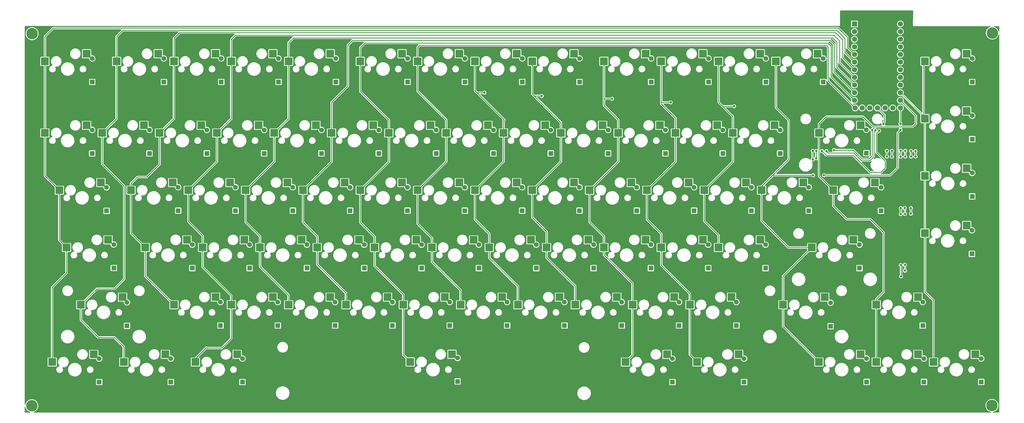
<source format=gbr>
G04 #@! TF.GenerationSoftware,KiCad,Pcbnew,(6.0.10)*
G04 #@! TF.CreationDate,2023-03-11T21:04:29-08:00*
G04 #@! TF.ProjectId,keyboard,6b657962-6f61-4726-942e-6b696361645f,rev?*
G04 #@! TF.SameCoordinates,Original*
G04 #@! TF.FileFunction,Copper,L2,Bot*
G04 #@! TF.FilePolarity,Positive*
%FSLAX46Y46*%
G04 Gerber Fmt 4.6, Leading zero omitted, Abs format (unit mm)*
G04 Created by KiCad (PCBNEW (6.0.10)) date 2023-03-11 21:04:29*
%MOMM*%
%LPD*%
G01*
G04 APERTURE LIST*
G04 #@! TA.AperFunction,ComponentPad*
%ADD10R,1.600000X1.600000*%
G04 #@! TD*
G04 #@! TA.AperFunction,ComponentPad*
%ADD11C,1.600000*%
G04 #@! TD*
G04 #@! TA.AperFunction,SMDPad,CuDef*
%ADD12R,2.550000X2.500000*%
G04 #@! TD*
G04 #@! TA.AperFunction,ComponentPad*
%ADD13C,3.800000*%
G04 #@! TD*
G04 #@! TA.AperFunction,ComponentPad*
%ADD14R,1.752600X1.752600*%
G04 #@! TD*
G04 #@! TA.AperFunction,ComponentPad*
%ADD15C,1.752600*%
G04 #@! TD*
G04 #@! TA.AperFunction,ViaPad*
%ADD16C,0.800000*%
G04 #@! TD*
G04 #@! TA.AperFunction,Conductor*
%ADD17C,0.250000*%
G04 #@! TD*
G04 #@! TA.AperFunction,Conductor*
%ADD18C,0.200000*%
G04 #@! TD*
G04 APERTURE END LIST*
D10*
X232320000Y-144850000D03*
D11*
X232320000Y-137050000D03*
D10*
X274950000Y-202100000D03*
D11*
X274950000Y-194300000D03*
D12*
X390026250Y-173600000D03*
X376176250Y-176140000D03*
D10*
X382450000Y-202330000D03*
D11*
X382450000Y-194530000D03*
D10*
X429507500Y-121070000D03*
D11*
X429507500Y-113270000D03*
D10*
X218052500Y-121070000D03*
D11*
X218052500Y-113270000D03*
D12*
X297157500Y-154550000D03*
X283307500Y-157090000D03*
X344782500Y-135500000D03*
X330932500Y-138040000D03*
X301920000Y-173600000D03*
X288070000Y-176140000D03*
X249532500Y-135500000D03*
X235682500Y-138040000D03*
D10*
X203745000Y-163900000D03*
D11*
X203745000Y-156100000D03*
D10*
X170330000Y-183000000D03*
D11*
X170330000Y-175200000D03*
D10*
X194220000Y-144850000D03*
D11*
X194220000Y-137050000D03*
D10*
X251370000Y-144850000D03*
D11*
X251370000Y-137050000D03*
D10*
X198750000Y-202100000D03*
D11*
X198750000Y-194300000D03*
D12*
X349545000Y-192650000D03*
X335695000Y-195190000D03*
D10*
X298995000Y-163900000D03*
D11*
X298995000Y-156100000D03*
D10*
X289470000Y-144850000D03*
D11*
X289470000Y-137050000D03*
D10*
X227480000Y-183000000D03*
D11*
X227480000Y-175200000D03*
D12*
X201907500Y-154550000D03*
X188057500Y-157090000D03*
D10*
X284630000Y-183000000D03*
D11*
X284630000Y-175200000D03*
D10*
X429487500Y-140087500D03*
D11*
X429487500Y-132287500D03*
D12*
X263820000Y-173600000D03*
X249970000Y-176140000D03*
X278107500Y-111687500D03*
X264257500Y-114227500D03*
D10*
X217800000Y-202100000D03*
D11*
X217800000Y-194300000D03*
D12*
X154282500Y-135500000D03*
X140432500Y-138040000D03*
D10*
X137070000Y-144850000D03*
D11*
X137070000Y-137050000D03*
D12*
X278107500Y-154550000D03*
X264257500Y-157090000D03*
X397170000Y-154550000D03*
X383320000Y-157090000D03*
D10*
X165645000Y-163900000D03*
D11*
X165645000Y-156100000D03*
D10*
X413460000Y-220870000D03*
D11*
X413460000Y-213070000D03*
D12*
X256640000Y-211680000D03*
X242790000Y-214220000D03*
X316207500Y-154550000D03*
X302357500Y-157090000D03*
D10*
X329890000Y-220900000D03*
D11*
X329890000Y-213100000D03*
D12*
X182857500Y-154550000D03*
X169007500Y-157090000D03*
X325732500Y-135500000D03*
X311882500Y-138040000D03*
X142376250Y-173600000D03*
X128526250Y-176140000D03*
X378120000Y-111687500D03*
X364270000Y-114227500D03*
X163807500Y-154550000D03*
X149957500Y-157090000D03*
X220957500Y-154550000D03*
X207107500Y-157090000D03*
D10*
X365670000Y-144850000D03*
D11*
X365670000Y-137050000D03*
D12*
X282870000Y-173600000D03*
X269020000Y-176140000D03*
D10*
X179952500Y-121070000D03*
D11*
X179952500Y-113270000D03*
D12*
X335257500Y-154550000D03*
X321407500Y-157090000D03*
X206670000Y-173600000D03*
X192820000Y-176140000D03*
D10*
X144250000Y-182970000D03*
D11*
X144250000Y-175170000D03*
D12*
X216195000Y-111687500D03*
X202345000Y-114227500D03*
X254295000Y-192650000D03*
X240445000Y-195190000D03*
X330495000Y-192650000D03*
X316645000Y-195190000D03*
X240007500Y-111687500D03*
X226157500Y-114227500D03*
D10*
X327570000Y-144850000D03*
D11*
X327570000Y-137050000D03*
D10*
X303680000Y-183000000D03*
D11*
X303680000Y-175200000D03*
D10*
X360927500Y-121070000D03*
D11*
X360927500Y-113270000D03*
D10*
X351150000Y-202100000D03*
D11*
X351150000Y-194300000D03*
D10*
X318045000Y-163900000D03*
D11*
X318045000Y-156100000D03*
D10*
X341780000Y-183000000D03*
D11*
X341780000Y-175200000D03*
D10*
X265580000Y-183000000D03*
D11*
X265580000Y-175200000D03*
D10*
X294000000Y-202100000D03*
D11*
X294000000Y-194300000D03*
D10*
X199002500Y-121070000D03*
D11*
X199002500Y-113270000D03*
D12*
X187620000Y-173600000D03*
X173770000Y-176140000D03*
X159045000Y-111687500D03*
X145195000Y-114227500D03*
X197145000Y-111687500D03*
X183295000Y-114227500D03*
X373357500Y-154550000D03*
X359507500Y-157090000D03*
D13*
X117110000Y-105010000D03*
D12*
X173332500Y-135500000D03*
X159482500Y-138040000D03*
D10*
X360830000Y-183000000D03*
D11*
X360830000Y-175200000D03*
D10*
X148630000Y-202200000D03*
D11*
X148630000Y-194400000D03*
D10*
X394410000Y-220870000D03*
D11*
X394410000Y-213070000D03*
D10*
X337095000Y-163900000D03*
D11*
X337095000Y-156100000D03*
D12*
X197145000Y-192650000D03*
X183295000Y-195190000D03*
D10*
X139390000Y-220900000D03*
D11*
X139390000Y-213100000D03*
D12*
X192382500Y-135500000D03*
X178532500Y-138040000D03*
X161426250Y-211700000D03*
X147576250Y-214240000D03*
D10*
X179700000Y-202100000D03*
D11*
X179700000Y-194300000D03*
D12*
X185238750Y-211700000D03*
X171388750Y-214240000D03*
D10*
X184695000Y-163900000D03*
D11*
X184695000Y-156100000D03*
D10*
X299015000Y-121070000D03*
D11*
X299015000Y-113270000D03*
D12*
X411457500Y-192650000D03*
X397607500Y-195190000D03*
D10*
X341877500Y-121070000D03*
D11*
X341877500Y-113270000D03*
D10*
X353702500Y-220900000D03*
D11*
X353702500Y-213100000D03*
D12*
X380501250Y-192650000D03*
X366651250Y-195190000D03*
D10*
X236850000Y-202100000D03*
D11*
X236850000Y-194300000D03*
D12*
X139995000Y-154550000D03*
X126145000Y-157090000D03*
D10*
X189380000Y-183000000D03*
D11*
X189380000Y-175200000D03*
D10*
X246530000Y-183000000D03*
D11*
X246530000Y-175200000D03*
D10*
X241865000Y-121070000D03*
D11*
X241865000Y-113270000D03*
D12*
X230482500Y-135500000D03*
X216632500Y-138040000D03*
D10*
X258500000Y-220690000D03*
D11*
X258500000Y-212890000D03*
D10*
X141860000Y-163960000D03*
D11*
X141860000Y-156160000D03*
D12*
X427650000Y-149787500D03*
X413800000Y-152327500D03*
D10*
X260895000Y-163900000D03*
D11*
X260895000Y-156100000D03*
D12*
X259057500Y-111687500D03*
X245207500Y-114227500D03*
X216195000Y-192650000D03*
X202345000Y-195190000D03*
D10*
X175170000Y-144850000D03*
D11*
X175170000Y-137050000D03*
D13*
X436070000Y-228700000D03*
X117020000Y-228770000D03*
D10*
X163202500Y-220900000D03*
D11*
X163202500Y-213100000D03*
D10*
X255900000Y-202100000D03*
D11*
X255900000Y-194300000D03*
D12*
X427650000Y-111687500D03*
X413800000Y-114227500D03*
D10*
X356145000Y-163900000D03*
D11*
X356145000Y-156100000D03*
D12*
X427650000Y-168837500D03*
X413800000Y-171377500D03*
X178095000Y-111687500D03*
X164245000Y-114227500D03*
D10*
X332100000Y-202100000D03*
D11*
X332100000Y-194300000D03*
D12*
X320970000Y-111687500D03*
X307120000Y-114227500D03*
X359070000Y-111687500D03*
X345220000Y-114227500D03*
X427650000Y-130737500D03*
X413800000Y-133277500D03*
D10*
X241845000Y-163900000D03*
D11*
X241845000Y-156100000D03*
D12*
X430507500Y-211700000D03*
X416657500Y-214240000D03*
D10*
X208430000Y-183000000D03*
D11*
X208430000Y-175200000D03*
D12*
X268582500Y-135500000D03*
X254732500Y-138040000D03*
X297157500Y-111687500D03*
X283307500Y-114227500D03*
D13*
X436180000Y-104790000D03*
D12*
X359070000Y-173600000D03*
X345220000Y-176140000D03*
D10*
X137090000Y-121070000D03*
D11*
X137090000Y-113270000D03*
D12*
X363832500Y-135500000D03*
X349982500Y-138040000D03*
X320970000Y-173600000D03*
X307120000Y-176140000D03*
X235245000Y-192650000D03*
X221395000Y-195190000D03*
D10*
X392060000Y-183000000D03*
D11*
X392060000Y-175200000D03*
D10*
X156120000Y-144850000D03*
D11*
X156120000Y-137050000D03*
D10*
X279965000Y-121070000D03*
D11*
X279965000Y-113270000D03*
D12*
X351926250Y-211700000D03*
X338076250Y-214240000D03*
D10*
X222795000Y-163900000D03*
D11*
X222795000Y-156100000D03*
D12*
X178095000Y-192650000D03*
X164245000Y-195190000D03*
D10*
X413062500Y-202100000D03*
D11*
X413062500Y-194300000D03*
D12*
X328113750Y-211700000D03*
X314263750Y-214240000D03*
X147138750Y-192650000D03*
X133288750Y-195190000D03*
D10*
X313050000Y-202100000D03*
D11*
X313050000Y-194300000D03*
D10*
X213270000Y-144850000D03*
D11*
X213270000Y-137050000D03*
D10*
X394340000Y-144770000D03*
D11*
X394340000Y-136970000D03*
D12*
X273345000Y-192650000D03*
X259495000Y-195190000D03*
D10*
X429487500Y-159137500D03*
D11*
X429487500Y-151337500D03*
D10*
X270420000Y-144850000D03*
D11*
X270420000Y-137050000D03*
D12*
X392407500Y-211700000D03*
X378557500Y-214240000D03*
X137613750Y-211700000D03*
X123763750Y-214240000D03*
X340020000Y-111687500D03*
X326170000Y-114227500D03*
D10*
X429410000Y-178237500D03*
D11*
X429410000Y-170437500D03*
D10*
X379977500Y-121070000D03*
D11*
X379977500Y-113270000D03*
D12*
X340020000Y-173600000D03*
X326170000Y-176140000D03*
X311445000Y-192650000D03*
X297595000Y-195190000D03*
X240007500Y-154550000D03*
X226157500Y-157090000D03*
D10*
X322730000Y-183000000D03*
D11*
X322730000Y-175200000D03*
D10*
X322827500Y-121070000D03*
D11*
X322827500Y-113270000D03*
D12*
X211432500Y-135500000D03*
X197582500Y-138040000D03*
X411457500Y-211700000D03*
X397607500Y-214240000D03*
D10*
X375195000Y-163900000D03*
D11*
X375195000Y-156100000D03*
D10*
X399200000Y-163930000D03*
D11*
X399200000Y-156130000D03*
D12*
X292395000Y-192650000D03*
X278545000Y-195190000D03*
D10*
X187015000Y-220900000D03*
D11*
X187015000Y-213100000D03*
D10*
X279945000Y-163900000D03*
D11*
X279945000Y-156100000D03*
D12*
X135232500Y-111687500D03*
X121382500Y-114227500D03*
D10*
X308520000Y-144850000D03*
D11*
X308520000Y-137050000D03*
D10*
X432510000Y-220870000D03*
D11*
X432510000Y-213070000D03*
D10*
X346620000Y-144850000D03*
D11*
X346620000Y-137050000D03*
D12*
X354307500Y-154550000D03*
X340457500Y-157090000D03*
X287632500Y-135500000D03*
X273782500Y-138040000D03*
X225720000Y-173600000D03*
X211870000Y-176140000D03*
X259057500Y-154550000D03*
X245207500Y-157090000D03*
X306682500Y-135500000D03*
X292832500Y-138040000D03*
D10*
X260915000Y-121070000D03*
D11*
X260915000Y-113270000D03*
D10*
X160902500Y-121070000D03*
D11*
X160902500Y-113270000D03*
D12*
X168570000Y-173600000D03*
X154720000Y-176140000D03*
X135232500Y-135500000D03*
X121382500Y-138040000D03*
X392407500Y-135500000D03*
X378557500Y-138040000D03*
X244770000Y-173600000D03*
X230920000Y-176140000D03*
D14*
X390380000Y-101770000D03*
D15*
X390380000Y-104310000D03*
X390380000Y-106850000D03*
X390380000Y-109390000D03*
X390380000Y-111930000D03*
X390380000Y-114470000D03*
X390380000Y-117010000D03*
X390380000Y-119550000D03*
X390380000Y-122090000D03*
X390380000Y-124630000D03*
X390380000Y-127170000D03*
X390608600Y-129710000D03*
X405620000Y-129710000D03*
X405620000Y-127170000D03*
X405620000Y-124630000D03*
X405620000Y-122090000D03*
X405620000Y-119550000D03*
X405620000Y-117010000D03*
X405620000Y-114470000D03*
X405620000Y-111930000D03*
X405620000Y-109390000D03*
X405620000Y-106850000D03*
X405620000Y-104310000D03*
X405620000Y-101770000D03*
X392920000Y-129710000D03*
X395460000Y-129710000D03*
X398000000Y-129710000D03*
X400540000Y-129710000D03*
X403080000Y-129710000D03*
D16*
X401160000Y-145890000D03*
X407140000Y-181910000D03*
X405770000Y-145930000D03*
X350390000Y-129160000D03*
X329340000Y-127880000D03*
X376650000Y-152120000D03*
X399960000Y-135050000D03*
X376490000Y-144010000D03*
X405870000Y-185750000D03*
X407150000Y-164980000D03*
X405770000Y-143970000D03*
X379605000Y-144075000D03*
X401160000Y-144000000D03*
X405690000Y-137070000D03*
X407160000Y-183850000D03*
X377620000Y-146450000D03*
X407270000Y-145880000D03*
X267400000Y-124640000D03*
X380210000Y-152090000D03*
X405760000Y-165040000D03*
X407270000Y-143990000D03*
X402800000Y-145950000D03*
X398590000Y-137270000D03*
X383570000Y-143730000D03*
X410640000Y-144100000D03*
X409160000Y-164870000D03*
X409160000Y-163030000D03*
X286460000Y-125740000D03*
X409180000Y-145920000D03*
X407070000Y-163020000D03*
X409180000Y-144040000D03*
X377680000Y-144050000D03*
X381080000Y-144090000D03*
X410680000Y-145860000D03*
X397350000Y-137180000D03*
X405630000Y-134930000D03*
X405770000Y-163030000D03*
X376520000Y-146860000D03*
X405780000Y-181980000D03*
X402850000Y-143990000D03*
X396240000Y-137070000D03*
X309850000Y-126670000D03*
D17*
X149957500Y-157090000D02*
X149957500Y-171377500D01*
X335695000Y-211858750D02*
X338076250Y-214240000D01*
D18*
X407150000Y-164980000D02*
X407150000Y-163100000D01*
D17*
X183295000Y-114227500D02*
X183295000Y-133277500D01*
X164245000Y-114227500D02*
X164245000Y-106505000D01*
X286430000Y-125710000D02*
X286460000Y-125740000D01*
X399960000Y-135050000D02*
X399960000Y-134850000D01*
X245207500Y-109552500D02*
X245820000Y-108940000D01*
X128526250Y-184573750D02*
X123763750Y-189336250D01*
X211870000Y-176140000D02*
X211870000Y-181760000D01*
X381630000Y-109480000D02*
X381630000Y-120731400D01*
X383110000Y-106390000D02*
X384510000Y-107790000D01*
X363010000Y-152330000D02*
X359507500Y-155832500D01*
X386440000Y-113070000D02*
X390380000Y-117010000D01*
X139160000Y-206070000D02*
X144490000Y-206070000D01*
X273782500Y-133937500D02*
X273782500Y-138040000D01*
X269020000Y-176140000D02*
X269020000Y-179580000D01*
X288070000Y-170860000D02*
X288070000Y-176140000D01*
X154720000Y-176140000D02*
X154720000Y-185665000D01*
X396820000Y-137710000D02*
X397350000Y-137180000D01*
X133288750Y-200198750D02*
X139160000Y-206070000D01*
X376650000Y-152120000D02*
X363220000Y-152120000D01*
X235682500Y-138040000D02*
X235682500Y-147565000D01*
X397610000Y-138250000D02*
X398590000Y-137270000D01*
X264785000Y-124445000D02*
X274030000Y-133690000D01*
X264980000Y-124640000D02*
X267400000Y-124640000D01*
X383610000Y-108540000D02*
X383610000Y-117860000D01*
X307120000Y-126670000D02*
X309850000Y-126670000D01*
X124130000Y-103160000D02*
X385020000Y-103160000D01*
X269020000Y-171530000D02*
X269020000Y-176140000D01*
X396820000Y-143310000D02*
X396820000Y-137710000D01*
X245820000Y-108940000D02*
X381090000Y-108940000D01*
X410750000Y-132300000D02*
X410750000Y-134950000D01*
X273782500Y-147565000D02*
X264257500Y-157090000D01*
X207107500Y-157090000D02*
X207107500Y-167697500D01*
X216632500Y-127857500D02*
X222050000Y-122440000D01*
X396240000Y-145620000D02*
X396240000Y-137070000D01*
X388010000Y-106150000D02*
X388010000Y-109600000D01*
X264257500Y-166767500D02*
X269020000Y-171530000D01*
X183295000Y-206405000D02*
X180110000Y-209590000D01*
X366651250Y-185665000D02*
X376176250Y-176140000D01*
X245207500Y-114227500D02*
X245207500Y-124137500D01*
X221395000Y-191285000D02*
X221395000Y-195190000D01*
X330932500Y-138040000D02*
X330932500Y-147565000D01*
X395580000Y-151110000D02*
X399140000Y-151110000D01*
X240445000Y-211875000D02*
X242790000Y-214220000D01*
X364270000Y-129570000D02*
X367160000Y-132460000D01*
X368440000Y-176140000D02*
X359507500Y-167207500D01*
X385450000Y-107410000D02*
X385450000Y-114620000D01*
X297595000Y-189035000D02*
X297595000Y-195190000D01*
X392930000Y-146670000D02*
X395190000Y-146670000D01*
X359507500Y-155832500D02*
X359507500Y-157090000D01*
X178532500Y-138040000D02*
X178532500Y-147565000D01*
X144490000Y-189870000D02*
X138608750Y-189870000D01*
X345220000Y-172080000D02*
X345220000Y-176140000D01*
X207107500Y-167697500D02*
X211870000Y-172460000D01*
X254732500Y-138040000D02*
X254732500Y-147565000D01*
X307120000Y-178550000D02*
X316645000Y-188075000D01*
X188057500Y-157090000D02*
X188057500Y-167657500D01*
X326170000Y-182000000D02*
X335695000Y-191525000D01*
X395450000Y-147230000D02*
X396130000Y-146550000D01*
X387200000Y-106600000D02*
X387200000Y-111290000D01*
X173770000Y-172250000D02*
X173770000Y-176140000D01*
X121382500Y-114227500D02*
X121382500Y-152327500D01*
X288070000Y-176140000D02*
X288070000Y-179510000D01*
X316645000Y-188075000D02*
X316645000Y-195190000D01*
X123763750Y-189336250D02*
X123763750Y-214240000D01*
X399140000Y-151110000D02*
X400540000Y-149710000D01*
D18*
X407160000Y-181930000D02*
X407140000Y-181910000D01*
D17*
X405770000Y-145930000D02*
X405770000Y-143970000D01*
X264257500Y-114227500D02*
X264257500Y-123917500D01*
X183295000Y-195190000D02*
X183295000Y-206405000D01*
D18*
X405620000Y-124630000D02*
X413375000Y-132385000D01*
D17*
X202345000Y-114227500D02*
X202345000Y-107985000D01*
X405760000Y-165040000D02*
X405760000Y-163040000D01*
X264785000Y-124445000D02*
X264980000Y-124640000D01*
X169007500Y-167487500D02*
X173770000Y-172250000D01*
X383320000Y-157090000D02*
X383320000Y-162240000D01*
X302357500Y-167647500D02*
X307120000Y-172410000D01*
X381080000Y-144090000D02*
X381720000Y-144730000D01*
X211870000Y-181760000D02*
X221395000Y-191285000D01*
X364270000Y-114227500D02*
X364270000Y-129570000D01*
X404760000Y-148720000D02*
X404760000Y-149610000D01*
X307120000Y-126670000D02*
X307120000Y-128860000D01*
X283307500Y-125067500D02*
X283950000Y-125710000D01*
X405870000Y-182070000D02*
X405780000Y-181980000D01*
X180110000Y-209590000D02*
X175280000Y-209590000D01*
X316645000Y-211858750D02*
X314263750Y-214240000D01*
X183295000Y-133277500D02*
X178532500Y-138040000D01*
X405620000Y-127170000D02*
X410750000Y-132300000D01*
X147710000Y-186650000D02*
X144490000Y-189870000D01*
X249970000Y-180840000D02*
X259495000Y-190365000D01*
D18*
X407150000Y-163100000D02*
X407070000Y-163020000D01*
D17*
X175080000Y-209390000D02*
X171388750Y-213081250D01*
X349982500Y-138040000D02*
X349982500Y-132572500D01*
X283307500Y-157090000D02*
X283307500Y-166097500D01*
X384540000Y-103940000D02*
X387200000Y-106600000D01*
X216632500Y-138040000D02*
X216632500Y-147565000D01*
X283950000Y-125710000D02*
X292832500Y-134592500D01*
X311882500Y-133622500D02*
X311882500Y-138040000D01*
X226157500Y-157090000D02*
X226157500Y-167797500D01*
X249970000Y-176140000D02*
X249970000Y-180840000D01*
X405870000Y-185750000D02*
X405870000Y-182070000D01*
X388050000Y-109600000D02*
X390380000Y-111930000D01*
X226157500Y-167797500D02*
X230920000Y-172560000D01*
X202345000Y-114227500D02*
X202345000Y-133277500D01*
X409160000Y-163030000D02*
X409160000Y-164870000D01*
D18*
X407160000Y-183850000D02*
X407160000Y-181930000D01*
D17*
X226157500Y-114227500D02*
X226157500Y-109632500D01*
X145195000Y-114227500D02*
X145195000Y-105945000D01*
X381720000Y-144730000D02*
X387270000Y-144730000D01*
X381090000Y-108940000D02*
X381630000Y-109480000D01*
X384510000Y-107790000D02*
X384510000Y-116220000D01*
X387270000Y-144730000D02*
X390170000Y-144730000D01*
X147576250Y-209156250D02*
X147576250Y-214240000D01*
X155240000Y-152690000D02*
X152090000Y-152690000D01*
X240445000Y-191775000D02*
X240445000Y-195190000D01*
X395190000Y-146670000D02*
X396240000Y-145620000D01*
X227670000Y-108120000D02*
X381500000Y-108120000D01*
X384510000Y-116220000D02*
X390380000Y-122090000D01*
X283307500Y-114227500D02*
X283307500Y-125067500D01*
X188057500Y-167657500D02*
X192820000Y-172420000D01*
D18*
X413800000Y-133277500D02*
X413800000Y-170952500D01*
D17*
X366720000Y-132020000D02*
X367160000Y-132460000D01*
X387200000Y-111290000D02*
X390380000Y-114470000D01*
X326170000Y-171580000D02*
X326170000Y-176140000D01*
X278545000Y-189105000D02*
X278545000Y-195190000D01*
X396130000Y-146550000D02*
X396820000Y-145860000D01*
X121382500Y-105907500D02*
X124130000Y-103160000D01*
X133288750Y-195190000D02*
X133288750Y-200198750D01*
X140432500Y-138040000D02*
X140432500Y-148392500D01*
X147710000Y-155670000D02*
X147710000Y-186650000D01*
X159482500Y-138040000D02*
X159482500Y-148447500D01*
X390170000Y-144730000D02*
X392100000Y-146660000D01*
X392100000Y-146660000D02*
X392670000Y-147230000D01*
X384090000Y-104650000D02*
X386440000Y-107000000D01*
X254732500Y-133662500D02*
X254732500Y-138040000D01*
X389930000Y-145460000D02*
X395580000Y-151110000D01*
X368530000Y-146810000D02*
X363010000Y-152330000D01*
X321407500Y-166817500D02*
X326170000Y-171580000D01*
X283950000Y-125710000D02*
X286430000Y-125710000D01*
X192820000Y-182470000D02*
X202345000Y-191995000D01*
X307120000Y-176140000D02*
X307120000Y-178550000D01*
X383530000Y-105490000D02*
X385450000Y-107410000D01*
X413800000Y-114227500D02*
X413350000Y-114677500D01*
X383320000Y-162240000D02*
X387800000Y-166720000D01*
X245207500Y-124137500D02*
X254732500Y-133662500D01*
D18*
X413375000Y-132385000D02*
X413375000Y-133277500D01*
D17*
X230920000Y-176140000D02*
X230920000Y-182250000D01*
X377680000Y-144050000D02*
X377680000Y-146390000D01*
X396550000Y-135980000D02*
X393220000Y-132650000D01*
X311882500Y-147565000D02*
X302357500Y-157090000D01*
X222050000Y-108810000D02*
X223550000Y-107310000D01*
X292832500Y-147565000D02*
X283307500Y-157090000D01*
X169007500Y-157090000D02*
X169007500Y-167487500D01*
X121382500Y-114227500D02*
X121382500Y-105907500D01*
X380930000Y-132650000D02*
X378557500Y-135022500D01*
X396820000Y-145860000D02*
X396820000Y-143310000D01*
X307120000Y-128860000D02*
X311882500Y-133622500D01*
X376490000Y-144010000D02*
X376490000Y-146830000D01*
X378557500Y-152327500D02*
X383320000Y-157090000D01*
X264257500Y-123917500D02*
X264785000Y-124445000D01*
X326170000Y-176140000D02*
X326170000Y-182000000D01*
X173770000Y-176140000D02*
X173770000Y-182580000D01*
X402800000Y-145950000D02*
X402800000Y-144040000D01*
X259495000Y-190365000D02*
X259495000Y-195190000D01*
X386440000Y-107000000D02*
X386440000Y-113070000D01*
X409180000Y-145920000D02*
X409180000Y-144040000D01*
X400540000Y-149710000D02*
X400540000Y-147310000D01*
X223550000Y-107310000D02*
X382380000Y-107310000D01*
X145195000Y-133277500D02*
X140432500Y-138040000D01*
X382380000Y-107310000D02*
X383610000Y-108540000D01*
X346575000Y-129165000D02*
X350385000Y-129165000D01*
X376490000Y-146830000D02*
X376520000Y-146860000D01*
X140432500Y-148392500D02*
X147710000Y-155670000D01*
X349982500Y-138040000D02*
X349982500Y-147565000D01*
X171388750Y-213081250D02*
X171388750Y-214240000D01*
X394430000Y-147230000D02*
X395450000Y-147230000D01*
X226157500Y-124237500D02*
X235682500Y-133762500D01*
X387800000Y-166720000D02*
X395640000Y-166720000D01*
X183295000Y-192105000D02*
X183295000Y-195190000D01*
X383610000Y-117860000D02*
X390380000Y-124630000D01*
X152090000Y-152690000D02*
X149957500Y-154822500D01*
X400350000Y-134460000D02*
X400350000Y-132060000D01*
X400350000Y-132060000D02*
X398000000Y-129710000D01*
X145195000Y-105945000D02*
X147200000Y-103940000D01*
X288070000Y-179510000D02*
X297595000Y-189035000D01*
X359507500Y-167207500D02*
X359507500Y-157090000D01*
X202345000Y-107985000D02*
X203940000Y-106390000D01*
X269020000Y-179580000D02*
X278545000Y-189105000D01*
X367415000Y-132715000D02*
X368530000Y-133830000D01*
X382600000Y-109220000D02*
X382600000Y-119390000D01*
X381630000Y-120731400D02*
X390608600Y-129710000D01*
X404760000Y-138000000D02*
X404760000Y-148720000D01*
X395640000Y-166720000D02*
X400070000Y-171150000D01*
X175280000Y-209590000D02*
X175080000Y-209390000D01*
X283307500Y-166097500D02*
X288070000Y-170860000D01*
X235682500Y-147565000D02*
X226157500Y-157090000D01*
X145195000Y-114227500D02*
X145195000Y-133277500D01*
X397607500Y-193322500D02*
X397607500Y-195190000D01*
X402800000Y-144040000D02*
X402850000Y-143990000D01*
X377680000Y-146390000D02*
X377620000Y-146450000D01*
X183295000Y-114227500D02*
X183295000Y-106895000D01*
X292832500Y-134592500D02*
X292832500Y-138040000D01*
X410680000Y-145860000D02*
X410680000Y-144140000D01*
X385020000Y-103160000D02*
X388010000Y-106150000D01*
X340457500Y-157090000D02*
X340457500Y-167317500D01*
X346575000Y-129165000D02*
X345220000Y-127810000D01*
X128526250Y-176140000D02*
X128526250Y-184573750D01*
X380990000Y-145460000D02*
X389930000Y-145460000D01*
D18*
X407270000Y-145880000D02*
X407270000Y-143990000D01*
D17*
X164245000Y-114227500D02*
X164245000Y-133277500D01*
X235682500Y-133762500D02*
X235682500Y-138040000D01*
X126145000Y-173758750D02*
X128526250Y-176140000D01*
X381500000Y-108120000D02*
X382600000Y-109220000D01*
X366651250Y-202333750D02*
X378557500Y-214240000D01*
X138608750Y-189870000D02*
X133288750Y-195190000D01*
X400540000Y-147310000D02*
X397610000Y-144380000D01*
X230920000Y-182250000D02*
X240445000Y-191775000D01*
X326170000Y-114227500D02*
X326170000Y-127880000D01*
X245207500Y-114227500D02*
X245207500Y-109552500D01*
X385450000Y-114620000D02*
X390380000Y-119550000D01*
X316645000Y-195190000D02*
X316645000Y-211858750D01*
X400070000Y-171150000D02*
X400070000Y-190860000D01*
X126145000Y-157090000D02*
X126145000Y-173758750D01*
X392670000Y-147230000D02*
X394430000Y-147230000D01*
X307120000Y-172410000D02*
X307120000Y-176140000D01*
X349982500Y-147565000D02*
X340457500Y-157090000D01*
X366651250Y-195190000D02*
X366651250Y-185665000D01*
X399960000Y-134850000D02*
X400350000Y-134460000D01*
X400070000Y-190860000D02*
X397607500Y-193322500D01*
X254732500Y-147565000D02*
X245207500Y-157090000D01*
X363220000Y-152120000D02*
X363010000Y-152330000D01*
X121382500Y-152327500D02*
X126145000Y-157090000D01*
X166100000Y-104650000D02*
X384090000Y-104650000D01*
X178532500Y-147565000D02*
X169007500Y-157090000D01*
X392540000Y-146280000D02*
X392930000Y-146670000D01*
X368530000Y-133830000D02*
X368530000Y-146810000D01*
X410750000Y-134950000D02*
X409720000Y-135980000D01*
X321407500Y-157090000D02*
X321407500Y-166817500D01*
X404760000Y-149610000D02*
X403640000Y-150730000D01*
X393220000Y-132650000D02*
X380930000Y-132650000D01*
X378557500Y-135022500D02*
X378557500Y-138040000D01*
X264257500Y-157090000D02*
X264257500Y-166767500D01*
X335695000Y-191525000D02*
X335695000Y-195190000D01*
X382600000Y-119390000D02*
X390380000Y-127170000D01*
X192820000Y-176140000D02*
X192820000Y-182470000D01*
X330932500Y-147565000D02*
X321407500Y-157090000D01*
X307120000Y-114227500D02*
X307120000Y-126670000D01*
X366651250Y-195190000D02*
X366651250Y-202333750D01*
X311882500Y-138040000D02*
X311882500Y-147565000D01*
X326170000Y-127880000D02*
X326170000Y-128380000D01*
X273782500Y-138040000D02*
X273782500Y-147565000D01*
X144490000Y-206070000D02*
X147576250Y-209156250D01*
X340457500Y-167317500D02*
X345220000Y-172080000D01*
X403640000Y-150730000D02*
X402280000Y-152090000D01*
X326170000Y-127880000D02*
X329340000Y-127880000D01*
X376176250Y-176140000D02*
X368440000Y-176140000D01*
X149957500Y-154822500D02*
X149957500Y-157090000D01*
X330932500Y-133142500D02*
X330932500Y-138040000D01*
X245207500Y-168237500D02*
X249970000Y-173000000D01*
X192820000Y-172420000D02*
X192820000Y-176140000D01*
X389990000Y-143730000D02*
X392540000Y-146280000D01*
X197582500Y-138040000D02*
X197582500Y-147565000D01*
X240445000Y-195190000D02*
X240445000Y-211875000D01*
X378557500Y-138040000D02*
X378557500Y-152327500D01*
X216632500Y-147565000D02*
X207107500Y-157090000D01*
X154720000Y-185665000D02*
X164245000Y-195190000D01*
X184700000Y-105490000D02*
X383530000Y-105490000D01*
X397607500Y-214240000D02*
X397607500Y-195190000D01*
X405620000Y-129710000D02*
X405620000Y-134920000D01*
X147200000Y-103940000D02*
X384540000Y-103940000D01*
X249970000Y-173000000D02*
X249970000Y-176140000D01*
X413350000Y-114677500D02*
X413350000Y-133277500D01*
X345220000Y-127810000D02*
X345220000Y-114227500D01*
X350385000Y-129165000D02*
X350390000Y-129160000D01*
X367160000Y-132460000D02*
X367415000Y-132715000D01*
X388010000Y-109600000D02*
X388050000Y-109600000D01*
X164245000Y-106505000D02*
X166100000Y-104650000D01*
X230920000Y-172560000D02*
X230920000Y-176140000D01*
X222050000Y-122440000D02*
X222050000Y-108810000D01*
X302357500Y-157090000D02*
X302357500Y-167647500D01*
X159482500Y-148447500D02*
X155240000Y-152690000D01*
X203940000Y-106390000D02*
X383110000Y-106390000D01*
X173770000Y-182580000D02*
X183295000Y-192105000D01*
X226157500Y-109632500D02*
X227670000Y-108120000D01*
X410680000Y-144140000D02*
X410640000Y-144100000D01*
X202345000Y-191995000D02*
X202345000Y-195190000D01*
X383570000Y-143730000D02*
X389990000Y-143730000D01*
X216632500Y-138040000D02*
X216632500Y-127857500D01*
X349982500Y-132572500D02*
X346575000Y-129165000D01*
X197582500Y-147565000D02*
X188057500Y-157090000D01*
X405760000Y-163040000D02*
X405770000Y-163030000D01*
X409720000Y-135980000D02*
X396550000Y-135980000D01*
X405690000Y-137070000D02*
X404760000Y-138000000D01*
X402280000Y-152090000D02*
X380210000Y-152090000D01*
X401160000Y-145890000D02*
X401160000Y-144000000D01*
X164245000Y-133277500D02*
X159482500Y-138040000D01*
X397610000Y-144380000D02*
X397610000Y-138250000D01*
X183295000Y-106895000D02*
X184700000Y-105490000D01*
X335695000Y-195190000D02*
X335695000Y-211858750D01*
X226157500Y-114227500D02*
X226157500Y-124237500D01*
X149957500Y-171377500D02*
X154720000Y-176140000D01*
X379605000Y-144075000D02*
X380990000Y-145460000D01*
X405620000Y-134920000D02*
X405630000Y-134930000D01*
X326170000Y-128380000D02*
X330932500Y-133142500D01*
X274030000Y-133690000D02*
X273782500Y-133937500D01*
X245207500Y-157090000D02*
X245207500Y-168237500D01*
X292832500Y-138040000D02*
X292832500Y-147565000D01*
X211870000Y-172460000D02*
X211870000Y-176140000D01*
X202345000Y-133277500D02*
X197582500Y-138040000D01*
X416657500Y-193747500D02*
X416657500Y-214240000D01*
X413800000Y-171377500D02*
X413800000Y-190890000D01*
X413800000Y-190890000D02*
X416657500Y-193747500D01*
G04 #@! TA.AperFunction,NonConductor*
G36*
X438434019Y-102513298D02*
G01*
X438480563Y-102566909D01*
X438492000Y-102619361D01*
X438492000Y-104143161D01*
X438471998Y-104211282D01*
X438418342Y-104257775D01*
X438348068Y-104267879D01*
X438283488Y-104238385D01*
X438247227Y-104185221D01*
X438159674Y-103937979D01*
X438158243Y-103933938D01*
X438023759Y-103673380D01*
X437855158Y-103433484D01*
X437843229Y-103420647D01*
X437658479Y-103221833D01*
X437658476Y-103221831D01*
X437655558Y-103218690D01*
X437428655Y-103032972D01*
X437178646Y-102879766D01*
X437155030Y-102869399D01*
X436914090Y-102763634D01*
X436910158Y-102761908D01*
X436883707Y-102754373D01*
X436840169Y-102741971D01*
X436780134Y-102704072D01*
X436750120Y-102639732D01*
X436759655Y-102569379D01*
X436805712Y-102515349D01*
X436874567Y-102494792D01*
X438271907Y-102493451D01*
X438365879Y-102493361D01*
X438434019Y-102513298D01*
G37*
G04 #@! TD.AperFunction*
G04 #@! TA.AperFunction,NonConductor*
G36*
X409961895Y-144224975D02*
G01*
X410010815Y-144276428D01*
X410017062Y-144290696D01*
X410056143Y-144397490D01*
X410060380Y-144403796D01*
X410060382Y-144403799D01*
X410097124Y-144458476D01*
X410143958Y-144528172D01*
X410249420Y-144624135D01*
X410260410Y-144634135D01*
X410258779Y-144635927D01*
X410295432Y-144682447D01*
X410304500Y-144729383D01*
X410304500Y-145267006D01*
X410284498Y-145335127D01*
X410261331Y-145361953D01*
X410193034Y-145421533D01*
X410172423Y-145450859D01*
X410126180Y-145516657D01*
X410102501Y-145550348D01*
X410045309Y-145697039D01*
X410044318Y-145704569D01*
X410042428Y-145711928D01*
X410039507Y-145711178D01*
X410016371Y-145763430D01*
X409957093Y-145802502D01*
X409886101Y-145803324D01*
X409825935Y-145765634D01*
X409802332Y-145726562D01*
X409799839Y-145719963D01*
X409791007Y-145696591D01*
X409763395Y-145623516D01*
X409763393Y-145623512D01*
X409760710Y-145616412D01*
X409671531Y-145486657D01*
X409597681Y-145420859D01*
X409560125Y-145360609D01*
X409555500Y-145326783D01*
X409555500Y-144632886D01*
X409575502Y-144564765D01*
X409599669Y-144537075D01*
X409656576Y-144488472D01*
X409656577Y-144488471D01*
X409662348Y-144483542D01*
X409754224Y-144355683D01*
X409762723Y-144334542D01*
X409781832Y-144287007D01*
X409825799Y-144231263D01*
X409892924Y-144208138D01*
X409961895Y-144224975D01*
G37*
G04 #@! TD.AperFunction*
G04 #@! TA.AperFunction,NonConductor*
G36*
X406511224Y-163359931D02*
G01*
X406528465Y-163380472D01*
X406573958Y-163448172D01*
X406690410Y-163554135D01*
X406733622Y-163577597D01*
X406783943Y-163627679D01*
X406799500Y-163688328D01*
X406799500Y-164365197D01*
X406779498Y-164433318D01*
X406756332Y-164460144D01*
X406663034Y-164541533D01*
X406572501Y-164670348D01*
X406569742Y-164677425D01*
X406558613Y-164705970D01*
X406515232Y-164762171D01*
X406448352Y-164785997D01*
X406379209Y-164769883D01*
X406337380Y-164731567D01*
X406320214Y-164706591D01*
X406251531Y-164606657D01*
X406177681Y-164540859D01*
X406140125Y-164480609D01*
X406135500Y-164446783D01*
X406135500Y-163631427D01*
X406155502Y-163563306D01*
X406179669Y-163535616D01*
X406246576Y-163478472D01*
X406246577Y-163478471D01*
X406252348Y-163473542D01*
X406256777Y-163467378D01*
X406256782Y-163467373D01*
X406321562Y-163377222D01*
X406377556Y-163333574D01*
X406448260Y-163327128D01*
X406511224Y-163359931D01*
G37*
G04 #@! TD.AperFunction*
G04 #@! TA.AperFunction,NonConductor*
G36*
X399903600Y-133755930D02*
G01*
X399956115Y-133803708D01*
X399974500Y-133869244D01*
X399974500Y-134252273D01*
X399954498Y-134320394D01*
X399937595Y-134341368D01*
X399903515Y-134375448D01*
X399843834Y-134408872D01*
X399738968Y-134434048D01*
X399738966Y-134434049D01*
X399731588Y-134435820D01*
X399724844Y-134439301D01*
X399724841Y-134439302D01*
X399720183Y-134441706D01*
X399650475Y-134455173D01*
X399584553Y-134428815D01*
X399543345Y-134371001D01*
X399539936Y-134300086D01*
X399549391Y-134274010D01*
X399556842Y-134258902D01*
X399638637Y-134093037D01*
X399653466Y-134062967D01*
X399653467Y-134062964D01*
X399655531Y-134058779D01*
X399660038Y-134044701D01*
X399711970Y-133882464D01*
X399728498Y-133830831D01*
X399768316Y-133772051D01*
X399833591Y-133744129D01*
X399903600Y-133755930D01*
G37*
G04 #@! TD.AperFunction*
G04 #@! TA.AperFunction,NonConductor*
G36*
X397078356Y-136375502D02*
G01*
X397124849Y-136429158D01*
X397134953Y-136499432D01*
X397105459Y-136564012D01*
X397068024Y-136593466D01*
X396988430Y-136634547D01*
X396988427Y-136634549D01*
X396981679Y-136638032D01*
X396975957Y-136643024D01*
X396975955Y-136643025D01*
X396932452Y-136680975D01*
X396867969Y-136710683D01*
X396797662Y-136700813D01*
X396745783Y-136657393D01*
X396735836Y-136642920D01*
X396735834Y-136642917D01*
X396731531Y-136636657D01*
X396662973Y-136575574D01*
X396625419Y-136515326D01*
X396626399Y-136444336D01*
X396665604Y-136385146D01*
X396730585Y-136356547D01*
X396746794Y-136355500D01*
X397010235Y-136355500D01*
X397078356Y-136375502D01*
G37*
G04 #@! TD.AperFunction*
G04 #@! TA.AperFunction,NonConductor*
G36*
X394117704Y-134085089D02*
G01*
X394144448Y-134105485D01*
X396244128Y-136205165D01*
X396278154Y-136267477D01*
X396273089Y-136338292D01*
X396230542Y-136395128D01*
X396170341Y-136419095D01*
X396164684Y-136419065D01*
X396157304Y-136420837D01*
X396157302Y-136420837D01*
X396018967Y-136454048D01*
X396018963Y-136454049D01*
X396011588Y-136455820D01*
X395992171Y-136465842D01*
X395896297Y-136515326D01*
X395871679Y-136528032D01*
X395865957Y-136533024D01*
X395865955Y-136533025D01*
X395758759Y-136626538D01*
X395758756Y-136626541D01*
X395753034Y-136631533D01*
X395733518Y-136659301D01*
X395667722Y-136752920D01*
X395662501Y-136760348D01*
X395633174Y-136835569D01*
X395624175Y-136858650D01*
X395580795Y-136914852D01*
X395513916Y-136938679D01*
X395444772Y-136922566D01*
X395395316Y-136871628D01*
X395381383Y-136825176D01*
X395378894Y-136799788D01*
X395375480Y-136764970D01*
X395315935Y-136567749D01*
X395219218Y-136385849D01*
X395140895Y-136289816D01*
X395092906Y-136230975D01*
X395092903Y-136230972D01*
X395089011Y-136226200D01*
X395084262Y-136222271D01*
X394935025Y-136098811D01*
X394935021Y-136098809D01*
X394930275Y-136094882D01*
X394749055Y-135996897D01*
X394552254Y-135935977D01*
X394546129Y-135935333D01*
X394546128Y-135935333D01*
X394353498Y-135915087D01*
X394353496Y-135915087D01*
X394347369Y-135914443D01*
X394260529Y-135922346D01*
X394148342Y-135932555D01*
X394148339Y-135932556D01*
X394142203Y-135933114D01*
X394136296Y-135934852D01*
X394136288Y-135934854D01*
X394094576Y-135947131D01*
X394023579Y-135947177D01*
X393963828Y-135908831D01*
X393934294Y-135844270D01*
X393933000Y-135826258D01*
X393933000Y-134225326D01*
X393931793Y-134219259D01*
X393931793Y-134219254D01*
X393931774Y-134219160D01*
X393931778Y-134219110D01*
X393931186Y-134213094D01*
X393932327Y-134212982D01*
X393938103Y-134148446D01*
X393981658Y-134092379D01*
X394048611Y-134068761D01*
X394117704Y-134085089D01*
G37*
G04 #@! TD.AperFunction*
G04 #@! TA.AperFunction,NonConductor*
G36*
X405346303Y-144464002D02*
G01*
X405353303Y-144470372D01*
X405390223Y-144531013D01*
X405394500Y-144563562D01*
X405394500Y-145337006D01*
X405374498Y-145405127D01*
X405351333Y-145431952D01*
X405344332Y-145438060D01*
X405279852Y-145467769D01*
X405209545Y-145457903D01*
X405155732Y-145411591D01*
X405135500Y-145343113D01*
X405135500Y-144557192D01*
X405155502Y-144489071D01*
X405209158Y-144442578D01*
X405279432Y-144432474D01*
X405346303Y-144464002D01*
G37*
G04 #@! TD.AperFunction*
G04 #@! TA.AperFunction,NonConductor*
G36*
X406580496Y-144083827D02*
G01*
X406629416Y-144135280D01*
X406635666Y-144149554D01*
X406686143Y-144287490D01*
X406690380Y-144293796D01*
X406690382Y-144293799D01*
X406723981Y-144343799D01*
X406773958Y-144418172D01*
X406779573Y-144423281D01*
X406779578Y-144423287D01*
X406878300Y-144513117D01*
X406915222Y-144573757D01*
X406919500Y-144606310D01*
X406919500Y-145265197D01*
X406899498Y-145333318D01*
X406876332Y-145360144D01*
X406783034Y-145441533D01*
X406754873Y-145481602D01*
X406706692Y-145550157D01*
X406692501Y-145570348D01*
X406635309Y-145717039D01*
X406634317Y-145724576D01*
X406633663Y-145727122D01*
X406597349Y-145788129D01*
X406533818Y-145819818D01*
X406463239Y-145812130D01*
X406408021Y-145767503D01*
X406393755Y-145740327D01*
X406353394Y-145633514D01*
X406353393Y-145633511D01*
X406350710Y-145626412D01*
X406261531Y-145496657D01*
X406187681Y-145430859D01*
X406150125Y-145370609D01*
X406145500Y-145336783D01*
X406145500Y-144562886D01*
X406165502Y-144494765D01*
X406189669Y-144467075D01*
X406246576Y-144418472D01*
X406246577Y-144418471D01*
X406252348Y-144413542D01*
X406344224Y-144285683D01*
X406347855Y-144276652D01*
X406400433Y-144145859D01*
X406444400Y-144090115D01*
X406511524Y-144066990D01*
X406580496Y-144083827D01*
G37*
G04 #@! TD.AperFunction*
G04 #@! TA.AperFunction,NonConductor*
G36*
X377108137Y-144413341D02*
G01*
X377166706Y-144453470D01*
X377173670Y-144462862D01*
X377183958Y-144478172D01*
X377189573Y-144483281D01*
X377189578Y-144483287D01*
X377263300Y-144550369D01*
X377300222Y-144611009D01*
X377304500Y-144643562D01*
X377304500Y-145806525D01*
X377284498Y-145874646D01*
X377252243Y-145907741D01*
X377251679Y-145908032D01*
X377245950Y-145913029D01*
X377245951Y-145913029D01*
X377138759Y-146006538D01*
X377138756Y-146006541D01*
X377133034Y-146011533D01*
X377128669Y-146017743D01*
X377128666Y-146017747D01*
X377094587Y-146066237D01*
X377039052Y-146110469D01*
X376968420Y-146117654D01*
X376905116Y-146085512D01*
X376869238Y-146024248D01*
X376865500Y-145993786D01*
X376865500Y-144602886D01*
X376885502Y-144534765D01*
X376909669Y-144507075D01*
X376917521Y-144500369D01*
X376972348Y-144453542D01*
X376976510Y-144447750D01*
X377037172Y-144411248D01*
X377108137Y-144413341D01*
G37*
G04 #@! TD.AperFunction*
G04 #@! TA.AperFunction,NonConductor*
G36*
X393080394Y-133045502D02*
G01*
X393101368Y-133062405D01*
X393827015Y-133788052D01*
X393861041Y-133850364D01*
X393855976Y-133921179D01*
X393813429Y-133978015D01*
X393746909Y-134002826D01*
X393719426Y-134001107D01*
X393719406Y-134001314D01*
X393713602Y-134000742D01*
X393713340Y-134000726D01*
X393713246Y-134000707D01*
X393713238Y-134000706D01*
X393707174Y-133999500D01*
X391107826Y-133999500D01*
X391034760Y-134014034D01*
X390951899Y-134069399D01*
X390896534Y-134152260D01*
X390882000Y-134225326D01*
X390882000Y-136774674D01*
X390896534Y-136847740D01*
X390951899Y-136930601D01*
X391034760Y-136985966D01*
X391107826Y-137000500D01*
X393172456Y-137000500D01*
X393240577Y-137020502D01*
X393287070Y-137074158D01*
X393298014Y-137115956D01*
X393300472Y-137145221D01*
X393301759Y-137160553D01*
X393327460Y-137250184D01*
X393338796Y-137289715D01*
X393358544Y-137358586D01*
X393361359Y-137364063D01*
X393361360Y-137364066D01*
X393407684Y-137454203D01*
X393452712Y-137541818D01*
X393580677Y-137703270D01*
X393585370Y-137707264D01*
X393585371Y-137707265D01*
X393723885Y-137825149D01*
X393737564Y-137836791D01*
X393917398Y-137937297D01*
X393976382Y-137956462D01*
X394107471Y-137999056D01*
X394107475Y-137999057D01*
X394113329Y-138000959D01*
X394317894Y-138025351D01*
X394324029Y-138024879D01*
X394324031Y-138024879D01*
X394380039Y-138020569D01*
X394523300Y-138009546D01*
X394529230Y-138007890D01*
X394529232Y-138007890D01*
X394715797Y-137955800D01*
X394715796Y-137955800D01*
X394721725Y-137954145D01*
X394727214Y-137951372D01*
X394727220Y-137951370D01*
X394900116Y-137864033D01*
X394905610Y-137861258D01*
X394942395Y-137832519D01*
X395035813Y-137759533D01*
X395067951Y-137734424D01*
X395074700Y-137726606D01*
X395198540Y-137583134D01*
X395198540Y-137583133D01*
X395202564Y-137578472D01*
X395223387Y-137541818D01*
X395258877Y-137479344D01*
X395304323Y-137399344D01*
X395340792Y-137289715D01*
X395363647Y-137221011D01*
X395404129Y-137162687D01*
X395469717Y-137135507D01*
X395539587Y-137148102D01*
X395591557Y-137196472D01*
X395601033Y-137220000D01*
X395602035Y-137219633D01*
X395656143Y-137367490D01*
X395660380Y-137373796D01*
X395660382Y-137373799D01*
X395697975Y-137429742D01*
X395743958Y-137498172D01*
X395749573Y-137503281D01*
X395749578Y-137503287D01*
X395823300Y-137570369D01*
X395860222Y-137631009D01*
X395864500Y-137663562D01*
X395864500Y-145412273D01*
X395844498Y-145480394D01*
X395827595Y-145501368D01*
X395598844Y-145730119D01*
X395536532Y-145764145D01*
X395465717Y-145759080D01*
X395408881Y-145716533D01*
X395384070Y-145650013D01*
X395386170Y-145616442D01*
X395389293Y-145600741D01*
X395390500Y-145594674D01*
X395390500Y-143945326D01*
X395375966Y-143872260D01*
X395352433Y-143837039D01*
X395336834Y-143813694D01*
X395320601Y-143789399D01*
X395237740Y-143734034D01*
X395164674Y-143719500D01*
X393515326Y-143719500D01*
X393442260Y-143734034D01*
X393359399Y-143789399D01*
X393343166Y-143813694D01*
X393327568Y-143837039D01*
X393304034Y-143872260D01*
X393289500Y-143945326D01*
X393289500Y-145594674D01*
X393304034Y-145667740D01*
X393359399Y-145750601D01*
X393381898Y-145765634D01*
X393415565Y-145788129D01*
X393442260Y-145805966D01*
X393515326Y-145820500D01*
X395164674Y-145820500D01*
X395186442Y-145816170D01*
X395257156Y-145822498D01*
X395313224Y-145866052D01*
X395336843Y-145933005D01*
X395320516Y-146002098D01*
X395300119Y-146028844D01*
X395071368Y-146257595D01*
X395009056Y-146291621D01*
X394982273Y-146294500D01*
X393137727Y-146294500D01*
X393069606Y-146274498D01*
X393048632Y-146257595D01*
X390293348Y-143502311D01*
X390278623Y-143484080D01*
X390277222Y-143482540D01*
X390271572Y-143473790D01*
X390245535Y-143453264D01*
X390241168Y-143449383D01*
X390241102Y-143449461D01*
X390237144Y-143446107D01*
X390233462Y-143442425D01*
X390229231Y-143439402D01*
X390229228Y-143439399D01*
X390221739Y-143434048D01*
X390217948Y-143431339D01*
X390213212Y-143427783D01*
X390173400Y-143396397D01*
X390164851Y-143393395D01*
X390157481Y-143388128D01*
X390124203Y-143378176D01*
X390108930Y-143373608D01*
X390103286Y-143371774D01*
X390062935Y-143357604D01*
X390062929Y-143357603D01*
X390055452Y-143354977D01*
X390049945Y-143354500D01*
X390047238Y-143354500D01*
X390044665Y-143354389D01*
X390044506Y-143354341D01*
X390044512Y-143354197D01*
X390043892Y-143354158D01*
X390037713Y-143352310D01*
X389984445Y-143354403D01*
X389979498Y-143354500D01*
X384167577Y-143354500D01*
X384099456Y-143334498D01*
X384071853Y-143307736D01*
X384070856Y-143308615D01*
X384065837Y-143302922D01*
X384061531Y-143296657D01*
X384034492Y-143272566D01*
X383949648Y-143196972D01*
X383949645Y-143196970D01*
X383943976Y-143191919D01*
X383804831Y-143118245D01*
X383788122Y-143114048D01*
X383659498Y-143081740D01*
X383659496Y-143081740D01*
X383652128Y-143079889D01*
X383644530Y-143079849D01*
X383644528Y-143079849D01*
X383577319Y-143079497D01*
X383494684Y-143079065D01*
X383487305Y-143080837D01*
X383487301Y-143080837D01*
X383348967Y-143114048D01*
X383348963Y-143114049D01*
X383341588Y-143115820D01*
X383201679Y-143188032D01*
X383195957Y-143193024D01*
X383195955Y-143193025D01*
X383088759Y-143286538D01*
X383088756Y-143286541D01*
X383083034Y-143291533D01*
X383071029Y-143308615D01*
X383006214Y-143400837D01*
X382992501Y-143420348D01*
X382935309Y-143567039D01*
X382932378Y-143589300D01*
X382917342Y-143703514D01*
X382914758Y-143723138D01*
X382932035Y-143879633D01*
X382986143Y-144027490D01*
X382990380Y-144033796D01*
X382990382Y-144033799D01*
X383073958Y-144158172D01*
X383071101Y-144160092D01*
X383094151Y-144210648D01*
X383084002Y-144280916D01*
X383037475Y-144334542D01*
X382969422Y-144354500D01*
X381927727Y-144354500D01*
X381859606Y-144334498D01*
X381838632Y-144317595D01*
X381765901Y-144244864D01*
X381731875Y-144182552D01*
X381730253Y-144138019D01*
X381735134Y-144103723D01*
X381735278Y-144090000D01*
X381732494Y-144066990D01*
X381728200Y-144031513D01*
X381716363Y-143933694D01*
X381692068Y-143869399D01*
X381663394Y-143793514D01*
X381663393Y-143793511D01*
X381660710Y-143786412D01*
X381571531Y-143656657D01*
X381509739Y-143601602D01*
X381459648Y-143556972D01*
X381459645Y-143556970D01*
X381453976Y-143551919D01*
X381314831Y-143478245D01*
X381269951Y-143466972D01*
X381169498Y-143441740D01*
X381169496Y-143441740D01*
X381162128Y-143439889D01*
X381154530Y-143439849D01*
X381154528Y-143439849D01*
X381087319Y-143439497D01*
X381004684Y-143439065D01*
X380997305Y-143440837D01*
X380997301Y-143440837D01*
X380858967Y-143474048D01*
X380858963Y-143474049D01*
X380851588Y-143475820D01*
X380711679Y-143548032D01*
X380705957Y-143553024D01*
X380705955Y-143553025D01*
X380598759Y-143646538D01*
X380598756Y-143646541D01*
X380593034Y-143651533D01*
X380567805Y-143687430D01*
X380513250Y-143765054D01*
X380502501Y-143780348D01*
X380464909Y-143876769D01*
X380462576Y-143882752D01*
X380419196Y-143938954D01*
X380352317Y-143962781D01*
X380283173Y-143946668D01*
X380233717Y-143895731D01*
X380227317Y-143881521D01*
X380188394Y-143778514D01*
X380188393Y-143778511D01*
X380185710Y-143771412D01*
X380096531Y-143641657D01*
X380019379Y-143572917D01*
X379984648Y-143541972D01*
X379984645Y-143541970D01*
X379978976Y-143536919D01*
X379839831Y-143463245D01*
X379814857Y-143456972D01*
X379694498Y-143426740D01*
X379694496Y-143426740D01*
X379687128Y-143424889D01*
X379679530Y-143424849D01*
X379679528Y-143424849D01*
X379612319Y-143424497D01*
X379529684Y-143424065D01*
X379522305Y-143425837D01*
X379522301Y-143425837D01*
X379383967Y-143459048D01*
X379383963Y-143459049D01*
X379376588Y-143460820D01*
X379304491Y-143498032D01*
X379285624Y-143507770D01*
X379236679Y-143533032D01*
X379230957Y-143538024D01*
X379230955Y-143538025D01*
X379141829Y-143615775D01*
X379077347Y-143645483D01*
X379007040Y-143635613D01*
X378953230Y-143589300D01*
X378933000Y-143520826D01*
X378933000Y-140525952D01*
X379932411Y-140525952D01*
X379942128Y-140735895D01*
X379943532Y-140741720D01*
X379943532Y-140741721D01*
X379988479Y-140928219D01*
X379991369Y-140940212D01*
X380078357Y-141131532D01*
X380199953Y-141302951D01*
X380285597Y-141384937D01*
X380313711Y-141411850D01*
X380351770Y-141448284D01*
X380528330Y-141562288D01*
X380533896Y-141564531D01*
X380717694Y-141638604D01*
X380717697Y-141638605D01*
X380723263Y-141640848D01*
X380826224Y-141660955D01*
X380925087Y-141680262D01*
X380925090Y-141680262D01*
X380929533Y-141681130D01*
X380935054Y-141681400D01*
X381090011Y-141681400D01*
X381246717Y-141666449D01*
X381341632Y-141638604D01*
X381442632Y-141608974D01*
X381442634Y-141608973D01*
X381448385Y-141607286D01*
X381535754Y-141562288D01*
X381629896Y-141513802D01*
X381629899Y-141513800D01*
X381635227Y-141511056D01*
X381715140Y-141448284D01*
X381795785Y-141384937D01*
X381795790Y-141384933D01*
X381800502Y-141381231D01*
X381804434Y-141376700D01*
X381934315Y-141227027D01*
X381934319Y-141227022D01*
X381938246Y-141222496D01*
X382043488Y-141040577D01*
X382059122Y-140995558D01*
X382110463Y-140847710D01*
X382112432Y-140842040D01*
X382113293Y-140836102D01*
X382141728Y-140639988D01*
X382141728Y-140639985D01*
X382142589Y-140634048D01*
X382142268Y-140627108D01*
X383868570Y-140627108D01*
X383868933Y-140631256D01*
X383868933Y-140631260D01*
X383894191Y-140919964D01*
X383894192Y-140919972D01*
X383894556Y-140924130D01*
X383895470Y-140928219D01*
X383926738Y-141068101D01*
X383959597Y-141215105D01*
X384062550Y-141494923D01*
X384064497Y-141498616D01*
X384064498Y-141498618D01*
X384099250Y-141564531D01*
X384201606Y-141758666D01*
X384374322Y-142001701D01*
X384377166Y-142004751D01*
X384377171Y-142004757D01*
X384574814Y-142216703D01*
X384577664Y-142219759D01*
X384808059Y-142409008D01*
X385061460Y-142566123D01*
X385065272Y-142567836D01*
X385329597Y-142686629D01*
X385329603Y-142686631D01*
X385333414Y-142688344D01*
X385337420Y-142689538D01*
X385337422Y-142689539D01*
X385476279Y-142730934D01*
X385619144Y-142773523D01*
X385913629Y-142820165D01*
X385958901Y-142822221D01*
X386005469Y-142824336D01*
X386005488Y-142824336D01*
X386006888Y-142824400D01*
X386193125Y-142824400D01*
X386415001Y-142809663D01*
X386707274Y-142750730D01*
X386989186Y-142653660D01*
X386992919Y-142651791D01*
X386992923Y-142651789D01*
X387252040Y-142522033D01*
X387252042Y-142522032D01*
X387255784Y-142520158D01*
X387502383Y-142352570D01*
X387724651Y-142153839D01*
X387918684Y-141927457D01*
X387920958Y-141923955D01*
X387920962Y-141923950D01*
X388078792Y-141680913D01*
X388078795Y-141680908D01*
X388081071Y-141677403D01*
X388115670Y-141604539D01*
X388207165Y-141411850D01*
X388208961Y-141408068D01*
X388217578Y-141381231D01*
X388298826Y-141128172D01*
X388298826Y-141128171D01*
X388300106Y-141124185D01*
X388332225Y-140945674D01*
X388352165Y-140834850D01*
X388352166Y-140834845D01*
X388352904Y-140830741D01*
X388357212Y-140735895D01*
X388366241Y-140537062D01*
X388366241Y-140537056D01*
X388366430Y-140532892D01*
X388365823Y-140525952D01*
X390092411Y-140525952D01*
X390102128Y-140735895D01*
X390103532Y-140741720D01*
X390103532Y-140741721D01*
X390148479Y-140928219D01*
X390151369Y-140940212D01*
X390238357Y-141131532D01*
X390359953Y-141302951D01*
X390445597Y-141384937D01*
X390473711Y-141411850D01*
X390511770Y-141448284D01*
X390688330Y-141562288D01*
X390693896Y-141564531D01*
X390877694Y-141638604D01*
X390877697Y-141638605D01*
X390883263Y-141640848D01*
X390986224Y-141660955D01*
X391085087Y-141680262D01*
X391085090Y-141680262D01*
X391089533Y-141681130D01*
X391095054Y-141681400D01*
X391250011Y-141681400D01*
X391406717Y-141666449D01*
X391501632Y-141638604D01*
X391602632Y-141608974D01*
X391602634Y-141608973D01*
X391608385Y-141607286D01*
X391695754Y-141562288D01*
X391789896Y-141513802D01*
X391789899Y-141513800D01*
X391795227Y-141511056D01*
X391875140Y-141448284D01*
X391955785Y-141384937D01*
X391955790Y-141384933D01*
X391960502Y-141381231D01*
X391964434Y-141376700D01*
X392094315Y-141227027D01*
X392094319Y-141227022D01*
X392098246Y-141222496D01*
X392203488Y-141040577D01*
X392219122Y-140995558D01*
X392270463Y-140847710D01*
X392272432Y-140842040D01*
X392273293Y-140836102D01*
X392301728Y-140639988D01*
X392301728Y-140639985D01*
X392302589Y-140634048D01*
X392292872Y-140424105D01*
X392247507Y-140235870D01*
X392245037Y-140225621D01*
X392245036Y-140225619D01*
X392243631Y-140219788D01*
X392156643Y-140028468D01*
X392035047Y-139857049D01*
X391924591Y-139751311D01*
X391887560Y-139715861D01*
X391883230Y-139711716D01*
X391706670Y-139597712D01*
X391614340Y-139560502D01*
X391517306Y-139521396D01*
X391517303Y-139521395D01*
X391511737Y-139519152D01*
X391389287Y-139495239D01*
X391309913Y-139479738D01*
X391309910Y-139479738D01*
X391305467Y-139478870D01*
X391299946Y-139478600D01*
X391144989Y-139478600D01*
X391008719Y-139491601D01*
X391000274Y-139492407D01*
X390988283Y-139493551D01*
X390982529Y-139495239D01*
X390792368Y-139551026D01*
X390792366Y-139551027D01*
X390786615Y-139552714D01*
X390781283Y-139555460D01*
X390781281Y-139555461D01*
X390605104Y-139646198D01*
X390605101Y-139646200D01*
X390599773Y-139648944D01*
X390548113Y-139689524D01*
X390439215Y-139775063D01*
X390439210Y-139775067D01*
X390434498Y-139778769D01*
X390430567Y-139783299D01*
X390430566Y-139783300D01*
X390300685Y-139932973D01*
X390300681Y-139932978D01*
X390296754Y-139937504D01*
X390191512Y-140119423D01*
X390189543Y-140125092D01*
X390189542Y-140125095D01*
X390149628Y-140240036D01*
X390122568Y-140317960D01*
X390121707Y-140323898D01*
X390120325Y-140333433D01*
X390092411Y-140525952D01*
X388365823Y-140525952D01*
X388365303Y-140520012D01*
X388340809Y-140240036D01*
X388340808Y-140240028D01*
X388340444Y-140235870D01*
X388275403Y-139944895D01*
X388172450Y-139665077D01*
X388145604Y-139614158D01*
X388035341Y-139405027D01*
X388033394Y-139401334D01*
X387860678Y-139158299D01*
X387857834Y-139155249D01*
X387857829Y-139155243D01*
X387660186Y-138943297D01*
X387660184Y-138943295D01*
X387657336Y-138940241D01*
X387426941Y-138750992D01*
X387173540Y-138593877D01*
X386982925Y-138508211D01*
X386905403Y-138473371D01*
X386905397Y-138473369D01*
X386901586Y-138471656D01*
X386897580Y-138470462D01*
X386897578Y-138470461D01*
X386677890Y-138404970D01*
X386615856Y-138386477D01*
X386321371Y-138339835D01*
X386276099Y-138337779D01*
X386229531Y-138335664D01*
X386229512Y-138335664D01*
X386228112Y-138335600D01*
X386041875Y-138335600D01*
X385819999Y-138350337D01*
X385527726Y-138409270D01*
X385245814Y-138506340D01*
X385242081Y-138508209D01*
X385242077Y-138508211D01*
X384982960Y-138637967D01*
X384979216Y-138639842D01*
X384732617Y-138807430D01*
X384510349Y-139006161D01*
X384507632Y-139009331D01*
X384507631Y-139009332D01*
X384342554Y-139201931D01*
X384316316Y-139232543D01*
X384314042Y-139236045D01*
X384314038Y-139236050D01*
X384156208Y-139479087D01*
X384153929Y-139482597D01*
X384152135Y-139486376D01*
X384152134Y-139486377D01*
X384116937Y-139560502D01*
X384026039Y-139751932D01*
X384024760Y-139755915D01*
X384024759Y-139755918D01*
X383990721Y-139861935D01*
X383934894Y-140035815D01*
X383934153Y-140039934D01*
X383883061Y-140323898D01*
X383882096Y-140329259D01*
X383881907Y-140333426D01*
X383881906Y-140333433D01*
X383872659Y-140537062D01*
X383868570Y-140627108D01*
X382142268Y-140627108D01*
X382132872Y-140424105D01*
X382087507Y-140235870D01*
X382085037Y-140225621D01*
X382085036Y-140225619D01*
X382083631Y-140219788D01*
X381996643Y-140028468D01*
X381993177Y-140023581D01*
X381993173Y-140023575D01*
X381958103Y-139974135D01*
X381935005Y-139907001D01*
X381951869Y-139838036D01*
X382003341Y-139789137D01*
X382073496Y-139775870D01*
X382218786Y-139790500D01*
X382373544Y-139790500D01*
X382375869Y-139790327D01*
X382375875Y-139790327D01*
X382562314Y-139776472D01*
X382562318Y-139776471D01*
X382566966Y-139776126D01*
X382820732Y-139718705D01*
X382825086Y-139717012D01*
X383058870Y-139626098D01*
X383058872Y-139626097D01*
X383063223Y-139624405D01*
X383289112Y-139495299D01*
X383493436Y-139334223D01*
X383671708Y-139144714D01*
X383820011Y-138930937D01*
X383837758Y-138894949D01*
X383933021Y-138701775D01*
X383933022Y-138701772D01*
X383935086Y-138697587D01*
X384014406Y-138449792D01*
X384045637Y-138258024D01*
X384055477Y-138197606D01*
X384055477Y-138197605D01*
X384056228Y-138192994D01*
X384058432Y-138024622D01*
X384059573Y-137937512D01*
X384059573Y-137937509D01*
X384059634Y-137932835D01*
X384024548Y-137675030D01*
X384021206Y-137663562D01*
X384000303Y-137591849D01*
X383951742Y-137425243D01*
X383842814Y-137188961D01*
X383834980Y-137177012D01*
X383702725Y-136975288D01*
X383702721Y-136975283D01*
X383700159Y-136971375D01*
X383589810Y-136847740D01*
X383530026Y-136780757D01*
X383530024Y-136780755D01*
X383526909Y-136777265D01*
X383326871Y-136610895D01*
X383104439Y-136475920D01*
X383093398Y-136471290D01*
X382868814Y-136377114D01*
X382868809Y-136377112D01*
X382864499Y-136375305D01*
X382859967Y-136374154D01*
X382859964Y-136374153D01*
X382731997Y-136341654D01*
X382612323Y-136311261D01*
X382396214Y-136289500D01*
X382241456Y-136289500D01*
X382239131Y-136289673D01*
X382239125Y-136289673D01*
X382052686Y-136303528D01*
X382052682Y-136303529D01*
X382048034Y-136303874D01*
X381794268Y-136361295D01*
X381789916Y-136362987D01*
X381789914Y-136362988D01*
X381556130Y-136453902D01*
X381556128Y-136453903D01*
X381551777Y-136455595D01*
X381547723Y-136457912D01*
X381547721Y-136457913D01*
X381511967Y-136478348D01*
X381325888Y-136584701D01*
X381121564Y-136745777D01*
X380943292Y-136935286D01*
X380794989Y-137149063D01*
X380792923Y-137153253D01*
X380792921Y-137153256D01*
X380688962Y-137364066D01*
X380679914Y-137382413D01*
X380678492Y-137386856D01*
X380678491Y-137386858D01*
X380655105Y-137459915D01*
X380600594Y-137630208D01*
X380585972Y-137719992D01*
X380566021Y-137842498D01*
X380558772Y-137887006D01*
X380558013Y-137944964D01*
X380555740Y-138118632D01*
X380555366Y-138147165D01*
X380590452Y-138404970D01*
X380591760Y-138409456D01*
X380591760Y-138409458D01*
X380602174Y-138445186D01*
X380663258Y-138654757D01*
X380772186Y-138891039D01*
X380774746Y-138894944D01*
X380774749Y-138894949D01*
X380912275Y-139104712D01*
X380912279Y-139104717D01*
X380914841Y-139108625D01*
X380956449Y-139155243D01*
X381058912Y-139270043D01*
X381089350Y-139334184D01*
X381080278Y-139404599D01*
X381034578Y-139458931D01*
X380976876Y-139479374D01*
X380834257Y-139492981D01*
X380828283Y-139493551D01*
X380822529Y-139495239D01*
X380632368Y-139551026D01*
X380632366Y-139551027D01*
X380626615Y-139552714D01*
X380621283Y-139555460D01*
X380621281Y-139555461D01*
X380445104Y-139646198D01*
X380445101Y-139646200D01*
X380439773Y-139648944D01*
X380388113Y-139689524D01*
X380279215Y-139775063D01*
X380279210Y-139775067D01*
X380274498Y-139778769D01*
X380270567Y-139783299D01*
X380270566Y-139783300D01*
X380140685Y-139932973D01*
X380140681Y-139932978D01*
X380136754Y-139937504D01*
X380031512Y-140119423D01*
X380029543Y-140125092D01*
X380029542Y-140125095D01*
X379989628Y-140240036D01*
X379962568Y-140317960D01*
X379961707Y-140323898D01*
X379960325Y-140333433D01*
X379932411Y-140525952D01*
X378933000Y-140525952D01*
X378933000Y-139666500D01*
X378953002Y-139598379D01*
X379006658Y-139551886D01*
X379059000Y-139540500D01*
X379857174Y-139540500D01*
X379930240Y-139525966D01*
X380013101Y-139470601D01*
X380040463Y-139429650D01*
X380061572Y-139398058D01*
X380061572Y-139398057D01*
X380068466Y-139387740D01*
X380083000Y-139314674D01*
X380083000Y-136765326D01*
X380068466Y-136692260D01*
X380061370Y-136681639D01*
X380024553Y-136626538D01*
X380013101Y-136609399D01*
X379962482Y-136575577D01*
X379940558Y-136560928D01*
X379940557Y-136560928D01*
X379930240Y-136554034D01*
X379857174Y-136539500D01*
X379059000Y-136539500D01*
X378990879Y-136519498D01*
X378944386Y-136465842D01*
X378933000Y-136413500D01*
X378933000Y-135607165D01*
X386905366Y-135607165D01*
X386940452Y-135864970D01*
X387013258Y-136114757D01*
X387122186Y-136351039D01*
X387124746Y-136354944D01*
X387124749Y-136354949D01*
X387262275Y-136564712D01*
X387262279Y-136564717D01*
X387264841Y-136568625D01*
X387335462Y-136647749D01*
X387430412Y-136754131D01*
X387438091Y-136762735D01*
X387638129Y-136929105D01*
X387860561Y-137064080D01*
X387864875Y-137065889D01*
X387864877Y-137065890D01*
X388096186Y-137162886D01*
X388096191Y-137162888D01*
X388100501Y-137164695D01*
X388105033Y-137165846D01*
X388105036Y-137165847D01*
X388196049Y-137188961D01*
X388352677Y-137228739D01*
X388568786Y-137250500D01*
X388723544Y-137250500D01*
X388725869Y-137250327D01*
X388725875Y-137250327D01*
X388912314Y-137236472D01*
X388912318Y-137236471D01*
X388916966Y-137236126D01*
X389170732Y-137178705D01*
X389197923Y-137168131D01*
X389408870Y-137086098D01*
X389408872Y-137086097D01*
X389413223Y-137084405D01*
X389421851Y-137079474D01*
X389499206Y-137035262D01*
X389639112Y-136955299D01*
X389843436Y-136794223D01*
X390021708Y-136604714D01*
X390150498Y-136419065D01*
X390167346Y-136394779D01*
X390167348Y-136394776D01*
X390170011Y-136390937D01*
X390172867Y-136385146D01*
X390283021Y-136161775D01*
X390283022Y-136161772D01*
X390285086Y-136157587D01*
X390364406Y-135909792D01*
X390406228Y-135652994D01*
X390409634Y-135392835D01*
X390374548Y-135135030D01*
X390301742Y-134885243D01*
X390294809Y-134870203D01*
X390257155Y-134788526D01*
X390192814Y-134648961D01*
X390190251Y-134645051D01*
X390052725Y-134435288D01*
X390052721Y-134435283D01*
X390050159Y-134431375D01*
X389876909Y-134237265D01*
X389676871Y-134070895D01*
X389454439Y-133935920D01*
X389450123Y-133934110D01*
X389218814Y-133837114D01*
X389218809Y-133837112D01*
X389214499Y-133835305D01*
X389209967Y-133834154D01*
X389209964Y-133834153D01*
X389084685Y-133802337D01*
X388962323Y-133771261D01*
X388746214Y-133749500D01*
X388591456Y-133749500D01*
X388589131Y-133749673D01*
X388589125Y-133749673D01*
X388402686Y-133763528D01*
X388402682Y-133763529D01*
X388398034Y-133763874D01*
X388144268Y-133821295D01*
X388139916Y-133822987D01*
X388139914Y-133822988D01*
X387906130Y-133913902D01*
X387906128Y-133913903D01*
X387901777Y-133915595D01*
X387897723Y-133917912D01*
X387897721Y-133917913D01*
X387853732Y-133943055D01*
X387675888Y-134044701D01*
X387471564Y-134205777D01*
X387293292Y-134395286D01*
X387144989Y-134609063D01*
X387142923Y-134613253D01*
X387142921Y-134613256D01*
X387035361Y-134831368D01*
X387029914Y-134842413D01*
X387028492Y-134846856D01*
X387028491Y-134846858D01*
X387015629Y-134887039D01*
X386950594Y-135090208D01*
X386908772Y-135347006D01*
X386908447Y-135371854D01*
X386905439Y-135601621D01*
X386905366Y-135607165D01*
X378933000Y-135607165D01*
X378933000Y-135230227D01*
X378953002Y-135162106D01*
X378969905Y-135141132D01*
X381048633Y-133062405D01*
X381110945Y-133028379D01*
X381137728Y-133025500D01*
X393012273Y-133025500D01*
X393080394Y-133045502D01*
G37*
G04 #@! TD.AperFunction*
G04 #@! TA.AperFunction,NonConductor*
G36*
X397404012Y-144705503D02*
G01*
X397410595Y-144711632D01*
X399078788Y-146379825D01*
X399112813Y-146442136D01*
X399107748Y-146512951D01*
X399065201Y-146569787D01*
X398998681Y-146594598D01*
X398938042Y-146583846D01*
X398794735Y-146519442D01*
X398790917Y-146517726D01*
X398611149Y-146464135D01*
X398508410Y-146433507D01*
X398508408Y-146433507D01*
X398504411Y-146432315D01*
X398500291Y-146431662D01*
X398500289Y-146431662D01*
X398358520Y-146409208D01*
X398209125Y-146385546D01*
X398166565Y-146383613D01*
X398117041Y-146381364D01*
X398117022Y-146381364D01*
X398115622Y-146381300D01*
X397928866Y-146381300D01*
X397706391Y-146396077D01*
X397413323Y-146455170D01*
X397130644Y-146552504D01*
X397126911Y-146554373D01*
X397126907Y-146554375D01*
X396961320Y-146637295D01*
X396895224Y-146670394D01*
X396880582Y-146677726D01*
X396810715Y-146690343D01*
X396745119Y-146663184D01*
X396704618Y-146604873D01*
X396702073Y-146533922D01*
X396735069Y-146475968D01*
X397047689Y-146163348D01*
X397065920Y-146148623D01*
X397067460Y-146147222D01*
X397076210Y-146141572D01*
X397093855Y-146119189D01*
X397096736Y-146115535D01*
X397100617Y-146111168D01*
X397100539Y-146111102D01*
X397103893Y-146107144D01*
X397107575Y-146103462D01*
X397112442Y-146096652D01*
X397114044Y-146094409D01*
X397118661Y-146087948D01*
X397122217Y-146083212D01*
X397126377Y-146077935D01*
X397153603Y-146043400D01*
X397156605Y-146034851D01*
X397161872Y-146027481D01*
X397176394Y-145978922D01*
X397178227Y-145973281D01*
X397192395Y-145932936D01*
X397192395Y-145932935D01*
X397195023Y-145925452D01*
X397195500Y-145919945D01*
X397195500Y-145917238D01*
X397195611Y-145914666D01*
X397195659Y-145914506D01*
X397195803Y-145914512D01*
X397195842Y-145913894D01*
X397197690Y-145907714D01*
X397195597Y-145854445D01*
X397195500Y-145849499D01*
X397195500Y-144800727D01*
X397215502Y-144732606D01*
X397269158Y-144686113D01*
X397339432Y-144676009D01*
X397404012Y-144705503D01*
G37*
G04 #@! TD.AperFunction*
G04 #@! TA.AperFunction,NonConductor*
G36*
X395980972Y-147334231D02*
G01*
X396037808Y-147376778D01*
X396062619Y-147443298D01*
X396047528Y-147512672D01*
X396042616Y-147520906D01*
X396035792Y-147531414D01*
X396033998Y-147535192D01*
X396033997Y-147535194D01*
X396002496Y-147601535D01*
X395907555Y-147801481D01*
X395906276Y-147805464D01*
X395906275Y-147805467D01*
X395846693Y-147991043D01*
X395816162Y-148086136D01*
X395809772Y-148121653D01*
X395764266Y-148374566D01*
X395763220Y-148380378D01*
X395763031Y-148384545D01*
X395763030Y-148384552D01*
X395750354Y-148663703D01*
X395749658Y-148679036D01*
X395750021Y-148683184D01*
X395750021Y-148683189D01*
X395760511Y-148803088D01*
X395775714Y-148976865D01*
X395840932Y-149268632D01*
X395944164Y-149549210D01*
X395946115Y-149552910D01*
X395946117Y-149552915D01*
X396064518Y-149777481D01*
X396083598Y-149813670D01*
X396256784Y-150057365D01*
X396460679Y-150276016D01*
X396691700Y-150465779D01*
X396695250Y-150467980D01*
X396749172Y-150501413D01*
X396796527Y-150554310D01*
X396807767Y-150624411D01*
X396779323Y-150689460D01*
X396720226Y-150728806D01*
X396682776Y-150734500D01*
X395787727Y-150734500D01*
X395719606Y-150714498D01*
X395698632Y-150697595D01*
X392821632Y-147820595D01*
X392787606Y-147758283D01*
X392792671Y-147687468D01*
X392835218Y-147630632D01*
X392901738Y-147605821D01*
X392910727Y-147605500D01*
X395396504Y-147605500D01*
X395419801Y-147607979D01*
X395421886Y-147608077D01*
X395432066Y-147610269D01*
X395464984Y-147606373D01*
X395470821Y-147606029D01*
X395470813Y-147605928D01*
X395475992Y-147605500D01*
X395481193Y-147605500D01*
X395486321Y-147604646D01*
X395486327Y-147604646D01*
X395499987Y-147602372D01*
X395505863Y-147601535D01*
X395510952Y-147600933D01*
X395556210Y-147595576D01*
X395564377Y-147591654D01*
X395573313Y-147590167D01*
X395582475Y-147585223D01*
X395582479Y-147585222D01*
X395617929Y-147566094D01*
X395623220Y-147563398D01*
X395661749Y-147544897D01*
X395661750Y-147544896D01*
X395668900Y-147541463D01*
X395673131Y-147537906D01*
X395675063Y-147535974D01*
X395676937Y-147534255D01*
X395677074Y-147534181D01*
X395677174Y-147534291D01*
X395677654Y-147533868D01*
X395683329Y-147530806D01*
X395701002Y-147511688D01*
X395719540Y-147491633D01*
X395722970Y-147488067D01*
X395847845Y-147363192D01*
X395910157Y-147329166D01*
X395980972Y-147334231D01*
G37*
G04 #@! TD.AperFunction*
G04 #@! TA.AperFunction,NonConductor*
G36*
X405251470Y-136375502D02*
G01*
X405297963Y-136429158D01*
X405308067Y-136499432D01*
X405278573Y-136564012D01*
X405266180Y-136576447D01*
X405203034Y-136631533D01*
X405183518Y-136659301D01*
X405117722Y-136752920D01*
X405112501Y-136760348D01*
X405055309Y-136907039D01*
X405051084Y-136939133D01*
X405036488Y-137050000D01*
X405034758Y-137063138D01*
X405040589Y-137115956D01*
X405041150Y-137121035D01*
X405028744Y-137190940D01*
X405005006Y-137223957D01*
X404532311Y-137696652D01*
X404514080Y-137711377D01*
X404512540Y-137712778D01*
X404503790Y-137718428D01*
X404497343Y-137726606D01*
X404483264Y-137744465D01*
X404479383Y-137748832D01*
X404479461Y-137748898D01*
X404476107Y-137752856D01*
X404472425Y-137756538D01*
X404461339Y-137772052D01*
X404457788Y-137776781D01*
X404426397Y-137816600D01*
X404423395Y-137825149D01*
X404418128Y-137832519D01*
X404409533Y-137861258D01*
X404403608Y-137881070D01*
X404401774Y-137886714D01*
X404387604Y-137927065D01*
X404387603Y-137927071D01*
X404384977Y-137934548D01*
X404384500Y-137940055D01*
X404384500Y-137942762D01*
X404384389Y-137945335D01*
X404384341Y-137945494D01*
X404384197Y-137945488D01*
X404384158Y-137946108D01*
X404382310Y-137952287D01*
X404382719Y-137962692D01*
X404384403Y-138005555D01*
X404384500Y-138010502D01*
X404384500Y-149402273D01*
X404364498Y-149470394D01*
X404347595Y-149491368D01*
X402161368Y-151677595D01*
X402099056Y-151711621D01*
X402072273Y-151714500D01*
X399302125Y-151714500D01*
X399234004Y-151694498D01*
X399187511Y-151640842D01*
X399177407Y-151570568D01*
X399206901Y-151505988D01*
X399247572Y-151474922D01*
X399249375Y-151474056D01*
X399255828Y-151471412D01*
X399263313Y-151470167D01*
X399272475Y-151465223D01*
X399272479Y-151465222D01*
X399307929Y-151446094D01*
X399313220Y-151443398D01*
X399351749Y-151424897D01*
X399351750Y-151424896D01*
X399358900Y-151421463D01*
X399363131Y-151417906D01*
X399365063Y-151415974D01*
X399366937Y-151414255D01*
X399367074Y-151414181D01*
X399367174Y-151414291D01*
X399367654Y-151413868D01*
X399373329Y-151410806D01*
X399382762Y-151400602D01*
X399409540Y-151371633D01*
X399412970Y-151368067D01*
X400767689Y-150013348D01*
X400785920Y-149998623D01*
X400787460Y-149997222D01*
X400796210Y-149991572D01*
X400816736Y-149965535D01*
X400820617Y-149961168D01*
X400820539Y-149961102D01*
X400823893Y-149957144D01*
X400827575Y-149953462D01*
X400838661Y-149937948D01*
X400842217Y-149933212D01*
X400857877Y-149913348D01*
X400873603Y-149893400D01*
X400876605Y-149884851D01*
X400881872Y-149877481D01*
X400896392Y-149828930D01*
X400898226Y-149823286D01*
X400912396Y-149782935D01*
X400912397Y-149782929D01*
X400915023Y-149775452D01*
X400915500Y-149769945D01*
X400915500Y-149767238D01*
X400915611Y-149764665D01*
X400915659Y-149764506D01*
X400915803Y-149764512D01*
X400915842Y-149763892D01*
X400917690Y-149757713D01*
X400915597Y-149704444D01*
X400915500Y-149699498D01*
X400915500Y-147363496D01*
X400917979Y-147340199D01*
X400918077Y-147338114D01*
X400920269Y-147327934D01*
X400916373Y-147295013D01*
X400916029Y-147289179D01*
X400915928Y-147289187D01*
X400915500Y-147284009D01*
X400915500Y-147278807D01*
X400912372Y-147260013D01*
X400911537Y-147254146D01*
X400906801Y-147214137D01*
X400905577Y-147203791D01*
X400901654Y-147195622D01*
X400900167Y-147186687D01*
X400876089Y-147142064D01*
X400873408Y-147136801D01*
X400854897Y-147098251D01*
X400854896Y-147098250D01*
X400851463Y-147091100D01*
X400847906Y-147086869D01*
X400845974Y-147084937D01*
X400844255Y-147083063D01*
X400844181Y-147082926D01*
X400844291Y-147082826D01*
X400843868Y-147082346D01*
X400840806Y-147076671D01*
X400823964Y-147061102D01*
X400801633Y-147040460D01*
X400798067Y-147037030D01*
X399644175Y-145883138D01*
X400504758Y-145883138D01*
X400522035Y-146039633D01*
X400576143Y-146187490D01*
X400580380Y-146193796D01*
X400580382Y-146193799D01*
X400603022Y-146227490D01*
X400663958Y-146318172D01*
X400711352Y-146361297D01*
X400760255Y-146405795D01*
X400780410Y-146424135D01*
X400826336Y-146449071D01*
X400912099Y-146495637D01*
X400912101Y-146495638D01*
X400918776Y-146499262D01*
X400926125Y-146501190D01*
X401063719Y-146537287D01*
X401063721Y-146537287D01*
X401071069Y-146539215D01*
X401154380Y-146540524D01*
X401220898Y-146541569D01*
X401220901Y-146541569D01*
X401228495Y-146541688D01*
X401381968Y-146506538D01*
X401522625Y-146435795D01*
X401566322Y-146398474D01*
X401636574Y-146338474D01*
X401636576Y-146338471D01*
X401642348Y-146333542D01*
X401734224Y-146205683D01*
X401792950Y-146059598D01*
X401805013Y-145974840D01*
X401809525Y-145943138D01*
X402144758Y-145943138D01*
X402162035Y-146099633D01*
X402216143Y-146247490D01*
X402220380Y-146253796D01*
X402220382Y-146253799D01*
X402256026Y-146306842D01*
X402303958Y-146378172D01*
X402321501Y-146394135D01*
X402411435Y-146475968D01*
X402420410Y-146484135D01*
X402470937Y-146511569D01*
X402552099Y-146555637D01*
X402552101Y-146555638D01*
X402558776Y-146559262D01*
X402566125Y-146561190D01*
X402703719Y-146597287D01*
X402703721Y-146597287D01*
X402711069Y-146599215D01*
X402794380Y-146600524D01*
X402860898Y-146601569D01*
X402860901Y-146601569D01*
X402868495Y-146601688D01*
X403021968Y-146566538D01*
X403162625Y-146495795D01*
X403205677Y-146459025D01*
X403276574Y-146398474D01*
X403276576Y-146398471D01*
X403282348Y-146393542D01*
X403374224Y-146265683D01*
X403432950Y-146119598D01*
X403447481Y-146017499D01*
X403454553Y-145967807D01*
X403454553Y-145967804D01*
X403455134Y-145963723D01*
X403455278Y-145950000D01*
X403454519Y-145943723D01*
X403448902Y-145897309D01*
X403436363Y-145793694D01*
X403416540Y-145741234D01*
X403383394Y-145653514D01*
X403383393Y-145653511D01*
X403380710Y-145646412D01*
X403291531Y-145516657D01*
X403217681Y-145450859D01*
X403180125Y-145390609D01*
X403175500Y-145356783D01*
X403175500Y-144625589D01*
X403195502Y-144557468D01*
X403219670Y-144529778D01*
X403326574Y-144438474D01*
X403326576Y-144438471D01*
X403332348Y-144433542D01*
X403424224Y-144305683D01*
X403435985Y-144276428D01*
X403454141Y-144231263D01*
X403482950Y-144159598D01*
X403501752Y-144027490D01*
X403504553Y-144007807D01*
X403504553Y-144007804D01*
X403505134Y-144003723D01*
X403505278Y-143990000D01*
X403504747Y-143985607D01*
X403495844Y-143912039D01*
X403486363Y-143833694D01*
X403449988Y-143737430D01*
X403433394Y-143693514D01*
X403433393Y-143693511D01*
X403430710Y-143686412D01*
X403341531Y-143556657D01*
X403285766Y-143506972D01*
X403229648Y-143456972D01*
X403229645Y-143456970D01*
X403223976Y-143451919D01*
X403201256Y-143439889D01*
X403129205Y-143401740D01*
X403084831Y-143378245D01*
X403053674Y-143370419D01*
X402939498Y-143341740D01*
X402939496Y-143341740D01*
X402932128Y-143339889D01*
X402924530Y-143339849D01*
X402924528Y-143339849D01*
X402857319Y-143339497D01*
X402774684Y-143339065D01*
X402767305Y-143340837D01*
X402767301Y-143340837D01*
X402628967Y-143374048D01*
X402628963Y-143374049D01*
X402621588Y-143375820D01*
X402574955Y-143399889D01*
X402493870Y-143441740D01*
X402481679Y-143448032D01*
X402475957Y-143453024D01*
X402475955Y-143453025D01*
X402368759Y-143546538D01*
X402368756Y-143546541D01*
X402363034Y-143551533D01*
X402336491Y-143589300D01*
X402277303Y-143673516D01*
X402272501Y-143680348D01*
X402215309Y-143827039D01*
X402208762Y-143876769D01*
X402196488Y-143970000D01*
X402194758Y-143983138D01*
X402212035Y-144139633D01*
X402266143Y-144287490D01*
X402270380Y-144293796D01*
X402270382Y-144293799D01*
X402303981Y-144343799D01*
X402353958Y-144418172D01*
X402381840Y-144443542D01*
X402383299Y-144444870D01*
X402420222Y-144505510D01*
X402424500Y-144538064D01*
X402424500Y-145357006D01*
X402404498Y-145425127D01*
X402381331Y-145451953D01*
X402313034Y-145511533D01*
X402308667Y-145517747D01*
X402234331Y-145623516D01*
X402222501Y-145640348D01*
X402165309Y-145787039D01*
X402161063Y-145819293D01*
X402145998Y-145933723D01*
X402144758Y-145943138D01*
X401809525Y-145943138D01*
X401814553Y-145907807D01*
X401814553Y-145907804D01*
X401815134Y-145903723D01*
X401815278Y-145890000D01*
X401813803Y-145877807D01*
X401808697Y-145835618D01*
X401796363Y-145733694D01*
X401774061Y-145674674D01*
X401743394Y-145593514D01*
X401743393Y-145593511D01*
X401740710Y-145586412D01*
X401651531Y-145456657D01*
X401577681Y-145390859D01*
X401540125Y-145330609D01*
X401535500Y-145296783D01*
X401535500Y-144592886D01*
X401555502Y-144524765D01*
X401579669Y-144497075D01*
X401636576Y-144448472D01*
X401636577Y-144448471D01*
X401642348Y-144443542D01*
X401734224Y-144315683D01*
X401792950Y-144169598D01*
X401809441Y-144053723D01*
X401814553Y-144017807D01*
X401814553Y-144017804D01*
X401815134Y-144013723D01*
X401815278Y-144000000D01*
X401814747Y-143995607D01*
X401808252Y-143941942D01*
X401796363Y-143843694D01*
X401789614Y-143825832D01*
X401743394Y-143703514D01*
X401743393Y-143703511D01*
X401740710Y-143696412D01*
X401651531Y-143566657D01*
X401574881Y-143498364D01*
X401539648Y-143466972D01*
X401539645Y-143466970D01*
X401533976Y-143461919D01*
X401515090Y-143451919D01*
X401418613Y-143400837D01*
X401394831Y-143388245D01*
X401385177Y-143385820D01*
X401249498Y-143351740D01*
X401249496Y-143351740D01*
X401242128Y-143349889D01*
X401234530Y-143349849D01*
X401234528Y-143349849D01*
X401167319Y-143349497D01*
X401084684Y-143349065D01*
X401077305Y-143350837D01*
X401077301Y-143350837D01*
X400938967Y-143384048D01*
X400938963Y-143384049D01*
X400931588Y-143385820D01*
X400850970Y-143427430D01*
X400803870Y-143451740D01*
X400791679Y-143458032D01*
X400785957Y-143463024D01*
X400785955Y-143463025D01*
X400678759Y-143556538D01*
X400678756Y-143556541D01*
X400673034Y-143561533D01*
X400644873Y-143601602D01*
X400593899Y-143674131D01*
X400582501Y-143690348D01*
X400525309Y-143837039D01*
X400520695Y-143872084D01*
X400505998Y-143983723D01*
X400504758Y-143993138D01*
X400522035Y-144149633D01*
X400576143Y-144297490D01*
X400580380Y-144303796D01*
X400580382Y-144303799D01*
X400595088Y-144325683D01*
X400663958Y-144428172D01*
X400669573Y-144433281D01*
X400669578Y-144433287D01*
X400743300Y-144500369D01*
X400780222Y-144561009D01*
X400784500Y-144593562D01*
X400784500Y-145297006D01*
X400764498Y-145365127D01*
X400741331Y-145391953D01*
X400673034Y-145451533D01*
X400644873Y-145491602D01*
X400593899Y-145564131D01*
X400582501Y-145580348D01*
X400525309Y-145727039D01*
X400521091Y-145759080D01*
X400505998Y-145873723D01*
X400504758Y-145883138D01*
X399644175Y-145883138D01*
X398022405Y-144261368D01*
X397988379Y-144199056D01*
X397985500Y-144172273D01*
X397985500Y-138457727D01*
X398005502Y-138389606D01*
X398022405Y-138368632D01*
X398434547Y-137956490D01*
X398496859Y-137922464D01*
X398525621Y-137919601D01*
X398650897Y-137921569D01*
X398650900Y-137921569D01*
X398658495Y-137921688D01*
X398811968Y-137886538D01*
X398952625Y-137815795D01*
X398996363Y-137778439D01*
X399066574Y-137718474D01*
X399066576Y-137718471D01*
X399072348Y-137713542D01*
X399164224Y-137585683D01*
X399222950Y-137439598D01*
X399245134Y-137283723D01*
X399245278Y-137270000D01*
X399226363Y-137113694D01*
X399210112Y-137070687D01*
X399173394Y-136973514D01*
X399173393Y-136973511D01*
X399170710Y-136966412D01*
X399081531Y-136836657D01*
X399028487Y-136789396D01*
X398969648Y-136736972D01*
X398969645Y-136736970D01*
X398963976Y-136731919D01*
X398923869Y-136710683D01*
X398876843Y-136685784D01*
X398824831Y-136658245D01*
X398808122Y-136654048D01*
X398679498Y-136621740D01*
X398679496Y-136621740D01*
X398672128Y-136619889D01*
X398664530Y-136619849D01*
X398664528Y-136619849D01*
X398597319Y-136619497D01*
X398514684Y-136619065D01*
X398507305Y-136620837D01*
X398507301Y-136620837D01*
X398368967Y-136654048D01*
X398368963Y-136654049D01*
X398361588Y-136655820D01*
X398221679Y-136728032D01*
X398215957Y-136733024D01*
X398215955Y-136733025D01*
X398108759Y-136826538D01*
X398108756Y-136826541D01*
X398103034Y-136831533D01*
X398098667Y-136837746D01*
X398095291Y-136841496D01*
X398034844Y-136878735D01*
X397963860Y-136877382D01*
X397904876Y-136837867D01*
X397897816Y-136828551D01*
X397845836Y-136752920D01*
X397845834Y-136752917D01*
X397841531Y-136746657D01*
X397768557Y-136681639D01*
X397729648Y-136646972D01*
X397729645Y-136646970D01*
X397723976Y-136641919D01*
X397704361Y-136631533D01*
X397631309Y-136592854D01*
X397580465Y-136543301D01*
X397564484Y-136474127D01*
X397588438Y-136407293D01*
X397644722Y-136364020D01*
X397690268Y-136355500D01*
X405183349Y-136355500D01*
X405251470Y-136375502D01*
G37*
G04 #@! TD.AperFunction*
G04 #@! TA.AperFunction,NonConductor*
G36*
X382970394Y-106785502D02*
G01*
X382991368Y-106802405D01*
X384097595Y-107908632D01*
X384131621Y-107970944D01*
X384134500Y-107997727D01*
X384134500Y-108229408D01*
X384114498Y-108297529D01*
X384060842Y-108344022D01*
X383990568Y-108354126D01*
X383925988Y-108324632D01*
X383917953Y-108316822D01*
X383917906Y-108316869D01*
X383917481Y-108316444D01*
X383916980Y-108315876D01*
X383915652Y-108314585D01*
X383914253Y-108313060D01*
X383914181Y-108312926D01*
X383914290Y-108312825D01*
X383913868Y-108312347D01*
X383910806Y-108306671D01*
X383900271Y-108296932D01*
X383871633Y-108270460D01*
X383868067Y-108267030D01*
X382683348Y-107082311D01*
X382668623Y-107064080D01*
X382667222Y-107062540D01*
X382661572Y-107053790D01*
X382635535Y-107033264D01*
X382631168Y-107029383D01*
X382631102Y-107029461D01*
X382627144Y-107026107D01*
X382623462Y-107022425D01*
X382619231Y-107019402D01*
X382619228Y-107019399D01*
X382611157Y-107013632D01*
X382607948Y-107011339D01*
X382603211Y-107007782D01*
X382581224Y-106990448D01*
X382540112Y-106932566D01*
X382536820Y-106861646D01*
X382572393Y-106800204D01*
X382635537Y-106767748D01*
X382659232Y-106765500D01*
X382902273Y-106765500D01*
X382970394Y-106785502D01*
G37*
G04 #@! TD.AperFunction*
G04 #@! TA.AperFunction,NonConductor*
G36*
X382214012Y-119482657D02*
G01*
X382242388Y-119518049D01*
X382263906Y-119557929D01*
X382266602Y-119563220D01*
X382288537Y-119608900D01*
X382292094Y-119613131D01*
X382294026Y-119615063D01*
X382295745Y-119616937D01*
X382295819Y-119617074D01*
X382295709Y-119617174D01*
X382296132Y-119617654D01*
X382299194Y-119623329D01*
X382306841Y-119630398D01*
X382306842Y-119630399D01*
X382338367Y-119659540D01*
X382341933Y-119662970D01*
X389299999Y-126621036D01*
X389334025Y-126683348D01*
X389331237Y-126747495D01*
X389300448Y-126846652D01*
X389273102Y-126934722D01*
X389248761Y-127140377D01*
X389262305Y-127347025D01*
X389312482Y-127544599D01*
X389313281Y-127547745D01*
X389312663Y-127547902D01*
X389316321Y-127614669D01*
X389281262Y-127676405D01*
X389218391Y-127709387D01*
X389147669Y-127703142D01*
X389104569Y-127674932D01*
X382042405Y-120612768D01*
X382008379Y-120550456D01*
X382005500Y-120523673D01*
X382005500Y-119577881D01*
X382025502Y-119509760D01*
X382079158Y-119463267D01*
X382149432Y-119453163D01*
X382214012Y-119482657D01*
G37*
G04 #@! TD.AperFunction*
G04 #@! TA.AperFunction,NonConductor*
G36*
X409790097Y-97290752D02*
G01*
X409836633Y-97344370D01*
X409848061Y-97397285D01*
X409829640Y-102232867D01*
X409827243Y-102256851D01*
X409824592Y-102270245D01*
X409827025Y-102282415D01*
X409827025Y-102282416D01*
X409834167Y-102318140D01*
X409834284Y-102318731D01*
X409836354Y-102329349D01*
X409843663Y-102366840D01*
X409844007Y-102367358D01*
X409844128Y-102367966D01*
X409850914Y-102378101D01*
X409871317Y-102408574D01*
X409871650Y-102409074D01*
X409892037Y-102439840D01*
X409892039Y-102439842D01*
X409898712Y-102449912D01*
X409899227Y-102450259D01*
X409899572Y-102450774D01*
X409940424Y-102478014D01*
X409940784Y-102478255D01*
X409981362Y-102505592D01*
X409981969Y-102505715D01*
X409982486Y-102506060D01*
X410030895Y-102515641D01*
X410079027Y-102525406D01*
X410091204Y-102523032D01*
X410091207Y-102523032D01*
X410092425Y-102522794D01*
X410116414Y-102520465D01*
X430080373Y-102501311D01*
X435476886Y-102496133D01*
X435545026Y-102516070D01*
X435591570Y-102569681D01*
X435601742Y-102639945D01*
X435572311Y-102704554D01*
X435510255Y-102743667D01*
X435471120Y-102754373D01*
X435201412Y-102869413D01*
X435197731Y-102871616D01*
X434953495Y-103017788D01*
X434953491Y-103017791D01*
X434949813Y-103019992D01*
X434720977Y-103203324D01*
X434641940Y-103286612D01*
X434539563Y-103394495D01*
X434519139Y-103416017D01*
X434348035Y-103654134D01*
X434210830Y-103913269D01*
X434160446Y-104050949D01*
X434126702Y-104143161D01*
X434110063Y-104188628D01*
X434047599Y-104475114D01*
X434024593Y-104767428D01*
X434041472Y-105060159D01*
X434042297Y-105064364D01*
X434042298Y-105064372D01*
X434070608Y-105208668D01*
X434097923Y-105347891D01*
X434099310Y-105351942D01*
X434188908Y-105613636D01*
X434192901Y-105625300D01*
X434241959Y-105722840D01*
X434305476Y-105849129D01*
X434324649Y-105887251D01*
X434371994Y-105956139D01*
X434481332Y-106115227D01*
X434490729Y-106128900D01*
X434493616Y-106132073D01*
X434493617Y-106132074D01*
X434520138Y-106161220D01*
X434688068Y-106345772D01*
X434691357Y-106348522D01*
X434909722Y-106531104D01*
X434909727Y-106531108D01*
X434913014Y-106533856D01*
X435020267Y-106601136D01*
X435157765Y-106687389D01*
X435157769Y-106687391D01*
X435161405Y-106689672D01*
X435165315Y-106691437D01*
X435165316Y-106691438D01*
X435424732Y-106808569D01*
X435424736Y-106808571D01*
X435428644Y-106810335D01*
X435468244Y-106822065D01*
X435705674Y-106892395D01*
X435705678Y-106892396D01*
X435709787Y-106893613D01*
X435714021Y-106894261D01*
X435714026Y-106894262D01*
X435995388Y-106937316D01*
X435995390Y-106937316D01*
X435999630Y-106937965D01*
X436148874Y-106940310D01*
X436288520Y-106942504D01*
X436288526Y-106942504D01*
X436292811Y-106942571D01*
X436583905Y-106907345D01*
X436867525Y-106832939D01*
X437138422Y-106720729D01*
X437154045Y-106711600D01*
X437387887Y-106574954D01*
X437387888Y-106574953D01*
X437391585Y-106572793D01*
X437438332Y-106536139D01*
X437618956Y-106394511D01*
X437622328Y-106391867D01*
X437665325Y-106347498D01*
X437744522Y-106265772D01*
X437826381Y-106181300D01*
X437999970Y-105944988D01*
X438002016Y-105941220D01*
X438137831Y-105691080D01*
X438137832Y-105691078D01*
X438139881Y-105687304D01*
X438243526Y-105413015D01*
X438244483Y-105408836D01*
X438245378Y-105405872D01*
X438284216Y-105346440D01*
X438349020Y-105317440D01*
X438419215Y-105328080D01*
X438472514Y-105374980D01*
X438492000Y-105442291D01*
X438492000Y-230928500D01*
X438471998Y-230996621D01*
X438418342Y-231043114D01*
X438366000Y-231054500D01*
X436546744Y-231054500D01*
X436478623Y-231034498D01*
X436432130Y-230980842D01*
X436422026Y-230910568D01*
X436451520Y-230845988D01*
X436514771Y-230806624D01*
X436753374Y-230744028D01*
X436757525Y-230742939D01*
X437028422Y-230630729D01*
X437233137Y-230511104D01*
X437277887Y-230484954D01*
X437277888Y-230484953D01*
X437281585Y-230482793D01*
X437328332Y-230446139D01*
X437508956Y-230304511D01*
X437512328Y-230301867D01*
X437716381Y-230091300D01*
X437889970Y-229854988D01*
X438029881Y-229597304D01*
X438133526Y-229323015D01*
X438179092Y-229124063D01*
X438198030Y-229041378D01*
X438198031Y-229041373D01*
X438198987Y-229037198D01*
X438225052Y-228745142D01*
X438225525Y-228700000D01*
X438208831Y-228455114D01*
X438205874Y-228411739D01*
X438205873Y-228411733D01*
X438205582Y-228407462D01*
X438146121Y-228120337D01*
X438048243Y-227843938D01*
X437913759Y-227583380D01*
X437745158Y-227343484D01*
X437742233Y-227340336D01*
X437548479Y-227131833D01*
X437548476Y-227131831D01*
X437545558Y-227128690D01*
X437318655Y-226942972D01*
X437068646Y-226789766D01*
X436963555Y-226743634D01*
X436804090Y-226673634D01*
X436800158Y-226671908D01*
X436773707Y-226664373D01*
X436522287Y-226592754D01*
X436522288Y-226592754D01*
X436518159Y-226591578D01*
X436301375Y-226560726D01*
X436232119Y-226550869D01*
X436232117Y-226550869D01*
X436227867Y-226550264D01*
X436223578Y-226550242D01*
X436223571Y-226550241D01*
X435938939Y-226548750D01*
X435938932Y-226548750D01*
X435934653Y-226548728D01*
X435930408Y-226549287D01*
X435930406Y-226549287D01*
X435865086Y-226557887D01*
X435643945Y-226587001D01*
X435406498Y-226651959D01*
X435388068Y-226657001D01*
X435361120Y-226664373D01*
X435091412Y-226779413D01*
X435087731Y-226781616D01*
X434843495Y-226927788D01*
X434843491Y-226927791D01*
X434839813Y-226929992D01*
X434610977Y-227113324D01*
X434409139Y-227326017D01*
X434238035Y-227564134D01*
X434100830Y-227823269D01*
X434000063Y-228098628D01*
X433937599Y-228385114D01*
X433914593Y-228677428D01*
X433931472Y-228970159D01*
X433932297Y-228974364D01*
X433932298Y-228974372D01*
X433958358Y-229107198D01*
X433987923Y-229257891D01*
X434082901Y-229535300D01*
X434214649Y-229797251D01*
X434380729Y-230038900D01*
X434578068Y-230255772D01*
X434581357Y-230258522D01*
X434799722Y-230441104D01*
X434799727Y-230441108D01*
X434803014Y-230443856D01*
X434860876Y-230480153D01*
X435047765Y-230597389D01*
X435047769Y-230597391D01*
X435051405Y-230599672D01*
X435055315Y-230601437D01*
X435055316Y-230601438D01*
X435314732Y-230718569D01*
X435314736Y-230718571D01*
X435318644Y-230720335D01*
X435322764Y-230721555D01*
X435322763Y-230721555D01*
X435595674Y-230802395D01*
X435595678Y-230802396D01*
X435599787Y-230803613D01*
X435604025Y-230804261D01*
X435608215Y-230805198D01*
X435607878Y-230806703D01*
X435666302Y-230834027D01*
X435704143Y-230894099D01*
X435703499Y-230965093D01*
X435664576Y-231024468D01*
X435599730Y-231053375D01*
X435582930Y-231054500D01*
X117757790Y-231054500D01*
X117689669Y-231034498D01*
X117643176Y-230980842D01*
X117633072Y-230910568D01*
X117662566Y-230845988D01*
X117709572Y-230812091D01*
X117978422Y-230700729D01*
X118231585Y-230552793D01*
X118278332Y-230516139D01*
X118458956Y-230374511D01*
X118462328Y-230371867D01*
X118666381Y-230161300D01*
X118839970Y-229924988D01*
X118979881Y-229667304D01*
X119083526Y-229393015D01*
X119132162Y-229180660D01*
X119148030Y-229111378D01*
X119148031Y-229111373D01*
X119148987Y-229107198D01*
X119175052Y-228815142D01*
X119175525Y-228770000D01*
X119175356Y-228767520D01*
X119155874Y-228481739D01*
X119155873Y-228481733D01*
X119155582Y-228477462D01*
X119140217Y-228403265D01*
X119096990Y-228194534D01*
X119096121Y-228190337D01*
X118998243Y-227913938D01*
X118863759Y-227653380D01*
X118695158Y-227413484D01*
X118692233Y-227410336D01*
X118498479Y-227201833D01*
X118498476Y-227201831D01*
X118495558Y-227198690D01*
X118268655Y-227012972D01*
X118018646Y-226859766D01*
X117894622Y-226805323D01*
X117754090Y-226743634D01*
X117750158Y-226741908D01*
X117723707Y-226734373D01*
X117513655Y-226674538D01*
X117468159Y-226661578D01*
X117251375Y-226630726D01*
X117182119Y-226620869D01*
X117182117Y-226620869D01*
X117177867Y-226620264D01*
X117173578Y-226620242D01*
X117173571Y-226620241D01*
X116888939Y-226618750D01*
X116888932Y-226618750D01*
X116884653Y-226618728D01*
X116880408Y-226619287D01*
X116880406Y-226619287D01*
X116815086Y-226627887D01*
X116593945Y-226657001D01*
X116311120Y-226734373D01*
X116041412Y-226849413D01*
X116037731Y-226851616D01*
X115793495Y-226997788D01*
X115793491Y-226997791D01*
X115789813Y-226999992D01*
X115560977Y-227183324D01*
X115359139Y-227396017D01*
X115188035Y-227634134D01*
X115050830Y-227893269D01*
X114950063Y-228168628D01*
X114949149Y-228172820D01*
X114917108Y-228319773D01*
X114883053Y-228382069D01*
X114820725Y-228416064D01*
X114749911Y-228410966D01*
X114693096Y-228368392D01*
X114668317Y-228301860D01*
X114668000Y-228292931D01*
X114668000Y-224612107D01*
X198127320Y-224612107D01*
X198127683Y-224616255D01*
X198127683Y-224616259D01*
X198152941Y-224904963D01*
X198152942Y-224904971D01*
X198153306Y-224909129D01*
X198218347Y-225200104D01*
X198321300Y-225479922D01*
X198460356Y-225743665D01*
X198633072Y-225986700D01*
X198635916Y-225989750D01*
X198635921Y-225989756D01*
X198833564Y-226201702D01*
X198836414Y-226204758D01*
X199066809Y-226394007D01*
X199320210Y-226551122D01*
X199324022Y-226552835D01*
X199588347Y-226671628D01*
X199588353Y-226671630D01*
X199592164Y-226673343D01*
X199596170Y-226674537D01*
X199596172Y-226674538D01*
X199704354Y-226706788D01*
X199877894Y-226758522D01*
X200172379Y-226805164D01*
X200217651Y-226807220D01*
X200264219Y-226809335D01*
X200264238Y-226809335D01*
X200265638Y-226809399D01*
X200451875Y-226809399D01*
X200673751Y-226794662D01*
X200966024Y-226735729D01*
X201247936Y-226638659D01*
X201251669Y-226636790D01*
X201251673Y-226636788D01*
X201510790Y-226507032D01*
X201510792Y-226507031D01*
X201514534Y-226505157D01*
X201618000Y-226434842D01*
X201757674Y-226339920D01*
X201757677Y-226339918D01*
X201761133Y-226337569D01*
X201983401Y-226138838D01*
X202053802Y-226056700D01*
X202174714Y-225915630D01*
X202174717Y-225915626D01*
X202177434Y-225912456D01*
X202179708Y-225908954D01*
X202179712Y-225908949D01*
X202337542Y-225665912D01*
X202337545Y-225665907D01*
X202339821Y-225662402D01*
X202467711Y-225393067D01*
X202536382Y-225179184D01*
X202557576Y-225113171D01*
X202557576Y-225113170D01*
X202558856Y-225109184D01*
X202573147Y-225029758D01*
X202610915Y-224819849D01*
X202610916Y-224819844D01*
X202611654Y-224815740D01*
X202617723Y-224682107D01*
X298297926Y-224682107D01*
X298298289Y-224686255D01*
X298298289Y-224686259D01*
X298323547Y-224974963D01*
X298323548Y-224974971D01*
X298323912Y-224979129D01*
X298388953Y-225270104D01*
X298491906Y-225549922D01*
X298630962Y-225813665D01*
X298803678Y-226056700D01*
X298806522Y-226059750D01*
X298806527Y-226059756D01*
X299004170Y-226271702D01*
X299007020Y-226274758D01*
X299237415Y-226464007D01*
X299490816Y-226621122D01*
X299529838Y-226638659D01*
X299758953Y-226741628D01*
X299758959Y-226741630D01*
X299762770Y-226743343D01*
X299766776Y-226744537D01*
X299766778Y-226744538D01*
X299891155Y-226781616D01*
X300048500Y-226828522D01*
X300342985Y-226875164D01*
X300388257Y-226877220D01*
X300434825Y-226879335D01*
X300434844Y-226879335D01*
X300436244Y-226879399D01*
X300622481Y-226879399D01*
X300844357Y-226864662D01*
X301136630Y-226805729D01*
X301418542Y-226708659D01*
X301422275Y-226706790D01*
X301422279Y-226706788D01*
X301681396Y-226577032D01*
X301681398Y-226577031D01*
X301685140Y-226575157D01*
X301931739Y-226407569D01*
X302154007Y-226208838D01*
X302211617Y-226141623D01*
X302345320Y-225985630D01*
X302345323Y-225985626D01*
X302348040Y-225982456D01*
X302350314Y-225978954D01*
X302350318Y-225978949D01*
X302508148Y-225735912D01*
X302508151Y-225735907D01*
X302510427Y-225732402D01*
X302638317Y-225463067D01*
X302659578Y-225396849D01*
X302728182Y-225183171D01*
X302728182Y-225183170D01*
X302729462Y-225179184D01*
X302778052Y-224909129D01*
X302781521Y-224889849D01*
X302781522Y-224889844D01*
X302782260Y-224885740D01*
X302785253Y-224819849D01*
X302795597Y-224592061D01*
X302795597Y-224592055D01*
X302795786Y-224587891D01*
X302778336Y-224388432D01*
X302770165Y-224295035D01*
X302770164Y-224295027D01*
X302769800Y-224290869D01*
X302704759Y-223999894D01*
X302601806Y-223720076D01*
X302462750Y-223456333D01*
X302290034Y-223213298D01*
X302287190Y-223210248D01*
X302287185Y-223210242D01*
X302089542Y-222998296D01*
X302089540Y-222998294D01*
X302086692Y-222995240D01*
X301856297Y-222805991D01*
X301602896Y-222648876D01*
X301520519Y-222611854D01*
X301334759Y-222528370D01*
X301334753Y-222528368D01*
X301330942Y-222526655D01*
X301326936Y-222525461D01*
X301326934Y-222525460D01*
X301096129Y-222456655D01*
X301045212Y-222441476D01*
X300750727Y-222394834D01*
X300705455Y-222392778D01*
X300658887Y-222390663D01*
X300658868Y-222390663D01*
X300657468Y-222390599D01*
X300471231Y-222390599D01*
X300249355Y-222405336D01*
X299957082Y-222464269D01*
X299675170Y-222561339D01*
X299671437Y-222563208D01*
X299671433Y-222563210D01*
X299412316Y-222692966D01*
X299408572Y-222694841D01*
X299344116Y-222738645D01*
X299268435Y-222790078D01*
X299161973Y-222862429D01*
X298939705Y-223061160D01*
X298936988Y-223064330D01*
X298936987Y-223064331D01*
X298808390Y-223214368D01*
X298745672Y-223287542D01*
X298743398Y-223291044D01*
X298743394Y-223291049D01*
X298585564Y-223534086D01*
X298583285Y-223537596D01*
X298455395Y-223806931D01*
X298454116Y-223810914D01*
X298454115Y-223810917D01*
X298385402Y-224024933D01*
X298364250Y-224090814D01*
X298363509Y-224094933D01*
X298341586Y-224216780D01*
X298311452Y-224384258D01*
X298311263Y-224388425D01*
X298311262Y-224388432D01*
X298300916Y-224616259D01*
X298297926Y-224682107D01*
X202617723Y-224682107D01*
X202620902Y-224612107D01*
X202624991Y-224522061D01*
X202624991Y-224522055D01*
X202625180Y-224517891D01*
X202613489Y-224384258D01*
X202599559Y-224225035D01*
X202599558Y-224225027D01*
X202599194Y-224220869D01*
X202534153Y-223929894D01*
X202431200Y-223650076D01*
X202292144Y-223386333D01*
X202119428Y-223143298D01*
X202116584Y-223140248D01*
X202116579Y-223140242D01*
X201918936Y-222928296D01*
X201918934Y-222928294D01*
X201916086Y-222925240D01*
X201685691Y-222735991D01*
X201432290Y-222578876D01*
X201241675Y-222493210D01*
X201164153Y-222458370D01*
X201164147Y-222458368D01*
X201160336Y-222456655D01*
X201156330Y-222455461D01*
X201156328Y-222455460D01*
X200954801Y-222395383D01*
X200874606Y-222371476D01*
X200580121Y-222324834D01*
X200534849Y-222322778D01*
X200488281Y-222320663D01*
X200488262Y-222320663D01*
X200486862Y-222320599D01*
X200300625Y-222320599D01*
X200078749Y-222335336D01*
X199786476Y-222394269D01*
X199504564Y-222491339D01*
X199500831Y-222493208D01*
X199500827Y-222493210D01*
X199241710Y-222622966D01*
X199237966Y-222624841D01*
X198991367Y-222792429D01*
X198769099Y-222991160D01*
X198766382Y-222994330D01*
X198766381Y-222994331D01*
X198578704Y-223213298D01*
X198575066Y-223217542D01*
X198572792Y-223221044D01*
X198572788Y-223221049D01*
X198419993Y-223456333D01*
X198412679Y-223467596D01*
X198284789Y-223736931D01*
X198283510Y-223740914D01*
X198283509Y-223740917D01*
X198224096Y-223925966D01*
X198193644Y-224020814D01*
X198192903Y-224024933D01*
X198144305Y-224295035D01*
X198140846Y-224314258D01*
X198140657Y-224318425D01*
X198140656Y-224318432D01*
X198128230Y-224592061D01*
X198127320Y-224612107D01*
X114668000Y-224612107D01*
X114668000Y-221724674D01*
X138339500Y-221724674D01*
X138354034Y-221797740D01*
X138409399Y-221880601D01*
X138492260Y-221935966D01*
X138565326Y-221950500D01*
X140214674Y-221950500D01*
X140287740Y-221935966D01*
X140370601Y-221880601D01*
X140425966Y-221797740D01*
X140440500Y-221724674D01*
X162152000Y-221724674D01*
X162166534Y-221797740D01*
X162221899Y-221880601D01*
X162304760Y-221935966D01*
X162377826Y-221950500D01*
X164027174Y-221950500D01*
X164100240Y-221935966D01*
X164183101Y-221880601D01*
X164238466Y-221797740D01*
X164253000Y-221724674D01*
X185964500Y-221724674D01*
X185979034Y-221797740D01*
X186034399Y-221880601D01*
X186117260Y-221935966D01*
X186190326Y-221950500D01*
X187839674Y-221950500D01*
X187912740Y-221935966D01*
X187995601Y-221880601D01*
X188050966Y-221797740D01*
X188065500Y-221724674D01*
X188065500Y-221514674D01*
X257449500Y-221514674D01*
X257464034Y-221587740D01*
X257519399Y-221670601D01*
X257529714Y-221677493D01*
X257591067Y-221718487D01*
X257602260Y-221725966D01*
X257675326Y-221740500D01*
X259324674Y-221740500D01*
X259397740Y-221725966D01*
X259399674Y-221724674D01*
X328839500Y-221724674D01*
X328854034Y-221797740D01*
X328909399Y-221880601D01*
X328992260Y-221935966D01*
X329065326Y-221950500D01*
X330714674Y-221950500D01*
X330787740Y-221935966D01*
X330870601Y-221880601D01*
X330925966Y-221797740D01*
X330940500Y-221724674D01*
X352652000Y-221724674D01*
X352666534Y-221797740D01*
X352721899Y-221880601D01*
X352804760Y-221935966D01*
X352877826Y-221950500D01*
X354527174Y-221950500D01*
X354600240Y-221935966D01*
X354683101Y-221880601D01*
X354738466Y-221797740D01*
X354753000Y-221724674D01*
X354753000Y-221694674D01*
X393359500Y-221694674D01*
X393374034Y-221767740D01*
X393429399Y-221850601D01*
X393512260Y-221905966D01*
X393585326Y-221920500D01*
X395234674Y-221920500D01*
X395307740Y-221905966D01*
X395390601Y-221850601D01*
X395445966Y-221767740D01*
X395460500Y-221694674D01*
X412409500Y-221694674D01*
X412424034Y-221767740D01*
X412479399Y-221850601D01*
X412562260Y-221905966D01*
X412635326Y-221920500D01*
X414284674Y-221920500D01*
X414357740Y-221905966D01*
X414440601Y-221850601D01*
X414495966Y-221767740D01*
X414510500Y-221694674D01*
X431459500Y-221694674D01*
X431474034Y-221767740D01*
X431529399Y-221850601D01*
X431612260Y-221905966D01*
X431685326Y-221920500D01*
X433334674Y-221920500D01*
X433407740Y-221905966D01*
X433490601Y-221850601D01*
X433545966Y-221767740D01*
X433560500Y-221694674D01*
X433560500Y-220045326D01*
X433545966Y-219972260D01*
X433490601Y-219889399D01*
X433407740Y-219834034D01*
X433334674Y-219819500D01*
X431685326Y-219819500D01*
X431612260Y-219834034D01*
X431529399Y-219889399D01*
X431474034Y-219972260D01*
X431459500Y-220045326D01*
X431459500Y-221694674D01*
X414510500Y-221694674D01*
X414510500Y-220045326D01*
X414495966Y-219972260D01*
X414440601Y-219889399D01*
X414357740Y-219834034D01*
X414284674Y-219819500D01*
X412635326Y-219819500D01*
X412562260Y-219834034D01*
X412479399Y-219889399D01*
X412424034Y-219972260D01*
X412409500Y-220045326D01*
X412409500Y-221694674D01*
X395460500Y-221694674D01*
X395460500Y-220045326D01*
X395445966Y-219972260D01*
X395390601Y-219889399D01*
X395307740Y-219834034D01*
X395234674Y-219819500D01*
X393585326Y-219819500D01*
X393512260Y-219834034D01*
X393429399Y-219889399D01*
X393374034Y-219972260D01*
X393359500Y-220045326D01*
X393359500Y-221694674D01*
X354753000Y-221694674D01*
X354753000Y-220075326D01*
X354738466Y-220002260D01*
X354683101Y-219919399D01*
X354627887Y-219882507D01*
X354610558Y-219870928D01*
X354610557Y-219870928D01*
X354600240Y-219864034D01*
X354527174Y-219849500D01*
X352877826Y-219849500D01*
X352804760Y-219864034D01*
X352794443Y-219870928D01*
X352794442Y-219870928D01*
X352777113Y-219882507D01*
X352721899Y-219919399D01*
X352666534Y-220002260D01*
X352652000Y-220075326D01*
X352652000Y-221724674D01*
X330940500Y-221724674D01*
X330940500Y-220075326D01*
X330925966Y-220002260D01*
X330870601Y-219919399D01*
X330815387Y-219882507D01*
X330798058Y-219870928D01*
X330798057Y-219870928D01*
X330787740Y-219864034D01*
X330714674Y-219849500D01*
X329065326Y-219849500D01*
X328992260Y-219864034D01*
X328981943Y-219870928D01*
X328981942Y-219870928D01*
X328964613Y-219882507D01*
X328909399Y-219919399D01*
X328854034Y-220002260D01*
X328839500Y-220075326D01*
X328839500Y-221724674D01*
X259399674Y-221724674D01*
X259408934Y-221718487D01*
X259470286Y-221677493D01*
X259480601Y-221670601D01*
X259535966Y-221587740D01*
X259550500Y-221514674D01*
X259550500Y-219865326D01*
X259535966Y-219792260D01*
X259480601Y-219709399D01*
X259397740Y-219654034D01*
X259324674Y-219639500D01*
X257675326Y-219639500D01*
X257602260Y-219654034D01*
X257519399Y-219709399D01*
X257464034Y-219792260D01*
X257449500Y-219865326D01*
X257449500Y-221514674D01*
X188065500Y-221514674D01*
X188065500Y-220075326D01*
X188050966Y-220002260D01*
X187995601Y-219919399D01*
X187940387Y-219882507D01*
X187923058Y-219870928D01*
X187923057Y-219870928D01*
X187912740Y-219864034D01*
X187839674Y-219849500D01*
X186190326Y-219849500D01*
X186117260Y-219864034D01*
X186106943Y-219870928D01*
X186106942Y-219870928D01*
X186089613Y-219882507D01*
X186034399Y-219919399D01*
X185979034Y-220002260D01*
X185964500Y-220075326D01*
X185964500Y-221724674D01*
X164253000Y-221724674D01*
X164253000Y-220075326D01*
X164238466Y-220002260D01*
X164183101Y-219919399D01*
X164127887Y-219882507D01*
X164110558Y-219870928D01*
X164110557Y-219870928D01*
X164100240Y-219864034D01*
X164027174Y-219849500D01*
X162377826Y-219849500D01*
X162304760Y-219864034D01*
X162294443Y-219870928D01*
X162294442Y-219870928D01*
X162277113Y-219882507D01*
X162221899Y-219919399D01*
X162166534Y-220002260D01*
X162152000Y-220075326D01*
X162152000Y-221724674D01*
X140440500Y-221724674D01*
X140440500Y-220075326D01*
X140425966Y-220002260D01*
X140370601Y-219919399D01*
X140315387Y-219882507D01*
X140298058Y-219870928D01*
X140298057Y-219870928D01*
X140287740Y-219864034D01*
X140214674Y-219849500D01*
X138565326Y-219849500D01*
X138492260Y-219864034D01*
X138481943Y-219870928D01*
X138481942Y-219870928D01*
X138464613Y-219882507D01*
X138409399Y-219919399D01*
X138354034Y-220002260D01*
X138339500Y-220075326D01*
X138339500Y-221724674D01*
X114668000Y-221724674D01*
X114668000Y-216725952D01*
X125138661Y-216725952D01*
X125148378Y-216935895D01*
X125149782Y-216941720D01*
X125149782Y-216941721D01*
X125194729Y-217128219D01*
X125197619Y-217140212D01*
X125284607Y-217331532D01*
X125406203Y-217502951D01*
X125499068Y-217591850D01*
X125519961Y-217611850D01*
X125558020Y-217648284D01*
X125734580Y-217762288D01*
X125740146Y-217764531D01*
X125923944Y-217838604D01*
X125923947Y-217838605D01*
X125929513Y-217840848D01*
X126028925Y-217860262D01*
X126131337Y-217880262D01*
X126131340Y-217880262D01*
X126135783Y-217881130D01*
X126141304Y-217881400D01*
X126296261Y-217881400D01*
X126452967Y-217866449D01*
X126458721Y-217864761D01*
X126648882Y-217808974D01*
X126648884Y-217808973D01*
X126654635Y-217807286D01*
X126690190Y-217788974D01*
X126836146Y-217713802D01*
X126836149Y-217713800D01*
X126841477Y-217711056D01*
X126921390Y-217648284D01*
X127002035Y-217584937D01*
X127002040Y-217584933D01*
X127006752Y-217581231D01*
X127010684Y-217576700D01*
X127140565Y-217427027D01*
X127140569Y-217427022D01*
X127144496Y-217422496D01*
X127249738Y-217240577D01*
X127256684Y-217220577D01*
X127316713Y-217047710D01*
X127318682Y-217042040D01*
X127319543Y-217036102D01*
X127347978Y-216839988D01*
X127347978Y-216839985D01*
X127348839Y-216834048D01*
X127348518Y-216827108D01*
X129074820Y-216827108D01*
X129075183Y-216831256D01*
X129075183Y-216831260D01*
X129100441Y-217119964D01*
X129100442Y-217119972D01*
X129100806Y-217124130D01*
X129101720Y-217128219D01*
X129163029Y-217402496D01*
X129165847Y-217415105D01*
X129268800Y-217694923D01*
X129270747Y-217698616D01*
X129270748Y-217698618D01*
X129318387Y-217788974D01*
X129407856Y-217958666D01*
X129580572Y-218201701D01*
X129583416Y-218204751D01*
X129583421Y-218204757D01*
X129767740Y-218402415D01*
X129783914Y-218419759D01*
X130014309Y-218609008D01*
X130267710Y-218766123D01*
X130271522Y-218767836D01*
X130535847Y-218886629D01*
X130535853Y-218886631D01*
X130539664Y-218888344D01*
X130543670Y-218889538D01*
X130543672Y-218889539D01*
X130677274Y-218929367D01*
X130825394Y-218973523D01*
X131119879Y-219020165D01*
X131165151Y-219022221D01*
X131211719Y-219024336D01*
X131211738Y-219024336D01*
X131213138Y-219024400D01*
X131399375Y-219024400D01*
X131621251Y-219009663D01*
X131913524Y-218950730D01*
X132195436Y-218853660D01*
X132199169Y-218851791D01*
X132199173Y-218851789D01*
X132458290Y-218722033D01*
X132458292Y-218722032D01*
X132462034Y-218720158D01*
X132629492Y-218606354D01*
X132705174Y-218554921D01*
X132705177Y-218554919D01*
X132708633Y-218552570D01*
X132930901Y-218353839D01*
X133075822Y-218184757D01*
X133122214Y-218130631D01*
X133122217Y-218130627D01*
X133124934Y-218127457D01*
X133127208Y-218123955D01*
X133127212Y-218123950D01*
X133285042Y-217880913D01*
X133285045Y-217880908D01*
X133287321Y-217877403D01*
X133301749Y-217847019D01*
X133413415Y-217611850D01*
X133415211Y-217608068D01*
X133421633Y-217588068D01*
X133505076Y-217328172D01*
X133505076Y-217328171D01*
X133506356Y-217324185D01*
X133538475Y-217145674D01*
X133558415Y-217034850D01*
X133558416Y-217034845D01*
X133559154Y-217030741D01*
X133559550Y-217022040D01*
X133572491Y-216737062D01*
X133572491Y-216737056D01*
X133572680Y-216732892D01*
X133572073Y-216725952D01*
X135298661Y-216725952D01*
X135308378Y-216935895D01*
X135309782Y-216941720D01*
X135309782Y-216941721D01*
X135354729Y-217128219D01*
X135357619Y-217140212D01*
X135444607Y-217331532D01*
X135566203Y-217502951D01*
X135659068Y-217591850D01*
X135679961Y-217611850D01*
X135718020Y-217648284D01*
X135894580Y-217762288D01*
X135900146Y-217764531D01*
X136083944Y-217838604D01*
X136083947Y-217838605D01*
X136089513Y-217840848D01*
X136188925Y-217860262D01*
X136291337Y-217880262D01*
X136291340Y-217880262D01*
X136295783Y-217881130D01*
X136301304Y-217881400D01*
X136456261Y-217881400D01*
X136612967Y-217866449D01*
X136618721Y-217864761D01*
X136808882Y-217808974D01*
X136808884Y-217808973D01*
X136814635Y-217807286D01*
X136850190Y-217788974D01*
X136996146Y-217713802D01*
X136996149Y-217713800D01*
X137001477Y-217711056D01*
X137081390Y-217648284D01*
X137162035Y-217584937D01*
X137162040Y-217584933D01*
X137166752Y-217581231D01*
X137170684Y-217576700D01*
X137300565Y-217427027D01*
X137300569Y-217427022D01*
X137304496Y-217422496D01*
X137409738Y-217240577D01*
X137416684Y-217220577D01*
X137476713Y-217047710D01*
X137478682Y-217042040D01*
X137479543Y-217036102D01*
X137507978Y-216839988D01*
X137507978Y-216839985D01*
X137508839Y-216834048D01*
X137503836Y-216725952D01*
X148951161Y-216725952D01*
X148960878Y-216935895D01*
X148962282Y-216941720D01*
X148962282Y-216941721D01*
X149007229Y-217128219D01*
X149010119Y-217140212D01*
X149097107Y-217331532D01*
X149218703Y-217502951D01*
X149311568Y-217591850D01*
X149332461Y-217611850D01*
X149370520Y-217648284D01*
X149547080Y-217762288D01*
X149552646Y-217764531D01*
X149736444Y-217838604D01*
X149736447Y-217838605D01*
X149742013Y-217840848D01*
X149841425Y-217860262D01*
X149943837Y-217880262D01*
X149943840Y-217880262D01*
X149948283Y-217881130D01*
X149953804Y-217881400D01*
X150108761Y-217881400D01*
X150265467Y-217866449D01*
X150271221Y-217864761D01*
X150461382Y-217808974D01*
X150461384Y-217808973D01*
X150467135Y-217807286D01*
X150502690Y-217788974D01*
X150648646Y-217713802D01*
X150648649Y-217713800D01*
X150653977Y-217711056D01*
X150733890Y-217648284D01*
X150814535Y-217584937D01*
X150814540Y-217584933D01*
X150819252Y-217581231D01*
X150823184Y-217576700D01*
X150953065Y-217427027D01*
X150953069Y-217427022D01*
X150956996Y-217422496D01*
X151062238Y-217240577D01*
X151069184Y-217220577D01*
X151129213Y-217047710D01*
X151131182Y-217042040D01*
X151132043Y-217036102D01*
X151160478Y-216839988D01*
X151160478Y-216839985D01*
X151161339Y-216834048D01*
X151161018Y-216827108D01*
X152887320Y-216827108D01*
X152887683Y-216831256D01*
X152887683Y-216831260D01*
X152912941Y-217119964D01*
X152912942Y-217119972D01*
X152913306Y-217124130D01*
X152914220Y-217128219D01*
X152975529Y-217402496D01*
X152978347Y-217415105D01*
X153081300Y-217694923D01*
X153083247Y-217698616D01*
X153083248Y-217698618D01*
X153130887Y-217788974D01*
X153220356Y-217958666D01*
X153393072Y-218201701D01*
X153395916Y-218204751D01*
X153395921Y-218204757D01*
X153580240Y-218402415D01*
X153596414Y-218419759D01*
X153826809Y-218609008D01*
X154080210Y-218766123D01*
X154084022Y-218767836D01*
X154348347Y-218886629D01*
X154348353Y-218886631D01*
X154352164Y-218888344D01*
X154356170Y-218889538D01*
X154356172Y-218889539D01*
X154489774Y-218929367D01*
X154637894Y-218973523D01*
X154932379Y-219020165D01*
X154977651Y-219022221D01*
X155024219Y-219024336D01*
X155024238Y-219024336D01*
X155025638Y-219024400D01*
X155211875Y-219024400D01*
X155433751Y-219009663D01*
X155726024Y-218950730D01*
X156007936Y-218853660D01*
X156011669Y-218851791D01*
X156011673Y-218851789D01*
X156270790Y-218722033D01*
X156270792Y-218722032D01*
X156274534Y-218720158D01*
X156441992Y-218606354D01*
X156517674Y-218554921D01*
X156517677Y-218554919D01*
X156521133Y-218552570D01*
X156743401Y-218353839D01*
X156888322Y-218184757D01*
X156934714Y-218130631D01*
X156934717Y-218130627D01*
X156937434Y-218127457D01*
X156939708Y-218123955D01*
X156939712Y-218123950D01*
X157097542Y-217880913D01*
X157097545Y-217880908D01*
X157099821Y-217877403D01*
X157114249Y-217847019D01*
X157225915Y-217611850D01*
X157227711Y-217608068D01*
X157234133Y-217588068D01*
X157317576Y-217328172D01*
X157317576Y-217328171D01*
X157318856Y-217324185D01*
X157350975Y-217145674D01*
X157370915Y-217034850D01*
X157370916Y-217034845D01*
X157371654Y-217030741D01*
X157372050Y-217022040D01*
X157384991Y-216737062D01*
X157384991Y-216737056D01*
X157385180Y-216732892D01*
X157384573Y-216725952D01*
X159111161Y-216725952D01*
X159120878Y-216935895D01*
X159122282Y-216941720D01*
X159122282Y-216941721D01*
X159167229Y-217128219D01*
X159170119Y-217140212D01*
X159257107Y-217331532D01*
X159378703Y-217502951D01*
X159471568Y-217591850D01*
X159492461Y-217611850D01*
X159530520Y-217648284D01*
X159707080Y-217762288D01*
X159712646Y-217764531D01*
X159896444Y-217838604D01*
X159896447Y-217838605D01*
X159902013Y-217840848D01*
X160001425Y-217860262D01*
X160103837Y-217880262D01*
X160103840Y-217880262D01*
X160108283Y-217881130D01*
X160113804Y-217881400D01*
X160268761Y-217881400D01*
X160425467Y-217866449D01*
X160431221Y-217864761D01*
X160621382Y-217808974D01*
X160621384Y-217808973D01*
X160627135Y-217807286D01*
X160662690Y-217788974D01*
X160808646Y-217713802D01*
X160808649Y-217713800D01*
X160813977Y-217711056D01*
X160893890Y-217648284D01*
X160974535Y-217584937D01*
X160974540Y-217584933D01*
X160979252Y-217581231D01*
X160983184Y-217576700D01*
X161113065Y-217427027D01*
X161113069Y-217427022D01*
X161116996Y-217422496D01*
X161222238Y-217240577D01*
X161229184Y-217220577D01*
X161289213Y-217047710D01*
X161291182Y-217042040D01*
X161292043Y-217036102D01*
X161320478Y-216839988D01*
X161320478Y-216839985D01*
X161321339Y-216834048D01*
X161316336Y-216725952D01*
X172763661Y-216725952D01*
X172773378Y-216935895D01*
X172774782Y-216941720D01*
X172774782Y-216941721D01*
X172819729Y-217128219D01*
X172822619Y-217140212D01*
X172909607Y-217331532D01*
X173031203Y-217502951D01*
X173124068Y-217591850D01*
X173144961Y-217611850D01*
X173183020Y-217648284D01*
X173359580Y-217762288D01*
X173365146Y-217764531D01*
X173548944Y-217838604D01*
X173548947Y-217838605D01*
X173554513Y-217840848D01*
X173653925Y-217860262D01*
X173756337Y-217880262D01*
X173756340Y-217880262D01*
X173760783Y-217881130D01*
X173766304Y-217881400D01*
X173921261Y-217881400D01*
X174077967Y-217866449D01*
X174083721Y-217864761D01*
X174273882Y-217808974D01*
X174273884Y-217808973D01*
X174279635Y-217807286D01*
X174315190Y-217788974D01*
X174461146Y-217713802D01*
X174461149Y-217713800D01*
X174466477Y-217711056D01*
X174546390Y-217648284D01*
X174627035Y-217584937D01*
X174627040Y-217584933D01*
X174631752Y-217581231D01*
X174635684Y-217576700D01*
X174765565Y-217427027D01*
X174765569Y-217427022D01*
X174769496Y-217422496D01*
X174874738Y-217240577D01*
X174881684Y-217220577D01*
X174941713Y-217047710D01*
X174943682Y-217042040D01*
X174944543Y-217036102D01*
X174972978Y-216839988D01*
X174972978Y-216839985D01*
X174973839Y-216834048D01*
X174973518Y-216827108D01*
X176699820Y-216827108D01*
X176700183Y-216831256D01*
X176700183Y-216831260D01*
X176725441Y-217119964D01*
X176725442Y-217119972D01*
X176725806Y-217124130D01*
X176726720Y-217128219D01*
X176788029Y-217402496D01*
X176790847Y-217415105D01*
X176893800Y-217694923D01*
X176895747Y-217698616D01*
X176895748Y-217698618D01*
X176943387Y-217788974D01*
X177032856Y-217958666D01*
X177205572Y-218201701D01*
X177208416Y-218204751D01*
X177208421Y-218204757D01*
X177392740Y-218402415D01*
X177408914Y-218419759D01*
X177639309Y-218609008D01*
X177892710Y-218766123D01*
X177896522Y-218767836D01*
X178160847Y-218886629D01*
X178160853Y-218886631D01*
X178164664Y-218888344D01*
X178168670Y-218889538D01*
X178168672Y-218889539D01*
X178302274Y-218929367D01*
X178450394Y-218973523D01*
X178744879Y-219020165D01*
X178790151Y-219022221D01*
X178836719Y-219024336D01*
X178836738Y-219024336D01*
X178838138Y-219024400D01*
X179024375Y-219024400D01*
X179246251Y-219009663D01*
X179538524Y-218950730D01*
X179820436Y-218853660D01*
X179824169Y-218851791D01*
X179824173Y-218851789D01*
X180083290Y-218722033D01*
X180083292Y-218722032D01*
X180087034Y-218720158D01*
X180254492Y-218606354D01*
X180330174Y-218554921D01*
X180330177Y-218554919D01*
X180333633Y-218552570D01*
X180555901Y-218353839D01*
X180700822Y-218184757D01*
X180747214Y-218130631D01*
X180747217Y-218130627D01*
X180749934Y-218127457D01*
X180752208Y-218123955D01*
X180752212Y-218123950D01*
X180910042Y-217880913D01*
X180910045Y-217880908D01*
X180912321Y-217877403D01*
X180926749Y-217847019D01*
X181038415Y-217611850D01*
X181040211Y-217608068D01*
X181046633Y-217588068D01*
X181130076Y-217328172D01*
X181130076Y-217328171D01*
X181131356Y-217324185D01*
X181163475Y-217145674D01*
X181183415Y-217034850D01*
X181183416Y-217034845D01*
X181184154Y-217030741D01*
X181184550Y-217022040D01*
X181197491Y-216737062D01*
X181197491Y-216737056D01*
X181197680Y-216732892D01*
X181197073Y-216725952D01*
X182923661Y-216725952D01*
X182933378Y-216935895D01*
X182934782Y-216941720D01*
X182934782Y-216941721D01*
X182979729Y-217128219D01*
X182982619Y-217140212D01*
X183069607Y-217331532D01*
X183191203Y-217502951D01*
X183284068Y-217591850D01*
X183304961Y-217611850D01*
X183343020Y-217648284D01*
X183519580Y-217762288D01*
X183525146Y-217764531D01*
X183708944Y-217838604D01*
X183708947Y-217838605D01*
X183714513Y-217840848D01*
X183813925Y-217860262D01*
X183916337Y-217880262D01*
X183916340Y-217880262D01*
X183920783Y-217881130D01*
X183926304Y-217881400D01*
X184081261Y-217881400D01*
X184237967Y-217866449D01*
X184243721Y-217864761D01*
X184433882Y-217808974D01*
X184433884Y-217808973D01*
X184439635Y-217807286D01*
X184475190Y-217788974D01*
X184621146Y-217713802D01*
X184621149Y-217713800D01*
X184626477Y-217711056D01*
X184706390Y-217648284D01*
X184787035Y-217584937D01*
X184787040Y-217584933D01*
X184791752Y-217581231D01*
X184795684Y-217576700D01*
X184925565Y-217427027D01*
X184925569Y-217427022D01*
X184929496Y-217422496D01*
X185034738Y-217240577D01*
X185041684Y-217220577D01*
X185101713Y-217047710D01*
X185103682Y-217042040D01*
X185104543Y-217036102D01*
X185132978Y-216839988D01*
X185132978Y-216839985D01*
X185133839Y-216834048D01*
X185127910Y-216705952D01*
X244164911Y-216705952D01*
X244174628Y-216915895D01*
X244176032Y-216921720D01*
X244176032Y-216921721D01*
X244220979Y-217108219D01*
X244223869Y-217120212D01*
X244226351Y-217125670D01*
X244226352Y-217125674D01*
X244230310Y-217134379D01*
X244310857Y-217311532D01*
X244432453Y-217482951D01*
X244518097Y-217564937D01*
X244546211Y-217591850D01*
X244584270Y-217628284D01*
X244760830Y-217742288D01*
X244766396Y-217744531D01*
X244950194Y-217818604D01*
X244950197Y-217818605D01*
X244955763Y-217820848D01*
X245046685Y-217838604D01*
X245157587Y-217860262D01*
X245157590Y-217860262D01*
X245162033Y-217861130D01*
X245167554Y-217861400D01*
X245322511Y-217861400D01*
X245479217Y-217846449D01*
X245574132Y-217818604D01*
X245675132Y-217788974D01*
X245675134Y-217788973D01*
X245680885Y-217787286D01*
X245768254Y-217742288D01*
X245862396Y-217693802D01*
X245862399Y-217693800D01*
X245867727Y-217691056D01*
X245947640Y-217628284D01*
X246028285Y-217564937D01*
X246028290Y-217564933D01*
X246033002Y-217561231D01*
X246079981Y-217507093D01*
X246166815Y-217407027D01*
X246166819Y-217407022D01*
X246170746Y-217402496D01*
X246275988Y-217220577D01*
X246315006Y-217108219D01*
X246342963Y-217027710D01*
X246344932Y-217022040D01*
X246345793Y-217016102D01*
X246374228Y-216819988D01*
X246374228Y-216819985D01*
X246375089Y-216814048D01*
X246374768Y-216807108D01*
X248101070Y-216807108D01*
X248101433Y-216811256D01*
X248101433Y-216811260D01*
X248126691Y-217099964D01*
X248126692Y-217099972D01*
X248127056Y-217104130D01*
X248127970Y-217108219D01*
X248177887Y-217331532D01*
X248192097Y-217395105D01*
X248193541Y-217399030D01*
X248193542Y-217399033D01*
X248200264Y-217417303D01*
X248295050Y-217674923D01*
X248296997Y-217678616D01*
X248296998Y-217678618D01*
X248331750Y-217744531D01*
X248434106Y-217938666D01*
X248606822Y-218181701D01*
X248609666Y-218184751D01*
X248609671Y-218184757D01*
X248764386Y-218350668D01*
X248810164Y-218399759D01*
X249040559Y-218589008D01*
X249293960Y-218746123D01*
X249297772Y-218747836D01*
X249562097Y-218866629D01*
X249562103Y-218866631D01*
X249565914Y-218868344D01*
X249569920Y-218869538D01*
X249569922Y-218869539D01*
X249627250Y-218886629D01*
X249851644Y-218953523D01*
X250146129Y-219000165D01*
X250191401Y-219002221D01*
X250237969Y-219004336D01*
X250237988Y-219004336D01*
X250239388Y-219004400D01*
X250425625Y-219004400D01*
X250647501Y-218989663D01*
X250939774Y-218930730D01*
X251221686Y-218833660D01*
X251225419Y-218831791D01*
X251225423Y-218831789D01*
X251484540Y-218702033D01*
X251484542Y-218702032D01*
X251488284Y-218700158D01*
X251655742Y-218586354D01*
X251731424Y-218534921D01*
X251731427Y-218534919D01*
X251734883Y-218532570D01*
X251957151Y-218333839D01*
X252090473Y-218178290D01*
X252148464Y-218110631D01*
X252148467Y-218110627D01*
X252151184Y-218107457D01*
X252153458Y-218103955D01*
X252153462Y-218103950D01*
X252311292Y-217860913D01*
X252311295Y-217860908D01*
X252313571Y-217857403D01*
X252322498Y-217838604D01*
X252402080Y-217671003D01*
X252441461Y-217588068D01*
X252450078Y-217561231D01*
X252531326Y-217308172D01*
X252531326Y-217308171D01*
X252532606Y-217304185D01*
X252562109Y-217140212D01*
X252584665Y-217014850D01*
X252584666Y-217014845D01*
X252585404Y-217010741D01*
X252588539Y-216941721D01*
X252598741Y-216717062D01*
X252598741Y-216717056D01*
X252598930Y-216712892D01*
X252598323Y-216705952D01*
X254324911Y-216705952D01*
X254334628Y-216915895D01*
X254336032Y-216921720D01*
X254336032Y-216921721D01*
X254380979Y-217108219D01*
X254383869Y-217120212D01*
X254386351Y-217125670D01*
X254386352Y-217125674D01*
X254390310Y-217134379D01*
X254470857Y-217311532D01*
X254592453Y-217482951D01*
X254678097Y-217564937D01*
X254706211Y-217591850D01*
X254744270Y-217628284D01*
X254920830Y-217742288D01*
X254926396Y-217744531D01*
X255110194Y-217818604D01*
X255110197Y-217818605D01*
X255115763Y-217820848D01*
X255206685Y-217838604D01*
X255317587Y-217860262D01*
X255317590Y-217860262D01*
X255322033Y-217861130D01*
X255327554Y-217861400D01*
X255482511Y-217861400D01*
X255639217Y-217846449D01*
X255734132Y-217818604D01*
X255835132Y-217788974D01*
X255835134Y-217788973D01*
X255840885Y-217787286D01*
X255928254Y-217742288D01*
X256022396Y-217693802D01*
X256022399Y-217693800D01*
X256027727Y-217691056D01*
X256107640Y-217628284D01*
X256188285Y-217564937D01*
X256188290Y-217564933D01*
X256193002Y-217561231D01*
X256239981Y-217507093D01*
X256326815Y-217407027D01*
X256326819Y-217407022D01*
X256330746Y-217402496D01*
X256435988Y-217220577D01*
X256475006Y-217108219D01*
X256502963Y-217027710D01*
X256504932Y-217022040D01*
X256505793Y-217016102D01*
X256534228Y-216819988D01*
X256534228Y-216819985D01*
X256535089Y-216814048D01*
X256531012Y-216725952D01*
X315638661Y-216725952D01*
X315648378Y-216935895D01*
X315649782Y-216941720D01*
X315649782Y-216941721D01*
X315694729Y-217128219D01*
X315697619Y-217140212D01*
X315784607Y-217331532D01*
X315906203Y-217502951D01*
X315999068Y-217591850D01*
X316019961Y-217611850D01*
X316058020Y-217648284D01*
X316234580Y-217762288D01*
X316240146Y-217764531D01*
X316423944Y-217838604D01*
X316423947Y-217838605D01*
X316429513Y-217840848D01*
X316528925Y-217860262D01*
X316631337Y-217880262D01*
X316631340Y-217880262D01*
X316635783Y-217881130D01*
X316641304Y-217881400D01*
X316796261Y-217881400D01*
X316952967Y-217866449D01*
X316958721Y-217864761D01*
X317148882Y-217808974D01*
X317148884Y-217808973D01*
X317154635Y-217807286D01*
X317190190Y-217788974D01*
X317336146Y-217713802D01*
X317336149Y-217713800D01*
X317341477Y-217711056D01*
X317421390Y-217648284D01*
X317502035Y-217584937D01*
X317502040Y-217584933D01*
X317506752Y-217581231D01*
X317510684Y-217576700D01*
X317640565Y-217427027D01*
X317640569Y-217427022D01*
X317644496Y-217422496D01*
X317749738Y-217240577D01*
X317756684Y-217220577D01*
X317816713Y-217047710D01*
X317818682Y-217042040D01*
X317819543Y-217036102D01*
X317847978Y-216839988D01*
X317847978Y-216839985D01*
X317848839Y-216834048D01*
X317848518Y-216827108D01*
X319574820Y-216827108D01*
X319575183Y-216831256D01*
X319575183Y-216831260D01*
X319600441Y-217119964D01*
X319600442Y-217119972D01*
X319600806Y-217124130D01*
X319601720Y-217128219D01*
X319663029Y-217402496D01*
X319665847Y-217415105D01*
X319768800Y-217694923D01*
X319770747Y-217698616D01*
X319770748Y-217698618D01*
X319818387Y-217788974D01*
X319907856Y-217958666D01*
X320080572Y-218201701D01*
X320083416Y-218204751D01*
X320083421Y-218204757D01*
X320267740Y-218402415D01*
X320283914Y-218419759D01*
X320514309Y-218609008D01*
X320767710Y-218766123D01*
X320771522Y-218767836D01*
X321035847Y-218886629D01*
X321035853Y-218886631D01*
X321039664Y-218888344D01*
X321043670Y-218889538D01*
X321043672Y-218889539D01*
X321177274Y-218929367D01*
X321325394Y-218973523D01*
X321619879Y-219020165D01*
X321665151Y-219022221D01*
X321711719Y-219024336D01*
X321711738Y-219024336D01*
X321713138Y-219024400D01*
X321899375Y-219024400D01*
X322121251Y-219009663D01*
X322413524Y-218950730D01*
X322695436Y-218853660D01*
X322699169Y-218851791D01*
X322699173Y-218851789D01*
X322958290Y-218722033D01*
X322958292Y-218722032D01*
X322962034Y-218720158D01*
X323129492Y-218606354D01*
X323205174Y-218554921D01*
X323205177Y-218554919D01*
X323208633Y-218552570D01*
X323430901Y-218353839D01*
X323575822Y-218184757D01*
X323622214Y-218130631D01*
X323622217Y-218130627D01*
X323624934Y-218127457D01*
X323627208Y-218123955D01*
X323627212Y-218123950D01*
X323785042Y-217880913D01*
X323785045Y-217880908D01*
X323787321Y-217877403D01*
X323801749Y-217847019D01*
X323913415Y-217611850D01*
X323915211Y-217608068D01*
X323921633Y-217588068D01*
X324005076Y-217328172D01*
X324005076Y-217328171D01*
X324006356Y-217324185D01*
X324038475Y-217145674D01*
X324058415Y-217034850D01*
X324058416Y-217034845D01*
X324059154Y-217030741D01*
X324059550Y-217022040D01*
X324072491Y-216737062D01*
X324072491Y-216737056D01*
X324072680Y-216732892D01*
X324072073Y-216725952D01*
X325798661Y-216725952D01*
X325808378Y-216935895D01*
X325809782Y-216941720D01*
X325809782Y-216941721D01*
X325854729Y-217128219D01*
X325857619Y-217140212D01*
X325944607Y-217331532D01*
X326066203Y-217502951D01*
X326159068Y-217591850D01*
X326179961Y-217611850D01*
X326218020Y-217648284D01*
X326394580Y-217762288D01*
X326400146Y-217764531D01*
X326583944Y-217838604D01*
X326583947Y-217838605D01*
X326589513Y-217840848D01*
X326688925Y-217860262D01*
X326791337Y-217880262D01*
X326791340Y-217880262D01*
X326795783Y-217881130D01*
X326801304Y-217881400D01*
X326956261Y-217881400D01*
X327112967Y-217866449D01*
X327118721Y-217864761D01*
X327308882Y-217808974D01*
X327308884Y-217808973D01*
X327314635Y-217807286D01*
X327350190Y-217788974D01*
X327496146Y-217713802D01*
X327496149Y-217713800D01*
X327501477Y-217711056D01*
X327581390Y-217648284D01*
X327662035Y-217584937D01*
X327662040Y-217584933D01*
X327666752Y-217581231D01*
X327670684Y-217576700D01*
X327800565Y-217427027D01*
X327800569Y-217427022D01*
X327804496Y-217422496D01*
X327909738Y-217240577D01*
X327916684Y-217220577D01*
X327976713Y-217047710D01*
X327978682Y-217042040D01*
X327979543Y-217036102D01*
X328007978Y-216839988D01*
X328007978Y-216839985D01*
X328008839Y-216834048D01*
X328003836Y-216725952D01*
X339451161Y-216725952D01*
X339460878Y-216935895D01*
X339462282Y-216941720D01*
X339462282Y-216941721D01*
X339507229Y-217128219D01*
X339510119Y-217140212D01*
X339597107Y-217331532D01*
X339718703Y-217502951D01*
X339811568Y-217591850D01*
X339832461Y-217611850D01*
X339870520Y-217648284D01*
X340047080Y-217762288D01*
X340052646Y-217764531D01*
X340236444Y-217838604D01*
X340236447Y-217838605D01*
X340242013Y-217840848D01*
X340341425Y-217860262D01*
X340443837Y-217880262D01*
X340443840Y-217880262D01*
X340448283Y-217881130D01*
X340453804Y-217881400D01*
X340608761Y-217881400D01*
X340765467Y-217866449D01*
X340771221Y-217864761D01*
X340961382Y-217808974D01*
X340961384Y-217808973D01*
X340967135Y-217807286D01*
X341002690Y-217788974D01*
X341148646Y-217713802D01*
X341148649Y-217713800D01*
X341153977Y-217711056D01*
X341233890Y-217648284D01*
X341314535Y-217584937D01*
X341314540Y-217584933D01*
X341319252Y-217581231D01*
X341323184Y-217576700D01*
X341453065Y-217427027D01*
X341453069Y-217427022D01*
X341456996Y-217422496D01*
X341562238Y-217240577D01*
X341569184Y-217220577D01*
X341629213Y-217047710D01*
X341631182Y-217042040D01*
X341632043Y-217036102D01*
X341660478Y-216839988D01*
X341660478Y-216839985D01*
X341661339Y-216834048D01*
X341661018Y-216827108D01*
X343387320Y-216827108D01*
X343387683Y-216831256D01*
X343387683Y-216831260D01*
X343412941Y-217119964D01*
X343412942Y-217119972D01*
X343413306Y-217124130D01*
X343414220Y-217128219D01*
X343475529Y-217402496D01*
X343478347Y-217415105D01*
X343581300Y-217694923D01*
X343583247Y-217698616D01*
X343583248Y-217698618D01*
X343630887Y-217788974D01*
X343720356Y-217958666D01*
X343893072Y-218201701D01*
X343895916Y-218204751D01*
X343895921Y-218204757D01*
X344080240Y-218402415D01*
X344096414Y-218419759D01*
X344326809Y-218609008D01*
X344580210Y-218766123D01*
X344584022Y-218767836D01*
X344848347Y-218886629D01*
X344848353Y-218886631D01*
X344852164Y-218888344D01*
X344856170Y-218889538D01*
X344856172Y-218889539D01*
X344989774Y-218929367D01*
X345137894Y-218973523D01*
X345432379Y-219020165D01*
X345477651Y-219022221D01*
X345524219Y-219024336D01*
X345524238Y-219024336D01*
X345525638Y-219024400D01*
X345711875Y-219024400D01*
X345933751Y-219009663D01*
X346226024Y-218950730D01*
X346507936Y-218853660D01*
X346511669Y-218851791D01*
X346511673Y-218851789D01*
X346770790Y-218722033D01*
X346770792Y-218722032D01*
X346774534Y-218720158D01*
X346941992Y-218606354D01*
X347017674Y-218554921D01*
X347017677Y-218554919D01*
X347021133Y-218552570D01*
X347243401Y-218353839D01*
X347388322Y-218184757D01*
X347434714Y-218130631D01*
X347434717Y-218130627D01*
X347437434Y-218127457D01*
X347439708Y-218123955D01*
X347439712Y-218123950D01*
X347597542Y-217880913D01*
X347597545Y-217880908D01*
X347599821Y-217877403D01*
X347614249Y-217847019D01*
X347725915Y-217611850D01*
X347727711Y-217608068D01*
X347734133Y-217588068D01*
X347817576Y-217328172D01*
X347817576Y-217328171D01*
X347818856Y-217324185D01*
X347850975Y-217145674D01*
X347870915Y-217034850D01*
X347870916Y-217034845D01*
X347871654Y-217030741D01*
X347872050Y-217022040D01*
X347884991Y-216737062D01*
X347884991Y-216737056D01*
X347885180Y-216732892D01*
X347884573Y-216725952D01*
X349611161Y-216725952D01*
X349620878Y-216935895D01*
X349622282Y-216941720D01*
X349622282Y-216941721D01*
X349667229Y-217128219D01*
X349670119Y-217140212D01*
X349757107Y-217331532D01*
X349878703Y-217502951D01*
X349971568Y-217591850D01*
X349992461Y-217611850D01*
X350030520Y-217648284D01*
X350207080Y-217762288D01*
X350212646Y-217764531D01*
X350396444Y-217838604D01*
X350396447Y-217838605D01*
X350402013Y-217840848D01*
X350501425Y-217860262D01*
X350603837Y-217880262D01*
X350603840Y-217880262D01*
X350608283Y-217881130D01*
X350613804Y-217881400D01*
X350768761Y-217881400D01*
X350925467Y-217866449D01*
X350931221Y-217864761D01*
X351121382Y-217808974D01*
X351121384Y-217808973D01*
X351127135Y-217807286D01*
X351162690Y-217788974D01*
X351308646Y-217713802D01*
X351308649Y-217713800D01*
X351313977Y-217711056D01*
X351393890Y-217648284D01*
X351474535Y-217584937D01*
X351474540Y-217584933D01*
X351479252Y-217581231D01*
X351483184Y-217576700D01*
X351613065Y-217427027D01*
X351613069Y-217427022D01*
X351616996Y-217422496D01*
X351722238Y-217240577D01*
X351729184Y-217220577D01*
X351789213Y-217047710D01*
X351791182Y-217042040D01*
X351792043Y-217036102D01*
X351820478Y-216839988D01*
X351820478Y-216839985D01*
X351821339Y-216834048D01*
X351816336Y-216725952D01*
X379932411Y-216725952D01*
X379942128Y-216935895D01*
X379943532Y-216941720D01*
X379943532Y-216941721D01*
X379988479Y-217128219D01*
X379991369Y-217140212D01*
X380078357Y-217331532D01*
X380199953Y-217502951D01*
X380292818Y-217591850D01*
X380313711Y-217611850D01*
X380351770Y-217648284D01*
X380528330Y-217762288D01*
X380533896Y-217764531D01*
X380717694Y-217838604D01*
X380717697Y-217838605D01*
X380723263Y-217840848D01*
X380822675Y-217860262D01*
X380925087Y-217880262D01*
X380925090Y-217880262D01*
X380929533Y-217881130D01*
X380935054Y-217881400D01*
X381090011Y-217881400D01*
X381246717Y-217866449D01*
X381252471Y-217864761D01*
X381442632Y-217808974D01*
X381442634Y-217808973D01*
X381448385Y-217807286D01*
X381483940Y-217788974D01*
X381629896Y-217713802D01*
X381629899Y-217713800D01*
X381635227Y-217711056D01*
X381715140Y-217648284D01*
X381795785Y-217584937D01*
X381795790Y-217584933D01*
X381800502Y-217581231D01*
X381804434Y-217576700D01*
X381934315Y-217427027D01*
X381934319Y-217427022D01*
X381938246Y-217422496D01*
X382043488Y-217240577D01*
X382050434Y-217220577D01*
X382110463Y-217047710D01*
X382112432Y-217042040D01*
X382113293Y-217036102D01*
X382141728Y-216839988D01*
X382141728Y-216839985D01*
X382142589Y-216834048D01*
X382142268Y-216827108D01*
X383868570Y-216827108D01*
X383868933Y-216831256D01*
X383868933Y-216831260D01*
X383894191Y-217119964D01*
X383894192Y-217119972D01*
X383894556Y-217124130D01*
X383895470Y-217128219D01*
X383956779Y-217402496D01*
X383959597Y-217415105D01*
X384062550Y-217694923D01*
X384064497Y-217698616D01*
X384064498Y-217698618D01*
X384112137Y-217788974D01*
X384201606Y-217958666D01*
X384374322Y-218201701D01*
X384377166Y-218204751D01*
X384377171Y-218204757D01*
X384561490Y-218402415D01*
X384577664Y-218419759D01*
X384808059Y-218609008D01*
X385061460Y-218766123D01*
X385065272Y-218767836D01*
X385329597Y-218886629D01*
X385329603Y-218886631D01*
X385333414Y-218888344D01*
X385337420Y-218889538D01*
X385337422Y-218889539D01*
X385471024Y-218929367D01*
X385619144Y-218973523D01*
X385913629Y-219020165D01*
X385958901Y-219022221D01*
X386005469Y-219024336D01*
X386005488Y-219024336D01*
X386006888Y-219024400D01*
X386193125Y-219024400D01*
X386415001Y-219009663D01*
X386707274Y-218950730D01*
X386989186Y-218853660D01*
X386992919Y-218851791D01*
X386992923Y-218851789D01*
X387252040Y-218722033D01*
X387252042Y-218722032D01*
X387255784Y-218720158D01*
X387423242Y-218606354D01*
X387498924Y-218554921D01*
X387498927Y-218554919D01*
X387502383Y-218552570D01*
X387724651Y-218353839D01*
X387869572Y-218184757D01*
X387915964Y-218130631D01*
X387915967Y-218130627D01*
X387918684Y-218127457D01*
X387920958Y-218123955D01*
X387920962Y-218123950D01*
X388078792Y-217880913D01*
X388078795Y-217880908D01*
X388081071Y-217877403D01*
X388095499Y-217847019D01*
X388207165Y-217611850D01*
X388208961Y-217608068D01*
X388215383Y-217588068D01*
X388298826Y-217328172D01*
X388298826Y-217328171D01*
X388300106Y-217324185D01*
X388332225Y-217145674D01*
X388352165Y-217034850D01*
X388352166Y-217034845D01*
X388352904Y-217030741D01*
X388353300Y-217022040D01*
X388366241Y-216737062D01*
X388366241Y-216737056D01*
X388366430Y-216732892D01*
X388365823Y-216725952D01*
X390092411Y-216725952D01*
X390102128Y-216935895D01*
X390103532Y-216941720D01*
X390103532Y-216941721D01*
X390148479Y-217128219D01*
X390151369Y-217140212D01*
X390238357Y-217331532D01*
X390359953Y-217502951D01*
X390452818Y-217591850D01*
X390473711Y-217611850D01*
X390511770Y-217648284D01*
X390688330Y-217762288D01*
X390693896Y-217764531D01*
X390877694Y-217838604D01*
X390877697Y-217838605D01*
X390883263Y-217840848D01*
X390982675Y-217860262D01*
X391085087Y-217880262D01*
X391085090Y-217880262D01*
X391089533Y-217881130D01*
X391095054Y-217881400D01*
X391250011Y-217881400D01*
X391406717Y-217866449D01*
X391412471Y-217864761D01*
X391602632Y-217808974D01*
X391602634Y-217808973D01*
X391608385Y-217807286D01*
X391643940Y-217788974D01*
X391789896Y-217713802D01*
X391789899Y-217713800D01*
X391795227Y-217711056D01*
X391875140Y-217648284D01*
X391955785Y-217584937D01*
X391955790Y-217584933D01*
X391960502Y-217581231D01*
X391964434Y-217576700D01*
X392094315Y-217427027D01*
X392094319Y-217427022D01*
X392098246Y-217422496D01*
X392203488Y-217240577D01*
X392210434Y-217220577D01*
X392270463Y-217047710D01*
X392272432Y-217042040D01*
X392273293Y-217036102D01*
X392301728Y-216839988D01*
X392301728Y-216839985D01*
X392302589Y-216834048D01*
X392297586Y-216725952D01*
X398982411Y-216725952D01*
X398992128Y-216935895D01*
X398993532Y-216941720D01*
X398993532Y-216941721D01*
X399038479Y-217128219D01*
X399041369Y-217140212D01*
X399128357Y-217331532D01*
X399249953Y-217502951D01*
X399342818Y-217591850D01*
X399363711Y-217611850D01*
X399401770Y-217648284D01*
X399578330Y-217762288D01*
X399583896Y-217764531D01*
X399767694Y-217838604D01*
X399767697Y-217838605D01*
X399773263Y-217840848D01*
X399872675Y-217860262D01*
X399975087Y-217880262D01*
X399975090Y-217880262D01*
X399979533Y-217881130D01*
X399985054Y-217881400D01*
X400140011Y-217881400D01*
X400296717Y-217866449D01*
X400302471Y-217864761D01*
X400492632Y-217808974D01*
X400492634Y-217808973D01*
X400498385Y-217807286D01*
X400533940Y-217788974D01*
X400679896Y-217713802D01*
X400679899Y-217713800D01*
X400685227Y-217711056D01*
X400765140Y-217648284D01*
X400845785Y-217584937D01*
X400845790Y-217584933D01*
X400850502Y-217581231D01*
X400854434Y-217576700D01*
X400984315Y-217427027D01*
X400984319Y-217427022D01*
X400988246Y-217422496D01*
X401093488Y-217240577D01*
X401100434Y-217220577D01*
X401160463Y-217047710D01*
X401162432Y-217042040D01*
X401163293Y-217036102D01*
X401191728Y-216839988D01*
X401191728Y-216839985D01*
X401192589Y-216834048D01*
X401192268Y-216827108D01*
X402918570Y-216827108D01*
X402918933Y-216831256D01*
X402918933Y-216831260D01*
X402944191Y-217119964D01*
X402944192Y-217119972D01*
X402944556Y-217124130D01*
X402945470Y-217128219D01*
X403006779Y-217402496D01*
X403009597Y-217415105D01*
X403112550Y-217694923D01*
X403114497Y-217698616D01*
X403114498Y-217698618D01*
X403162137Y-217788974D01*
X403251606Y-217958666D01*
X403424322Y-218201701D01*
X403427166Y-218204751D01*
X403427171Y-218204757D01*
X403611490Y-218402415D01*
X403627664Y-218419759D01*
X403858059Y-218609008D01*
X404111460Y-218766123D01*
X404115272Y-218767836D01*
X404379597Y-218886629D01*
X404379603Y-218886631D01*
X404383414Y-218888344D01*
X404387420Y-218889538D01*
X404387422Y-218889539D01*
X404521024Y-218929367D01*
X404669144Y-218973523D01*
X404963629Y-219020165D01*
X405008901Y-219022221D01*
X405055469Y-219024336D01*
X405055488Y-219024336D01*
X405056888Y-219024400D01*
X405243125Y-219024400D01*
X405465001Y-219009663D01*
X405757274Y-218950730D01*
X406039186Y-218853660D01*
X406042919Y-218851791D01*
X406042923Y-218851789D01*
X406302040Y-218722033D01*
X406302042Y-218722032D01*
X406305784Y-218720158D01*
X406473242Y-218606354D01*
X406548924Y-218554921D01*
X406548927Y-218554919D01*
X406552383Y-218552570D01*
X406774651Y-218353839D01*
X406919572Y-218184757D01*
X406965964Y-218130631D01*
X406965967Y-218130627D01*
X406968684Y-218127457D01*
X406970958Y-218123955D01*
X406970962Y-218123950D01*
X407128792Y-217880913D01*
X407128795Y-217880908D01*
X407131071Y-217877403D01*
X407145499Y-217847019D01*
X407257165Y-217611850D01*
X407258961Y-217608068D01*
X407265383Y-217588068D01*
X407348826Y-217328172D01*
X407348826Y-217328171D01*
X407350106Y-217324185D01*
X407382225Y-217145674D01*
X407402165Y-217034850D01*
X407402166Y-217034845D01*
X407402904Y-217030741D01*
X407403300Y-217022040D01*
X407416241Y-216737062D01*
X407416241Y-216737056D01*
X407416430Y-216732892D01*
X407415823Y-216725952D01*
X409142411Y-216725952D01*
X409152128Y-216935895D01*
X409153532Y-216941720D01*
X409153532Y-216941721D01*
X409198479Y-217128219D01*
X409201369Y-217140212D01*
X409288357Y-217331532D01*
X409409953Y-217502951D01*
X409502818Y-217591850D01*
X409523711Y-217611850D01*
X409561770Y-217648284D01*
X409738330Y-217762288D01*
X409743896Y-217764531D01*
X409927694Y-217838604D01*
X409927697Y-217838605D01*
X409933263Y-217840848D01*
X410032675Y-217860262D01*
X410135087Y-217880262D01*
X410135090Y-217880262D01*
X410139533Y-217881130D01*
X410145054Y-217881400D01*
X410300011Y-217881400D01*
X410456717Y-217866449D01*
X410462471Y-217864761D01*
X410652632Y-217808974D01*
X410652634Y-217808973D01*
X410658385Y-217807286D01*
X410693940Y-217788974D01*
X410839896Y-217713802D01*
X410839899Y-217713800D01*
X410845227Y-217711056D01*
X410925140Y-217648284D01*
X411005785Y-217584937D01*
X411005790Y-217584933D01*
X411010502Y-217581231D01*
X411014434Y-217576700D01*
X411144315Y-217427027D01*
X411144319Y-217427022D01*
X411148246Y-217422496D01*
X411253488Y-217240577D01*
X411260434Y-217220577D01*
X411320463Y-217047710D01*
X411322432Y-217042040D01*
X411323293Y-217036102D01*
X411351728Y-216839988D01*
X411351728Y-216839985D01*
X411352589Y-216834048D01*
X411347586Y-216725952D01*
X418032411Y-216725952D01*
X418042128Y-216935895D01*
X418043532Y-216941720D01*
X418043532Y-216941721D01*
X418088479Y-217128219D01*
X418091369Y-217140212D01*
X418178357Y-217331532D01*
X418299953Y-217502951D01*
X418392818Y-217591850D01*
X418413711Y-217611850D01*
X418451770Y-217648284D01*
X418628330Y-217762288D01*
X418633896Y-217764531D01*
X418817694Y-217838604D01*
X418817697Y-217838605D01*
X418823263Y-217840848D01*
X418922675Y-217860262D01*
X419025087Y-217880262D01*
X419025090Y-217880262D01*
X419029533Y-217881130D01*
X419035054Y-217881400D01*
X419190011Y-217881400D01*
X419346717Y-217866449D01*
X419352471Y-217864761D01*
X419542632Y-217808974D01*
X419542634Y-217808973D01*
X419548385Y-217807286D01*
X419583940Y-217788974D01*
X419729896Y-217713802D01*
X419729899Y-217713800D01*
X419735227Y-217711056D01*
X419815140Y-217648284D01*
X419895785Y-217584937D01*
X419895790Y-217584933D01*
X419900502Y-217581231D01*
X419904434Y-217576700D01*
X420034315Y-217427027D01*
X420034319Y-217427022D01*
X420038246Y-217422496D01*
X420143488Y-217240577D01*
X420150434Y-217220577D01*
X420210463Y-217047710D01*
X420212432Y-217042040D01*
X420213293Y-217036102D01*
X420241728Y-216839988D01*
X420241728Y-216839985D01*
X420242589Y-216834048D01*
X420242268Y-216827108D01*
X421968570Y-216827108D01*
X421968933Y-216831256D01*
X421968933Y-216831260D01*
X421994191Y-217119964D01*
X421994192Y-217119972D01*
X421994556Y-217124130D01*
X421995470Y-217128219D01*
X422056779Y-217402496D01*
X422059597Y-217415105D01*
X422162550Y-217694923D01*
X422164497Y-217698616D01*
X422164498Y-217698618D01*
X422212137Y-217788974D01*
X422301606Y-217958666D01*
X422474322Y-218201701D01*
X422477166Y-218204751D01*
X422477171Y-218204757D01*
X422661490Y-218402415D01*
X422677664Y-218419759D01*
X422908059Y-218609008D01*
X423161460Y-218766123D01*
X423165272Y-218767836D01*
X423429597Y-218886629D01*
X423429603Y-218886631D01*
X423433414Y-218888344D01*
X423437420Y-218889538D01*
X423437422Y-218889539D01*
X423571024Y-218929367D01*
X423719144Y-218973523D01*
X424013629Y-219020165D01*
X424058901Y-219022221D01*
X424105469Y-219024336D01*
X424105488Y-219024336D01*
X424106888Y-219024400D01*
X424293125Y-219024400D01*
X424515001Y-219009663D01*
X424807274Y-218950730D01*
X425089186Y-218853660D01*
X425092919Y-218851791D01*
X425092923Y-218851789D01*
X425352040Y-218722033D01*
X425352042Y-218722032D01*
X425355784Y-218720158D01*
X425523242Y-218606354D01*
X425598924Y-218554921D01*
X425598927Y-218554919D01*
X425602383Y-218552570D01*
X425824651Y-218353839D01*
X425969572Y-218184757D01*
X426015964Y-218130631D01*
X426015967Y-218130627D01*
X426018684Y-218127457D01*
X426020958Y-218123955D01*
X426020962Y-218123950D01*
X426178792Y-217880913D01*
X426178795Y-217880908D01*
X426181071Y-217877403D01*
X426195499Y-217847019D01*
X426307165Y-217611850D01*
X426308961Y-217608068D01*
X426315383Y-217588068D01*
X426398826Y-217328172D01*
X426398826Y-217328171D01*
X426400106Y-217324185D01*
X426432225Y-217145674D01*
X426452165Y-217034850D01*
X426452166Y-217034845D01*
X426452904Y-217030741D01*
X426453300Y-217022040D01*
X426466241Y-216737062D01*
X426466241Y-216737056D01*
X426466430Y-216732892D01*
X426465823Y-216725952D01*
X428192411Y-216725952D01*
X428202128Y-216935895D01*
X428203532Y-216941720D01*
X428203532Y-216941721D01*
X428248479Y-217128219D01*
X428251369Y-217140212D01*
X428338357Y-217331532D01*
X428459953Y-217502951D01*
X428552818Y-217591850D01*
X428573711Y-217611850D01*
X428611770Y-217648284D01*
X428788330Y-217762288D01*
X428793896Y-217764531D01*
X428977694Y-217838604D01*
X428977697Y-217838605D01*
X428983263Y-217840848D01*
X429082675Y-217860262D01*
X429185087Y-217880262D01*
X429185090Y-217880262D01*
X429189533Y-217881130D01*
X429195054Y-217881400D01*
X429350011Y-217881400D01*
X429506717Y-217866449D01*
X429512471Y-217864761D01*
X429702632Y-217808974D01*
X429702634Y-217808973D01*
X429708385Y-217807286D01*
X429743940Y-217788974D01*
X429889896Y-217713802D01*
X429889899Y-217713800D01*
X429895227Y-217711056D01*
X429975140Y-217648284D01*
X430055785Y-217584937D01*
X430055790Y-217584933D01*
X430060502Y-217581231D01*
X430064434Y-217576700D01*
X430194315Y-217427027D01*
X430194319Y-217427022D01*
X430198246Y-217422496D01*
X430303488Y-217240577D01*
X430310434Y-217220577D01*
X430370463Y-217047710D01*
X430372432Y-217042040D01*
X430373293Y-217036102D01*
X430401728Y-216839988D01*
X430401728Y-216839985D01*
X430402589Y-216834048D01*
X430392872Y-216624105D01*
X430347507Y-216435870D01*
X430345037Y-216425621D01*
X430345036Y-216425619D01*
X430343631Y-216419788D01*
X430339991Y-216411781D01*
X430259123Y-216233923D01*
X430256643Y-216228468D01*
X430135047Y-216057049D01*
X430021905Y-215948739D01*
X429987560Y-215915861D01*
X429983230Y-215911716D01*
X429806670Y-215797712D01*
X429746196Y-215773341D01*
X429617306Y-215721396D01*
X429617303Y-215721395D01*
X429611737Y-215719152D01*
X429489287Y-215695239D01*
X429409913Y-215679738D01*
X429409910Y-215679738D01*
X429405467Y-215678870D01*
X429399946Y-215678600D01*
X429244989Y-215678600D01*
X429108719Y-215691601D01*
X429100274Y-215692407D01*
X429088283Y-215693551D01*
X429082529Y-215695239D01*
X428892368Y-215751026D01*
X428892366Y-215751027D01*
X428886615Y-215752714D01*
X428881283Y-215755460D01*
X428881281Y-215755461D01*
X428705104Y-215846198D01*
X428705101Y-215846200D01*
X428699773Y-215848944D01*
X428654260Y-215884695D01*
X428539215Y-215975063D01*
X428539210Y-215975067D01*
X428534498Y-215978769D01*
X428530567Y-215983299D01*
X428530566Y-215983300D01*
X428400685Y-216132973D01*
X428400681Y-216132978D01*
X428396754Y-216137504D01*
X428291512Y-216319423D01*
X428289543Y-216325092D01*
X428289542Y-216325095D01*
X428249628Y-216440036D01*
X428222568Y-216517960D01*
X428221707Y-216523898D01*
X428194305Y-216712892D01*
X428192411Y-216725952D01*
X426465823Y-216725952D01*
X426464073Y-216705952D01*
X426440809Y-216440036D01*
X426440808Y-216440028D01*
X426440444Y-216435870D01*
X426409944Y-216299423D01*
X426376317Y-216148983D01*
X426376316Y-216148980D01*
X426375403Y-216144895D01*
X426368045Y-216124895D01*
X426315948Y-215983300D01*
X426272450Y-215865077D01*
X426251952Y-215826198D01*
X426135341Y-215605027D01*
X426133394Y-215601334D01*
X425960678Y-215358299D01*
X425957834Y-215355249D01*
X425957829Y-215355243D01*
X425760186Y-215143297D01*
X425760184Y-215143295D01*
X425757336Y-215140241D01*
X425526941Y-214950992D01*
X425273540Y-214793877D01*
X425082925Y-214708211D01*
X425005403Y-214673371D01*
X425005397Y-214673369D01*
X425001586Y-214671656D01*
X424997580Y-214670462D01*
X424997578Y-214670461D01*
X424777890Y-214604970D01*
X424715856Y-214586477D01*
X424421371Y-214539835D01*
X424376099Y-214537779D01*
X424329531Y-214535664D01*
X424329512Y-214535664D01*
X424328112Y-214535600D01*
X424141875Y-214535600D01*
X423919999Y-214550337D01*
X423627726Y-214609270D01*
X423345814Y-214706340D01*
X423342081Y-214708209D01*
X423342077Y-214708211D01*
X423082960Y-214837967D01*
X423079216Y-214839842D01*
X423023676Y-214877587D01*
X422857947Y-214990216D01*
X422832617Y-215007430D01*
X422610349Y-215206161D01*
X422607632Y-215209331D01*
X422607631Y-215209332D01*
X422436179Y-215409369D01*
X422416316Y-215432543D01*
X422414042Y-215436045D01*
X422414038Y-215436050D01*
X422256208Y-215679087D01*
X422253929Y-215682597D01*
X422252135Y-215686376D01*
X422252134Y-215686377D01*
X422209830Y-215775469D01*
X422126039Y-215951932D01*
X422124760Y-215955915D01*
X422124759Y-215955918D01*
X422054697Y-216174135D01*
X422034894Y-216235815D01*
X422034153Y-216239934D01*
X421983061Y-216523898D01*
X421982096Y-216529259D01*
X421981907Y-216533426D01*
X421981906Y-216533433D01*
X421969163Y-216814048D01*
X421968570Y-216827108D01*
X420242268Y-216827108D01*
X420232872Y-216624105D01*
X420187507Y-216435870D01*
X420185037Y-216425621D01*
X420185036Y-216425619D01*
X420183631Y-216419788D01*
X420179991Y-216411781D01*
X420099123Y-216233923D01*
X420096643Y-216228468D01*
X420093177Y-216223581D01*
X420093173Y-216223575D01*
X420058103Y-216174135D01*
X420035005Y-216107001D01*
X420051869Y-216038036D01*
X420103341Y-215989137D01*
X420173496Y-215975870D01*
X420318786Y-215990500D01*
X420473544Y-215990500D01*
X420475869Y-215990327D01*
X420475875Y-215990327D01*
X420662314Y-215976472D01*
X420662318Y-215976471D01*
X420666966Y-215976126D01*
X420920732Y-215918705D01*
X420925086Y-215917012D01*
X421158870Y-215826098D01*
X421158872Y-215826097D01*
X421163223Y-215824405D01*
X421202272Y-215802087D01*
X421291610Y-215751026D01*
X421389112Y-215695299D01*
X421593436Y-215534223D01*
X421771708Y-215344714D01*
X421920011Y-215130937D01*
X421925286Y-215120241D01*
X422033021Y-214901775D01*
X422033022Y-214901772D01*
X422035086Y-214897587D01*
X422040148Y-214881775D01*
X422112983Y-214654237D01*
X422114406Y-214649792D01*
X422156228Y-214392994D01*
X422159339Y-214155351D01*
X422159573Y-214137512D01*
X422159573Y-214137509D01*
X422159634Y-214132835D01*
X422124548Y-213875030D01*
X422117411Y-213850542D01*
X422074439Y-213703114D01*
X422051742Y-213625243D01*
X421942814Y-213388961D01*
X421934980Y-213377012D01*
X421802725Y-213175288D01*
X421802721Y-213175283D01*
X421800159Y-213171375D01*
X421626909Y-212977265D01*
X421426871Y-212810895D01*
X421204439Y-212675920D01*
X421200123Y-212674110D01*
X420968814Y-212577114D01*
X420968809Y-212577112D01*
X420964499Y-212575305D01*
X420959967Y-212574154D01*
X420959964Y-212574153D01*
X420830583Y-212541295D01*
X420712323Y-212511261D01*
X420496214Y-212489500D01*
X420341456Y-212489500D01*
X420339131Y-212489673D01*
X420339125Y-212489673D01*
X420152686Y-212503528D01*
X420152682Y-212503529D01*
X420148034Y-212503874D01*
X419894268Y-212561295D01*
X419889916Y-212562987D01*
X419889914Y-212562988D01*
X419656130Y-212653902D01*
X419656128Y-212653903D01*
X419651777Y-212655595D01*
X419647723Y-212657912D01*
X419647721Y-212657913D01*
X419611967Y-212678348D01*
X419425888Y-212784701D01*
X419221564Y-212945777D01*
X419043292Y-213135286D01*
X418952544Y-213266098D01*
X418905534Y-213333863D01*
X418894989Y-213349063D01*
X418892923Y-213353253D01*
X418892921Y-213353256D01*
X418806085Y-213529344D01*
X418779914Y-213582413D01*
X418778492Y-213586856D01*
X418778491Y-213586858D01*
X418766204Y-213625243D01*
X418700594Y-213830208D01*
X418693294Y-213875030D01*
X418662472Y-214064290D01*
X418658772Y-214087006D01*
X418655366Y-214347165D01*
X418690452Y-214604970D01*
X418691760Y-214609456D01*
X418691760Y-214609458D01*
X418702174Y-214645186D01*
X418763258Y-214854757D01*
X418765218Y-214859010D01*
X418765219Y-214859011D01*
X418780954Y-214893142D01*
X418872186Y-215091039D01*
X418874746Y-215094944D01*
X418874749Y-215094949D01*
X419012275Y-215304712D01*
X419012279Y-215304717D01*
X419014841Y-215308625D01*
X419056449Y-215355243D01*
X419158912Y-215470043D01*
X419189350Y-215534184D01*
X419180278Y-215604599D01*
X419134578Y-215658931D01*
X419076876Y-215679374D01*
X418934257Y-215692981D01*
X418928283Y-215693551D01*
X418922529Y-215695239D01*
X418732368Y-215751026D01*
X418732366Y-215751027D01*
X418726615Y-215752714D01*
X418721283Y-215755460D01*
X418721281Y-215755461D01*
X418545104Y-215846198D01*
X418545101Y-215846200D01*
X418539773Y-215848944D01*
X418494260Y-215884695D01*
X418379215Y-215975063D01*
X418379210Y-215975067D01*
X418374498Y-215978769D01*
X418370567Y-215983299D01*
X418370566Y-215983300D01*
X418240685Y-216132973D01*
X418240681Y-216132978D01*
X418236754Y-216137504D01*
X418131512Y-216319423D01*
X418129543Y-216325092D01*
X418129542Y-216325095D01*
X418089628Y-216440036D01*
X418062568Y-216517960D01*
X418061707Y-216523898D01*
X418034305Y-216712892D01*
X418032411Y-216725952D01*
X411347586Y-216725952D01*
X411342872Y-216624105D01*
X411297507Y-216435870D01*
X411295037Y-216425621D01*
X411295036Y-216425619D01*
X411293631Y-216419788D01*
X411289991Y-216411781D01*
X411209123Y-216233923D01*
X411206643Y-216228468D01*
X411085047Y-216057049D01*
X410971905Y-215948739D01*
X410937560Y-215915861D01*
X410933230Y-215911716D01*
X410756670Y-215797712D01*
X410696196Y-215773341D01*
X410567306Y-215721396D01*
X410567303Y-215721395D01*
X410561737Y-215719152D01*
X410439287Y-215695239D01*
X410359913Y-215679738D01*
X410359910Y-215679738D01*
X410355467Y-215678870D01*
X410349946Y-215678600D01*
X410194989Y-215678600D01*
X410058719Y-215691601D01*
X410050274Y-215692407D01*
X410038283Y-215693551D01*
X410032529Y-215695239D01*
X409842368Y-215751026D01*
X409842366Y-215751027D01*
X409836615Y-215752714D01*
X409831283Y-215755460D01*
X409831281Y-215755461D01*
X409655104Y-215846198D01*
X409655101Y-215846200D01*
X409649773Y-215848944D01*
X409604260Y-215884695D01*
X409489215Y-215975063D01*
X409489210Y-215975067D01*
X409484498Y-215978769D01*
X409480567Y-215983299D01*
X409480566Y-215983300D01*
X409350685Y-216132973D01*
X409350681Y-216132978D01*
X409346754Y-216137504D01*
X409241512Y-216319423D01*
X409239543Y-216325092D01*
X409239542Y-216325095D01*
X409199628Y-216440036D01*
X409172568Y-216517960D01*
X409171707Y-216523898D01*
X409144305Y-216712892D01*
X409142411Y-216725952D01*
X407415823Y-216725952D01*
X407414073Y-216705952D01*
X407390809Y-216440036D01*
X407390808Y-216440028D01*
X407390444Y-216435870D01*
X407359944Y-216299423D01*
X407326317Y-216148983D01*
X407326316Y-216148980D01*
X407325403Y-216144895D01*
X407318045Y-216124895D01*
X407265948Y-215983300D01*
X407222450Y-215865077D01*
X407201952Y-215826198D01*
X407085341Y-215605027D01*
X407083394Y-215601334D01*
X406910678Y-215358299D01*
X406907834Y-215355249D01*
X406907829Y-215355243D01*
X406710186Y-215143297D01*
X406710184Y-215143295D01*
X406707336Y-215140241D01*
X406476941Y-214950992D01*
X406223540Y-214793877D01*
X406032925Y-214708211D01*
X405955403Y-214673371D01*
X405955397Y-214673369D01*
X405951586Y-214671656D01*
X405947580Y-214670462D01*
X405947578Y-214670461D01*
X405727890Y-214604970D01*
X405665856Y-214586477D01*
X405371371Y-214539835D01*
X405326099Y-214537779D01*
X405279531Y-214535664D01*
X405279512Y-214535664D01*
X405278112Y-214535600D01*
X405091875Y-214535600D01*
X404869999Y-214550337D01*
X404577726Y-214609270D01*
X404295814Y-214706340D01*
X404292081Y-214708209D01*
X404292077Y-214708211D01*
X404032960Y-214837967D01*
X404029216Y-214839842D01*
X403973676Y-214877587D01*
X403807947Y-214990216D01*
X403782617Y-215007430D01*
X403560349Y-215206161D01*
X403557632Y-215209331D01*
X403557631Y-215209332D01*
X403386179Y-215409369D01*
X403366316Y-215432543D01*
X403364042Y-215436045D01*
X403364038Y-215436050D01*
X403206208Y-215679087D01*
X403203929Y-215682597D01*
X403202135Y-215686376D01*
X403202134Y-215686377D01*
X403159830Y-215775469D01*
X403076039Y-215951932D01*
X403074760Y-215955915D01*
X403074759Y-215955918D01*
X403004697Y-216174135D01*
X402984894Y-216235815D01*
X402984153Y-216239934D01*
X402933061Y-216523898D01*
X402932096Y-216529259D01*
X402931907Y-216533426D01*
X402931906Y-216533433D01*
X402919163Y-216814048D01*
X402918570Y-216827108D01*
X401192268Y-216827108D01*
X401182872Y-216624105D01*
X401137507Y-216435870D01*
X401135037Y-216425621D01*
X401135036Y-216425619D01*
X401133631Y-216419788D01*
X401129991Y-216411781D01*
X401049123Y-216233923D01*
X401046643Y-216228468D01*
X401043177Y-216223581D01*
X401043173Y-216223575D01*
X401008103Y-216174135D01*
X400985005Y-216107001D01*
X401001869Y-216038036D01*
X401053341Y-215989137D01*
X401123496Y-215975870D01*
X401268786Y-215990500D01*
X401423544Y-215990500D01*
X401425869Y-215990327D01*
X401425875Y-215990327D01*
X401612314Y-215976472D01*
X401612318Y-215976471D01*
X401616966Y-215976126D01*
X401870732Y-215918705D01*
X401875086Y-215917012D01*
X402108870Y-215826098D01*
X402108872Y-215826097D01*
X402113223Y-215824405D01*
X402152272Y-215802087D01*
X402241610Y-215751026D01*
X402339112Y-215695299D01*
X402543436Y-215534223D01*
X402721708Y-215344714D01*
X402870011Y-215130937D01*
X402875286Y-215120241D01*
X402983021Y-214901775D01*
X402983022Y-214901772D01*
X402985086Y-214897587D01*
X402990148Y-214881775D01*
X403062983Y-214654237D01*
X403064406Y-214649792D01*
X403106228Y-214392994D01*
X403109339Y-214155351D01*
X403109573Y-214137512D01*
X403109573Y-214137509D01*
X403109634Y-214132835D01*
X403074548Y-213875030D01*
X403067411Y-213850542D01*
X403024439Y-213703114D01*
X403001742Y-213625243D01*
X402892814Y-213388961D01*
X402884980Y-213377012D01*
X402752725Y-213175288D01*
X402752721Y-213175283D01*
X402750159Y-213171375D01*
X402576909Y-212977265D01*
X402376871Y-212810895D01*
X402154439Y-212675920D01*
X402150123Y-212674110D01*
X401918814Y-212577114D01*
X401918809Y-212577112D01*
X401914499Y-212575305D01*
X401909967Y-212574154D01*
X401909964Y-212574153D01*
X401780583Y-212541295D01*
X401662323Y-212511261D01*
X401446214Y-212489500D01*
X401291456Y-212489500D01*
X401289131Y-212489673D01*
X401289125Y-212489673D01*
X401102686Y-212503528D01*
X401102682Y-212503529D01*
X401098034Y-212503874D01*
X400844268Y-212561295D01*
X400839916Y-212562987D01*
X400839914Y-212562988D01*
X400606130Y-212653902D01*
X400606128Y-212653903D01*
X400601777Y-212655595D01*
X400597723Y-212657912D01*
X400597721Y-212657913D01*
X400561967Y-212678348D01*
X400375888Y-212784701D01*
X400171564Y-212945777D01*
X399993292Y-213135286D01*
X399902544Y-213266098D01*
X399855534Y-213333863D01*
X399844989Y-213349063D01*
X399842923Y-213353253D01*
X399842921Y-213353256D01*
X399756085Y-213529344D01*
X399729914Y-213582413D01*
X399728492Y-213586856D01*
X399728491Y-213586858D01*
X399716204Y-213625243D01*
X399650594Y-213830208D01*
X399643294Y-213875030D01*
X399612472Y-214064290D01*
X399608772Y-214087006D01*
X399605366Y-214347165D01*
X399640452Y-214604970D01*
X399641760Y-214609456D01*
X399641760Y-214609458D01*
X399652174Y-214645186D01*
X399713258Y-214854757D01*
X399715218Y-214859010D01*
X399715219Y-214859011D01*
X399730954Y-214893142D01*
X399822186Y-215091039D01*
X399824746Y-215094944D01*
X399824749Y-215094949D01*
X399962275Y-215304712D01*
X399962279Y-215304717D01*
X399964841Y-215308625D01*
X400006449Y-215355243D01*
X400108912Y-215470043D01*
X400139350Y-215534184D01*
X400130278Y-215604599D01*
X400084578Y-215658931D01*
X400026876Y-215679374D01*
X399884257Y-215692981D01*
X399878283Y-215693551D01*
X399872529Y-215695239D01*
X399682368Y-215751026D01*
X399682366Y-215751027D01*
X399676615Y-215752714D01*
X399671283Y-215755460D01*
X399671281Y-215755461D01*
X399495104Y-215846198D01*
X399495101Y-215846200D01*
X399489773Y-215848944D01*
X399444260Y-215884695D01*
X399329215Y-215975063D01*
X399329210Y-215975067D01*
X399324498Y-215978769D01*
X399320567Y-215983299D01*
X399320566Y-215983300D01*
X399190685Y-216132973D01*
X399190681Y-216132978D01*
X399186754Y-216137504D01*
X399081512Y-216319423D01*
X399079543Y-216325092D01*
X399079542Y-216325095D01*
X399039628Y-216440036D01*
X399012568Y-216517960D01*
X399011707Y-216523898D01*
X398984305Y-216712892D01*
X398982411Y-216725952D01*
X392297586Y-216725952D01*
X392292872Y-216624105D01*
X392247507Y-216435870D01*
X392245037Y-216425621D01*
X392245036Y-216425619D01*
X392243631Y-216419788D01*
X392239991Y-216411781D01*
X392159123Y-216233923D01*
X392156643Y-216228468D01*
X392035047Y-216057049D01*
X391921905Y-215948739D01*
X391887560Y-215915861D01*
X391883230Y-215911716D01*
X391706670Y-215797712D01*
X391646196Y-215773341D01*
X391517306Y-215721396D01*
X391517303Y-215721395D01*
X391511737Y-215719152D01*
X391389287Y-215695239D01*
X391309913Y-215679738D01*
X391309910Y-215679738D01*
X391305467Y-215678870D01*
X391299946Y-215678600D01*
X391144989Y-215678600D01*
X391008719Y-215691601D01*
X391000274Y-215692407D01*
X390988283Y-215693551D01*
X390982529Y-215695239D01*
X390792368Y-215751026D01*
X390792366Y-215751027D01*
X390786615Y-215752714D01*
X390781283Y-215755460D01*
X390781281Y-215755461D01*
X390605104Y-215846198D01*
X390605101Y-215846200D01*
X390599773Y-215848944D01*
X390554260Y-215884695D01*
X390439215Y-215975063D01*
X390439210Y-215975067D01*
X390434498Y-215978769D01*
X390430567Y-215983299D01*
X390430566Y-215983300D01*
X390300685Y-216132973D01*
X390300681Y-216132978D01*
X390296754Y-216137504D01*
X390191512Y-216319423D01*
X390189543Y-216325092D01*
X390189542Y-216325095D01*
X390149628Y-216440036D01*
X390122568Y-216517960D01*
X390121707Y-216523898D01*
X390094305Y-216712892D01*
X390092411Y-216725952D01*
X388365823Y-216725952D01*
X388364073Y-216705952D01*
X388340809Y-216440036D01*
X388340808Y-216440028D01*
X388340444Y-216435870D01*
X388309944Y-216299423D01*
X388276317Y-216148983D01*
X388276316Y-216148980D01*
X388275403Y-216144895D01*
X388268045Y-216124895D01*
X388215948Y-215983300D01*
X388172450Y-215865077D01*
X388151952Y-215826198D01*
X388035341Y-215605027D01*
X388033394Y-215601334D01*
X387860678Y-215358299D01*
X387857834Y-215355249D01*
X387857829Y-215355243D01*
X387660186Y-215143297D01*
X387660184Y-215143295D01*
X387657336Y-215140241D01*
X387426941Y-214950992D01*
X387173540Y-214793877D01*
X386982925Y-214708211D01*
X386905403Y-214673371D01*
X386905397Y-214673369D01*
X386901586Y-214671656D01*
X386897580Y-214670462D01*
X386897578Y-214670461D01*
X386677890Y-214604970D01*
X386615856Y-214586477D01*
X386321371Y-214539835D01*
X386276099Y-214537779D01*
X386229531Y-214535664D01*
X386229512Y-214535664D01*
X386228112Y-214535600D01*
X386041875Y-214535600D01*
X385819999Y-214550337D01*
X385527726Y-214609270D01*
X385245814Y-214706340D01*
X385242081Y-214708209D01*
X385242077Y-214708211D01*
X384982960Y-214837967D01*
X384979216Y-214839842D01*
X384923676Y-214877587D01*
X384757947Y-214990216D01*
X384732617Y-215007430D01*
X384510349Y-215206161D01*
X384507632Y-215209331D01*
X384507631Y-215209332D01*
X384336179Y-215409369D01*
X384316316Y-215432543D01*
X384314042Y-215436045D01*
X384314038Y-215436050D01*
X384156208Y-215679087D01*
X384153929Y-215682597D01*
X384152135Y-215686376D01*
X384152134Y-215686377D01*
X384109830Y-215775469D01*
X384026039Y-215951932D01*
X384024760Y-215955915D01*
X384024759Y-215955918D01*
X383954697Y-216174135D01*
X383934894Y-216235815D01*
X383934153Y-216239934D01*
X383883061Y-216523898D01*
X383882096Y-216529259D01*
X383881907Y-216533426D01*
X383881906Y-216533433D01*
X383869163Y-216814048D01*
X383868570Y-216827108D01*
X382142268Y-216827108D01*
X382132872Y-216624105D01*
X382087507Y-216435870D01*
X382085037Y-216425621D01*
X382085036Y-216425619D01*
X382083631Y-216419788D01*
X382079991Y-216411781D01*
X381999123Y-216233923D01*
X381996643Y-216228468D01*
X381993177Y-216223581D01*
X381993173Y-216223575D01*
X381958103Y-216174135D01*
X381935005Y-216107001D01*
X381951869Y-216038036D01*
X382003341Y-215989137D01*
X382073496Y-215975870D01*
X382218786Y-215990500D01*
X382373544Y-215990500D01*
X382375869Y-215990327D01*
X382375875Y-215990327D01*
X382562314Y-215976472D01*
X382562318Y-215976471D01*
X382566966Y-215976126D01*
X382820732Y-215918705D01*
X382825086Y-215917012D01*
X383058870Y-215826098D01*
X383058872Y-215826097D01*
X383063223Y-215824405D01*
X383102272Y-215802087D01*
X383191610Y-215751026D01*
X383289112Y-215695299D01*
X383493436Y-215534223D01*
X383671708Y-215344714D01*
X383820011Y-215130937D01*
X383825286Y-215120241D01*
X383933021Y-214901775D01*
X383933022Y-214901772D01*
X383935086Y-214897587D01*
X383940148Y-214881775D01*
X384012983Y-214654237D01*
X384014406Y-214649792D01*
X384056228Y-214392994D01*
X384059339Y-214155351D01*
X384059573Y-214137512D01*
X384059573Y-214137509D01*
X384059634Y-214132835D01*
X384024548Y-213875030D01*
X384017411Y-213850542D01*
X383974439Y-213703114D01*
X383951742Y-213625243D01*
X383842814Y-213388961D01*
X383834980Y-213377012D01*
X383702725Y-213175288D01*
X383702721Y-213175283D01*
X383700159Y-213171375D01*
X383526909Y-212977265D01*
X383326871Y-212810895D01*
X383104439Y-212675920D01*
X383100123Y-212674110D01*
X382868814Y-212577114D01*
X382868809Y-212577112D01*
X382864499Y-212575305D01*
X382859967Y-212574154D01*
X382859964Y-212574153D01*
X382730583Y-212541295D01*
X382612323Y-212511261D01*
X382396214Y-212489500D01*
X382241456Y-212489500D01*
X382239131Y-212489673D01*
X382239125Y-212489673D01*
X382052686Y-212503528D01*
X382052682Y-212503529D01*
X382048034Y-212503874D01*
X381794268Y-212561295D01*
X381789916Y-212562987D01*
X381789914Y-212562988D01*
X381556130Y-212653902D01*
X381556128Y-212653903D01*
X381551777Y-212655595D01*
X381547723Y-212657912D01*
X381547721Y-212657913D01*
X381511967Y-212678348D01*
X381325888Y-212784701D01*
X381121564Y-212945777D01*
X380943292Y-213135286D01*
X380852544Y-213266098D01*
X380805534Y-213333863D01*
X380794989Y-213349063D01*
X380792923Y-213353253D01*
X380792921Y-213353256D01*
X380706085Y-213529344D01*
X380679914Y-213582413D01*
X380678492Y-213586856D01*
X380678491Y-213586858D01*
X380666204Y-213625243D01*
X380600594Y-213830208D01*
X380593294Y-213875030D01*
X380562472Y-214064290D01*
X380558772Y-214087006D01*
X380555366Y-214347165D01*
X380590452Y-214604970D01*
X380591760Y-214609456D01*
X380591760Y-214609458D01*
X380602174Y-214645186D01*
X380663258Y-214854757D01*
X380665218Y-214859010D01*
X380665219Y-214859011D01*
X380680954Y-214893142D01*
X380772186Y-215091039D01*
X380774746Y-215094944D01*
X380774749Y-215094949D01*
X380912275Y-215304712D01*
X380912279Y-215304717D01*
X380914841Y-215308625D01*
X380956449Y-215355243D01*
X381058912Y-215470043D01*
X381089350Y-215534184D01*
X381080278Y-215604599D01*
X381034578Y-215658931D01*
X380976876Y-215679374D01*
X380834257Y-215692981D01*
X380828283Y-215693551D01*
X380822529Y-215695239D01*
X380632368Y-215751026D01*
X380632366Y-215751027D01*
X380626615Y-215752714D01*
X380621283Y-215755460D01*
X380621281Y-215755461D01*
X380445104Y-215846198D01*
X380445101Y-215846200D01*
X380439773Y-215848944D01*
X380394260Y-215884695D01*
X380279215Y-215975063D01*
X380279210Y-215975067D01*
X380274498Y-215978769D01*
X380270567Y-215983299D01*
X380270566Y-215983300D01*
X380140685Y-216132973D01*
X380140681Y-216132978D01*
X380136754Y-216137504D01*
X380031512Y-216319423D01*
X380029543Y-216325092D01*
X380029542Y-216325095D01*
X379989628Y-216440036D01*
X379962568Y-216517960D01*
X379961707Y-216523898D01*
X379934305Y-216712892D01*
X379932411Y-216725952D01*
X351816336Y-216725952D01*
X351811622Y-216624105D01*
X351766257Y-216435870D01*
X351763787Y-216425621D01*
X351763786Y-216425619D01*
X351762381Y-216419788D01*
X351758741Y-216411781D01*
X351677873Y-216233923D01*
X351675393Y-216228468D01*
X351553797Y-216057049D01*
X351440655Y-215948739D01*
X351406310Y-215915861D01*
X351401980Y-215911716D01*
X351225420Y-215797712D01*
X351164946Y-215773341D01*
X351036056Y-215721396D01*
X351036053Y-215721395D01*
X351030487Y-215719152D01*
X350908037Y-215695239D01*
X350828663Y-215679738D01*
X350828660Y-215679738D01*
X350824217Y-215678870D01*
X350818696Y-215678600D01*
X350663739Y-215678600D01*
X350527469Y-215691601D01*
X350519024Y-215692407D01*
X350507033Y-215693551D01*
X350501279Y-215695239D01*
X350311118Y-215751026D01*
X350311116Y-215751027D01*
X350305365Y-215752714D01*
X350300033Y-215755460D01*
X350300031Y-215755461D01*
X350123854Y-215846198D01*
X350123851Y-215846200D01*
X350118523Y-215848944D01*
X350073010Y-215884695D01*
X349957965Y-215975063D01*
X349957960Y-215975067D01*
X349953248Y-215978769D01*
X349949317Y-215983299D01*
X349949316Y-215983300D01*
X349819435Y-216132973D01*
X349819431Y-216132978D01*
X349815504Y-216137504D01*
X349710262Y-216319423D01*
X349708293Y-216325092D01*
X349708292Y-216325095D01*
X349668378Y-216440036D01*
X349641318Y-216517960D01*
X349640457Y-216523898D01*
X349613055Y-216712892D01*
X349611161Y-216725952D01*
X347884573Y-216725952D01*
X347882823Y-216705952D01*
X347859559Y-216440036D01*
X347859558Y-216440028D01*
X347859194Y-216435870D01*
X347828694Y-216299423D01*
X347795067Y-216148983D01*
X347795066Y-216148980D01*
X347794153Y-216144895D01*
X347786795Y-216124895D01*
X347734698Y-215983300D01*
X347691200Y-215865077D01*
X347670702Y-215826198D01*
X347554091Y-215605027D01*
X347552144Y-215601334D01*
X347379428Y-215358299D01*
X347376584Y-215355249D01*
X347376579Y-215355243D01*
X347178936Y-215143297D01*
X347178934Y-215143295D01*
X347176086Y-215140241D01*
X346945691Y-214950992D01*
X346692290Y-214793877D01*
X346501675Y-214708211D01*
X346424153Y-214673371D01*
X346424147Y-214673369D01*
X346420336Y-214671656D01*
X346416330Y-214670462D01*
X346416328Y-214670461D01*
X346196640Y-214604970D01*
X346134606Y-214586477D01*
X345840121Y-214539835D01*
X345794849Y-214537779D01*
X345748281Y-214535664D01*
X345748262Y-214535664D01*
X345746862Y-214535600D01*
X345560625Y-214535600D01*
X345338749Y-214550337D01*
X345046476Y-214609270D01*
X344764564Y-214706340D01*
X344760831Y-214708209D01*
X344760827Y-214708211D01*
X344501710Y-214837967D01*
X344497966Y-214839842D01*
X344442426Y-214877587D01*
X344276697Y-214990216D01*
X344251367Y-215007430D01*
X344029099Y-215206161D01*
X344026382Y-215209331D01*
X344026381Y-215209332D01*
X343854929Y-215409369D01*
X343835066Y-215432543D01*
X343832792Y-215436045D01*
X343832788Y-215436050D01*
X343674958Y-215679087D01*
X343672679Y-215682597D01*
X343670885Y-215686376D01*
X343670884Y-215686377D01*
X343628580Y-215775469D01*
X343544789Y-215951932D01*
X343543510Y-215955915D01*
X343543509Y-215955918D01*
X343473447Y-216174135D01*
X343453644Y-216235815D01*
X343452903Y-216239934D01*
X343401811Y-216523898D01*
X343400846Y-216529259D01*
X343400657Y-216533426D01*
X343400656Y-216533433D01*
X343387913Y-216814048D01*
X343387320Y-216827108D01*
X341661018Y-216827108D01*
X341651622Y-216624105D01*
X341606257Y-216435870D01*
X341603787Y-216425621D01*
X341603786Y-216425619D01*
X341602381Y-216419788D01*
X341598741Y-216411781D01*
X341517873Y-216233923D01*
X341515393Y-216228468D01*
X341511927Y-216223581D01*
X341511923Y-216223575D01*
X341476853Y-216174135D01*
X341453755Y-216107001D01*
X341470619Y-216038036D01*
X341522091Y-215989137D01*
X341592246Y-215975870D01*
X341737536Y-215990500D01*
X341892294Y-215990500D01*
X341894619Y-215990327D01*
X341894625Y-215990327D01*
X342081064Y-215976472D01*
X342081068Y-215976471D01*
X342085716Y-215976126D01*
X342339482Y-215918705D01*
X342343836Y-215917012D01*
X342577620Y-215826098D01*
X342577622Y-215826097D01*
X342581973Y-215824405D01*
X342621022Y-215802087D01*
X342710360Y-215751026D01*
X342807862Y-215695299D01*
X343012186Y-215534223D01*
X343190458Y-215344714D01*
X343338761Y-215130937D01*
X343344036Y-215120241D01*
X343451771Y-214901775D01*
X343451772Y-214901772D01*
X343453836Y-214897587D01*
X343458898Y-214881775D01*
X343531733Y-214654237D01*
X343533156Y-214649792D01*
X343574978Y-214392994D01*
X343578089Y-214155351D01*
X343578323Y-214137512D01*
X343578323Y-214137509D01*
X343578384Y-214132835D01*
X343543298Y-213875030D01*
X343536161Y-213850542D01*
X343493189Y-213703114D01*
X343470492Y-213625243D01*
X343361564Y-213388961D01*
X343353730Y-213377012D01*
X343221475Y-213175288D01*
X343221471Y-213175283D01*
X343218909Y-213171375D01*
X343045659Y-212977265D01*
X342845621Y-212810895D01*
X342623189Y-212675920D01*
X342618873Y-212674110D01*
X342387564Y-212577114D01*
X342387559Y-212577112D01*
X342383249Y-212575305D01*
X342378717Y-212574154D01*
X342378714Y-212574153D01*
X342249333Y-212541295D01*
X342131073Y-212511261D01*
X341914964Y-212489500D01*
X341760206Y-212489500D01*
X341757881Y-212489673D01*
X341757875Y-212489673D01*
X341571436Y-212503528D01*
X341571432Y-212503529D01*
X341566784Y-212503874D01*
X341313018Y-212561295D01*
X341308666Y-212562987D01*
X341308664Y-212562988D01*
X341074880Y-212653902D01*
X341074878Y-212653903D01*
X341070527Y-212655595D01*
X341066473Y-212657912D01*
X341066471Y-212657913D01*
X341030717Y-212678348D01*
X340844638Y-212784701D01*
X340640314Y-212945777D01*
X340462042Y-213135286D01*
X340371294Y-213266098D01*
X340324284Y-213333863D01*
X340313739Y-213349063D01*
X340311673Y-213353253D01*
X340311671Y-213353256D01*
X340224835Y-213529344D01*
X340198664Y-213582413D01*
X340197242Y-213586856D01*
X340197241Y-213586858D01*
X340184954Y-213625243D01*
X340119344Y-213830208D01*
X340112044Y-213875030D01*
X340081222Y-214064290D01*
X340077522Y-214087006D01*
X340074116Y-214347165D01*
X340109202Y-214604970D01*
X340110510Y-214609456D01*
X340110510Y-214609458D01*
X340120924Y-214645186D01*
X340182008Y-214854757D01*
X340183968Y-214859010D01*
X340183969Y-214859011D01*
X340199704Y-214893142D01*
X340290936Y-215091039D01*
X340293496Y-215094944D01*
X340293499Y-215094949D01*
X340431025Y-215304712D01*
X340431029Y-215304717D01*
X340433591Y-215308625D01*
X340475199Y-215355243D01*
X340577662Y-215470043D01*
X340608100Y-215534184D01*
X340599028Y-215604599D01*
X340553328Y-215658931D01*
X340495626Y-215679374D01*
X340353007Y-215692981D01*
X340347033Y-215693551D01*
X340341279Y-215695239D01*
X340151118Y-215751026D01*
X340151116Y-215751027D01*
X340145365Y-215752714D01*
X340140033Y-215755460D01*
X340140031Y-215755461D01*
X339963854Y-215846198D01*
X339963851Y-215846200D01*
X339958523Y-215848944D01*
X339913010Y-215884695D01*
X339797965Y-215975063D01*
X339797960Y-215975067D01*
X339793248Y-215978769D01*
X339789317Y-215983299D01*
X339789316Y-215983300D01*
X339659435Y-216132973D01*
X339659431Y-216132978D01*
X339655504Y-216137504D01*
X339550262Y-216319423D01*
X339548293Y-216325092D01*
X339548292Y-216325095D01*
X339508378Y-216440036D01*
X339481318Y-216517960D01*
X339480457Y-216523898D01*
X339453055Y-216712892D01*
X339451161Y-216725952D01*
X328003836Y-216725952D01*
X327999122Y-216624105D01*
X327953757Y-216435870D01*
X327951287Y-216425621D01*
X327951286Y-216425619D01*
X327949881Y-216419788D01*
X327946241Y-216411781D01*
X327865373Y-216233923D01*
X327862893Y-216228468D01*
X327741297Y-216057049D01*
X327628155Y-215948739D01*
X327593810Y-215915861D01*
X327589480Y-215911716D01*
X327412920Y-215797712D01*
X327352446Y-215773341D01*
X327223556Y-215721396D01*
X327223553Y-215721395D01*
X327217987Y-215719152D01*
X327095537Y-215695239D01*
X327016163Y-215679738D01*
X327016160Y-215679738D01*
X327011717Y-215678870D01*
X327006196Y-215678600D01*
X326851239Y-215678600D01*
X326714969Y-215691601D01*
X326706524Y-215692407D01*
X326694533Y-215693551D01*
X326688779Y-215695239D01*
X326498618Y-215751026D01*
X326498616Y-215751027D01*
X326492865Y-215752714D01*
X326487533Y-215755460D01*
X326487531Y-215755461D01*
X326311354Y-215846198D01*
X326311351Y-215846200D01*
X326306023Y-215848944D01*
X326260510Y-215884695D01*
X326145465Y-215975063D01*
X326145460Y-215975067D01*
X326140748Y-215978769D01*
X326136817Y-215983299D01*
X326136816Y-215983300D01*
X326006935Y-216132973D01*
X326006931Y-216132978D01*
X326003004Y-216137504D01*
X325897762Y-216319423D01*
X325895793Y-216325092D01*
X325895792Y-216325095D01*
X325855878Y-216440036D01*
X325828818Y-216517960D01*
X325827957Y-216523898D01*
X325800555Y-216712892D01*
X325798661Y-216725952D01*
X324072073Y-216725952D01*
X324070323Y-216705952D01*
X324047059Y-216440036D01*
X324047058Y-216440028D01*
X324046694Y-216435870D01*
X324016194Y-216299423D01*
X323982567Y-216148983D01*
X323982566Y-216148980D01*
X323981653Y-216144895D01*
X323974295Y-216124895D01*
X323922198Y-215983300D01*
X323878700Y-215865077D01*
X323858202Y-215826198D01*
X323741591Y-215605027D01*
X323739644Y-215601334D01*
X323566928Y-215358299D01*
X323564084Y-215355249D01*
X323564079Y-215355243D01*
X323366436Y-215143297D01*
X323366434Y-215143295D01*
X323363586Y-215140241D01*
X323133191Y-214950992D01*
X322879790Y-214793877D01*
X322689175Y-214708211D01*
X322611653Y-214673371D01*
X322611647Y-214673369D01*
X322607836Y-214671656D01*
X322603830Y-214670462D01*
X322603828Y-214670461D01*
X322384140Y-214604970D01*
X322322106Y-214586477D01*
X322027621Y-214539835D01*
X321982349Y-214537779D01*
X321935781Y-214535664D01*
X321935762Y-214535664D01*
X321934362Y-214535600D01*
X321748125Y-214535600D01*
X321526249Y-214550337D01*
X321233976Y-214609270D01*
X320952064Y-214706340D01*
X320948331Y-214708209D01*
X320948327Y-214708211D01*
X320689210Y-214837967D01*
X320685466Y-214839842D01*
X320629926Y-214877587D01*
X320464197Y-214990216D01*
X320438867Y-215007430D01*
X320216599Y-215206161D01*
X320213882Y-215209331D01*
X320213881Y-215209332D01*
X320042429Y-215409369D01*
X320022566Y-215432543D01*
X320020292Y-215436045D01*
X320020288Y-215436050D01*
X319862458Y-215679087D01*
X319860179Y-215682597D01*
X319858385Y-215686376D01*
X319858384Y-215686377D01*
X319816080Y-215775469D01*
X319732289Y-215951932D01*
X319731010Y-215955915D01*
X319731009Y-215955918D01*
X319660947Y-216174135D01*
X319641144Y-216235815D01*
X319640403Y-216239934D01*
X319589311Y-216523898D01*
X319588346Y-216529259D01*
X319588157Y-216533426D01*
X319588156Y-216533433D01*
X319575413Y-216814048D01*
X319574820Y-216827108D01*
X317848518Y-216827108D01*
X317839122Y-216624105D01*
X317793757Y-216435870D01*
X317791287Y-216425621D01*
X317791286Y-216425619D01*
X317789881Y-216419788D01*
X317786241Y-216411781D01*
X317705373Y-216233923D01*
X317702893Y-216228468D01*
X317699427Y-216223581D01*
X317699423Y-216223575D01*
X317664353Y-216174135D01*
X317641255Y-216107001D01*
X317658119Y-216038036D01*
X317709591Y-215989137D01*
X317779746Y-215975870D01*
X317925036Y-215990500D01*
X318079794Y-215990500D01*
X318082119Y-215990327D01*
X318082125Y-215990327D01*
X318268564Y-215976472D01*
X318268568Y-215976471D01*
X318273216Y-215976126D01*
X318526982Y-215918705D01*
X318531336Y-215917012D01*
X318765120Y-215826098D01*
X318765122Y-215826097D01*
X318769473Y-215824405D01*
X318808522Y-215802087D01*
X318897860Y-215751026D01*
X318995362Y-215695299D01*
X319199686Y-215534223D01*
X319377958Y-215344714D01*
X319526261Y-215130937D01*
X319531536Y-215120241D01*
X319639271Y-214901775D01*
X319639272Y-214901772D01*
X319641336Y-214897587D01*
X319646398Y-214881775D01*
X319719233Y-214654237D01*
X319720656Y-214649792D01*
X319762478Y-214392994D01*
X319765589Y-214155351D01*
X319765823Y-214137512D01*
X319765823Y-214137509D01*
X319765884Y-214132835D01*
X319730798Y-213875030D01*
X319723661Y-213850542D01*
X319680689Y-213703114D01*
X319657992Y-213625243D01*
X319549064Y-213388961D01*
X319541230Y-213377012D01*
X319408975Y-213175288D01*
X319408971Y-213175283D01*
X319406409Y-213171375D01*
X319233159Y-212977265D01*
X319033121Y-212810895D01*
X318810689Y-212675920D01*
X318806373Y-212674110D01*
X318575064Y-212577114D01*
X318575059Y-212577112D01*
X318570749Y-212575305D01*
X318566217Y-212574154D01*
X318566214Y-212574153D01*
X318436833Y-212541295D01*
X318318573Y-212511261D01*
X318102464Y-212489500D01*
X317947706Y-212489500D01*
X317945381Y-212489673D01*
X317945375Y-212489673D01*
X317758936Y-212503528D01*
X317758932Y-212503529D01*
X317754284Y-212503874D01*
X317500518Y-212561295D01*
X317496166Y-212562987D01*
X317496164Y-212562988D01*
X317262380Y-212653902D01*
X317262378Y-212653903D01*
X317258027Y-212655595D01*
X317253973Y-212657912D01*
X317253971Y-212657913D01*
X317218217Y-212678348D01*
X317032138Y-212784701D01*
X316827814Y-212945777D01*
X316649542Y-213135286D01*
X316558794Y-213266098D01*
X316511784Y-213333863D01*
X316501239Y-213349063D01*
X316499173Y-213353253D01*
X316499171Y-213353256D01*
X316412335Y-213529344D01*
X316386164Y-213582413D01*
X316384742Y-213586856D01*
X316384741Y-213586858D01*
X316372454Y-213625243D01*
X316306844Y-213830208D01*
X316299544Y-213875030D01*
X316268722Y-214064290D01*
X316265022Y-214087006D01*
X316261616Y-214347165D01*
X316296702Y-214604970D01*
X316298010Y-214609456D01*
X316298010Y-214609458D01*
X316308424Y-214645186D01*
X316369508Y-214854757D01*
X316371468Y-214859010D01*
X316371469Y-214859011D01*
X316387204Y-214893142D01*
X316478436Y-215091039D01*
X316480996Y-215094944D01*
X316480999Y-215094949D01*
X316618525Y-215304712D01*
X316618529Y-215304717D01*
X316621091Y-215308625D01*
X316662699Y-215355243D01*
X316765162Y-215470043D01*
X316795600Y-215534184D01*
X316786528Y-215604599D01*
X316740828Y-215658931D01*
X316683126Y-215679374D01*
X316540507Y-215692981D01*
X316534533Y-215693551D01*
X316528779Y-215695239D01*
X316338618Y-215751026D01*
X316338616Y-215751027D01*
X316332865Y-215752714D01*
X316327533Y-215755460D01*
X316327531Y-215755461D01*
X316151354Y-215846198D01*
X316151351Y-215846200D01*
X316146023Y-215848944D01*
X316100510Y-215884695D01*
X315985465Y-215975063D01*
X315985460Y-215975067D01*
X315980748Y-215978769D01*
X315976817Y-215983299D01*
X315976816Y-215983300D01*
X315846935Y-216132973D01*
X315846931Y-216132978D01*
X315843004Y-216137504D01*
X315737762Y-216319423D01*
X315735793Y-216325092D01*
X315735792Y-216325095D01*
X315695878Y-216440036D01*
X315668818Y-216517960D01*
X315667957Y-216523898D01*
X315640555Y-216712892D01*
X315638661Y-216725952D01*
X256531012Y-216725952D01*
X256525372Y-216604105D01*
X256484827Y-216435870D01*
X256477537Y-216405621D01*
X256477536Y-216405619D01*
X256476131Y-216399788D01*
X256389143Y-216208468D01*
X256267547Y-216037049D01*
X256157091Y-215931311D01*
X256120060Y-215895861D01*
X256115730Y-215891716D01*
X255939170Y-215777712D01*
X255843840Y-215739293D01*
X255749806Y-215701396D01*
X255749803Y-215701395D01*
X255744237Y-215699152D01*
X255621787Y-215675239D01*
X255542413Y-215659738D01*
X255542410Y-215659738D01*
X255537967Y-215658870D01*
X255532446Y-215658600D01*
X255377489Y-215658600D01*
X255251703Y-215670601D01*
X255232774Y-215672407D01*
X255220783Y-215673551D01*
X255215029Y-215675239D01*
X255024868Y-215731026D01*
X255024866Y-215731027D01*
X255019115Y-215732714D01*
X255013783Y-215735460D01*
X255013781Y-215735461D01*
X254837604Y-215826198D01*
X254837601Y-215826200D01*
X254832273Y-215828944D01*
X254786274Y-215865077D01*
X254671715Y-215955063D01*
X254671710Y-215955067D01*
X254666998Y-215958769D01*
X254663067Y-215963299D01*
X254663066Y-215963300D01*
X254533185Y-216112973D01*
X254533181Y-216112978D01*
X254529254Y-216117504D01*
X254424012Y-216299423D01*
X254422043Y-216305092D01*
X254422042Y-216305095D01*
X254382214Y-216419788D01*
X254355068Y-216497960D01*
X254354207Y-216503898D01*
X254335910Y-216630095D01*
X254324911Y-216705952D01*
X252598323Y-216705952D01*
X252597803Y-216700012D01*
X252573309Y-216420036D01*
X252573308Y-216420028D01*
X252572944Y-216415870D01*
X252545753Y-216294225D01*
X252508817Y-216128983D01*
X252508816Y-216128980D01*
X252507903Y-216124895D01*
X252404950Y-215845077D01*
X252369433Y-215777712D01*
X252276439Y-215601334D01*
X252265894Y-215581334D01*
X252093178Y-215338299D01*
X252090334Y-215335249D01*
X252090329Y-215335243D01*
X251892686Y-215123297D01*
X251892684Y-215123295D01*
X251889836Y-215120241D01*
X251659441Y-214930992D01*
X251406040Y-214773877D01*
X251259927Y-214708211D01*
X251137903Y-214653371D01*
X251137897Y-214653369D01*
X251134086Y-214651656D01*
X251130080Y-214650462D01*
X251130078Y-214650461D01*
X250910390Y-214584970D01*
X250848356Y-214566477D01*
X250553871Y-214519835D01*
X250508599Y-214517779D01*
X250462031Y-214515664D01*
X250462012Y-214515664D01*
X250460612Y-214515600D01*
X250274375Y-214515600D01*
X250052499Y-214530337D01*
X249760226Y-214589270D01*
X249478314Y-214686340D01*
X249474581Y-214688209D01*
X249474577Y-214688211D01*
X249215460Y-214817967D01*
X249211716Y-214819842D01*
X249133287Y-214873142D01*
X249021973Y-214948791D01*
X248965117Y-214987430D01*
X248742849Y-215186161D01*
X248740132Y-215189331D01*
X248740131Y-215189332D01*
X248595309Y-215358299D01*
X248548816Y-215412543D01*
X248546542Y-215416045D01*
X248546538Y-215416050D01*
X248388708Y-215659087D01*
X248386429Y-215662597D01*
X248384635Y-215666376D01*
X248384634Y-215666377D01*
X248350011Y-215739293D01*
X248258539Y-215931932D01*
X248257260Y-215935915D01*
X248257259Y-215935918D01*
X248208752Y-216087001D01*
X248167394Y-216215815D01*
X248163054Y-216239934D01*
X248115561Y-216503898D01*
X248114596Y-216509259D01*
X248114407Y-216513426D01*
X248114406Y-216513433D01*
X248104483Y-216731949D01*
X248101070Y-216807108D01*
X246374768Y-216807108D01*
X246365372Y-216604105D01*
X246324827Y-216435870D01*
X246317537Y-216405621D01*
X246317536Y-216405619D01*
X246316131Y-216399788D01*
X246229143Y-216208468D01*
X246225677Y-216203581D01*
X246225673Y-216203575D01*
X246190603Y-216154135D01*
X246167505Y-216087001D01*
X246184369Y-216018036D01*
X246235841Y-215969137D01*
X246305996Y-215955870D01*
X246451286Y-215970500D01*
X246606044Y-215970500D01*
X246608369Y-215970327D01*
X246608375Y-215970327D01*
X246794814Y-215956472D01*
X246794818Y-215956471D01*
X246799466Y-215956126D01*
X247053232Y-215898705D01*
X247057586Y-215897012D01*
X247291370Y-215806098D01*
X247291372Y-215806097D01*
X247295723Y-215804405D01*
X247307434Y-215797712D01*
X247407534Y-215740500D01*
X247521612Y-215675299D01*
X247725936Y-215514223D01*
X247904208Y-215324714D01*
X248035971Y-215134779D01*
X248049846Y-215114779D01*
X248049848Y-215114776D01*
X248052511Y-215110937D01*
X248054579Y-215106744D01*
X248165521Y-214881775D01*
X248165522Y-214881772D01*
X248167586Y-214877587D01*
X248178915Y-214842197D01*
X248245483Y-214634237D01*
X248246906Y-214629792D01*
X248288728Y-214372994D01*
X248290431Y-214242915D01*
X248292073Y-214117512D01*
X248292073Y-214117509D01*
X248292134Y-214112835D01*
X248257048Y-213855030D01*
X248249298Y-213828439D01*
X248236314Y-213783893D01*
X248184242Y-213605243D01*
X248171787Y-213578225D01*
X248132723Y-213493491D01*
X248075314Y-213368961D01*
X248072751Y-213365051D01*
X247935225Y-213155288D01*
X247935221Y-213155283D01*
X247932659Y-213151375D01*
X247789359Y-212990821D01*
X247762526Y-212960757D01*
X247762524Y-212960755D01*
X247759409Y-212957265D01*
X247559371Y-212790895D01*
X247336939Y-212655920D01*
X247332127Y-212653902D01*
X247101314Y-212557114D01*
X247101309Y-212557112D01*
X247096999Y-212555305D01*
X247092467Y-212554154D01*
X247092464Y-212554153D01*
X246928114Y-212512414D01*
X246844823Y-212491261D01*
X246628714Y-212469500D01*
X246473956Y-212469500D01*
X246471631Y-212469673D01*
X246471625Y-212469673D01*
X246285186Y-212483528D01*
X246285182Y-212483529D01*
X246280534Y-212483874D01*
X246026768Y-212541295D01*
X246022416Y-212542987D01*
X246022414Y-212542988D01*
X245788630Y-212633902D01*
X245788628Y-212633903D01*
X245784277Y-212635595D01*
X245780223Y-212637912D01*
X245780221Y-212637913D01*
X245744467Y-212658348D01*
X245558388Y-212764701D01*
X245354064Y-212925777D01*
X245175792Y-213115286D01*
X245072344Y-213264405D01*
X245038292Y-213313491D01*
X245027489Y-213329063D01*
X245025423Y-213333253D01*
X245025421Y-213333256D01*
X244928722Y-213529344D01*
X244912414Y-213562413D01*
X244910992Y-213566856D01*
X244910991Y-213566858D01*
X244906012Y-213582413D01*
X244833094Y-213810208D01*
X244832344Y-213814814D01*
X244793367Y-214054145D01*
X244791272Y-214067006D01*
X244787866Y-214327165D01*
X244822952Y-214584970D01*
X244824260Y-214589456D01*
X244824260Y-214589458D01*
X244830432Y-214610633D01*
X244895758Y-214834757D01*
X245004686Y-215071039D01*
X245007246Y-215074944D01*
X245007249Y-215074949D01*
X245144775Y-215284712D01*
X245144779Y-215284717D01*
X245147341Y-215288625D01*
X245212572Y-215361710D01*
X245291412Y-215450043D01*
X245321850Y-215514184D01*
X245312778Y-215584599D01*
X245267078Y-215638931D01*
X245209376Y-215659374D01*
X245066757Y-215672981D01*
X245060783Y-215673551D01*
X245055029Y-215675239D01*
X244864868Y-215731026D01*
X244864866Y-215731027D01*
X244859115Y-215732714D01*
X244853783Y-215735460D01*
X244853781Y-215735461D01*
X244677604Y-215826198D01*
X244677601Y-215826200D01*
X244672273Y-215828944D01*
X244626274Y-215865077D01*
X244511715Y-215955063D01*
X244511710Y-215955067D01*
X244506998Y-215958769D01*
X244503067Y-215963299D01*
X244503066Y-215963300D01*
X244373185Y-216112973D01*
X244373181Y-216112978D01*
X244369254Y-216117504D01*
X244264012Y-216299423D01*
X244262043Y-216305092D01*
X244262042Y-216305095D01*
X244222214Y-216419788D01*
X244195068Y-216497960D01*
X244194207Y-216503898D01*
X244175910Y-216630095D01*
X244164911Y-216705952D01*
X185127910Y-216705952D01*
X185124122Y-216624105D01*
X185078757Y-216435870D01*
X185076287Y-216425621D01*
X185076286Y-216425619D01*
X185074881Y-216419788D01*
X185071241Y-216411781D01*
X184990373Y-216233923D01*
X184987893Y-216228468D01*
X184866297Y-216057049D01*
X184753155Y-215948739D01*
X184718810Y-215915861D01*
X184714480Y-215911716D01*
X184537920Y-215797712D01*
X184477446Y-215773341D01*
X184348556Y-215721396D01*
X184348553Y-215721395D01*
X184342987Y-215719152D01*
X184220537Y-215695239D01*
X184141163Y-215679738D01*
X184141160Y-215679738D01*
X184136717Y-215678870D01*
X184131196Y-215678600D01*
X183976239Y-215678600D01*
X183839969Y-215691601D01*
X183831524Y-215692407D01*
X183819533Y-215693551D01*
X183813779Y-215695239D01*
X183623618Y-215751026D01*
X183623616Y-215751027D01*
X183617865Y-215752714D01*
X183612533Y-215755460D01*
X183612531Y-215755461D01*
X183436354Y-215846198D01*
X183436351Y-215846200D01*
X183431023Y-215848944D01*
X183385510Y-215884695D01*
X183270465Y-215975063D01*
X183270460Y-215975067D01*
X183265748Y-215978769D01*
X183261817Y-215983299D01*
X183261816Y-215983300D01*
X183131935Y-216132973D01*
X183131931Y-216132978D01*
X183128004Y-216137504D01*
X183022762Y-216319423D01*
X183020793Y-216325092D01*
X183020792Y-216325095D01*
X182980878Y-216440036D01*
X182953818Y-216517960D01*
X182952957Y-216523898D01*
X182925555Y-216712892D01*
X182923661Y-216725952D01*
X181197073Y-216725952D01*
X181195323Y-216705952D01*
X181172059Y-216440036D01*
X181172058Y-216440028D01*
X181171694Y-216435870D01*
X181141194Y-216299423D01*
X181107567Y-216148983D01*
X181107566Y-216148980D01*
X181106653Y-216144895D01*
X181099295Y-216124895D01*
X181047198Y-215983300D01*
X181003700Y-215865077D01*
X180983202Y-215826198D01*
X180866591Y-215605027D01*
X180864644Y-215601334D01*
X180691928Y-215358299D01*
X180689084Y-215355249D01*
X180689079Y-215355243D01*
X180491436Y-215143297D01*
X180491434Y-215143295D01*
X180488586Y-215140241D01*
X180258191Y-214950992D01*
X180004790Y-214793877D01*
X179814175Y-214708211D01*
X179736653Y-214673371D01*
X179736647Y-214673369D01*
X179732836Y-214671656D01*
X179728830Y-214670462D01*
X179728828Y-214670461D01*
X179509140Y-214604970D01*
X179447106Y-214586477D01*
X179152621Y-214539835D01*
X179107349Y-214537779D01*
X179060781Y-214535664D01*
X179060762Y-214535664D01*
X179059362Y-214535600D01*
X178873125Y-214535600D01*
X178651249Y-214550337D01*
X178358976Y-214609270D01*
X178077064Y-214706340D01*
X178073331Y-214708209D01*
X178073327Y-214708211D01*
X177814210Y-214837967D01*
X177810466Y-214839842D01*
X177754926Y-214877587D01*
X177589197Y-214990216D01*
X177563867Y-215007430D01*
X177341599Y-215206161D01*
X177338882Y-215209331D01*
X177338881Y-215209332D01*
X177167429Y-215409369D01*
X177147566Y-215432543D01*
X177145292Y-215436045D01*
X177145288Y-215436050D01*
X176987458Y-215679087D01*
X176985179Y-215682597D01*
X176983385Y-215686376D01*
X176983384Y-215686377D01*
X176941080Y-215775469D01*
X176857289Y-215951932D01*
X176856010Y-215955915D01*
X176856009Y-215955918D01*
X176785947Y-216174135D01*
X176766144Y-216235815D01*
X176765403Y-216239934D01*
X176714311Y-216523898D01*
X176713346Y-216529259D01*
X176713157Y-216533426D01*
X176713156Y-216533433D01*
X176700413Y-216814048D01*
X176699820Y-216827108D01*
X174973518Y-216827108D01*
X174964122Y-216624105D01*
X174918757Y-216435870D01*
X174916287Y-216425621D01*
X174916286Y-216425619D01*
X174914881Y-216419788D01*
X174911241Y-216411781D01*
X174830373Y-216233923D01*
X174827893Y-216228468D01*
X174824427Y-216223581D01*
X174824423Y-216223575D01*
X174789353Y-216174135D01*
X174766255Y-216107001D01*
X174783119Y-216038036D01*
X174834591Y-215989137D01*
X174904746Y-215975870D01*
X175050036Y-215990500D01*
X175204794Y-215990500D01*
X175207119Y-215990327D01*
X175207125Y-215990327D01*
X175393564Y-215976472D01*
X175393568Y-215976471D01*
X175398216Y-215976126D01*
X175651982Y-215918705D01*
X175656336Y-215917012D01*
X175890120Y-215826098D01*
X175890122Y-215826097D01*
X175894473Y-215824405D01*
X175933522Y-215802087D01*
X176022860Y-215751026D01*
X176120362Y-215695299D01*
X176324686Y-215534223D01*
X176502958Y-215344714D01*
X176651261Y-215130937D01*
X176656536Y-215120241D01*
X176764271Y-214901775D01*
X176764272Y-214901772D01*
X176766336Y-214897587D01*
X176771398Y-214881775D01*
X176844233Y-214654237D01*
X176845656Y-214649792D01*
X176887478Y-214392994D01*
X176890589Y-214155351D01*
X176890823Y-214137512D01*
X176890823Y-214137509D01*
X176890884Y-214132835D01*
X176855798Y-213875030D01*
X176848661Y-213850542D01*
X176805689Y-213703114D01*
X176782992Y-213625243D01*
X176674064Y-213388961D01*
X176666230Y-213377012D01*
X176533975Y-213175288D01*
X176533971Y-213175283D01*
X176531409Y-213171375D01*
X176358159Y-212977265D01*
X176158121Y-212810895D01*
X175935689Y-212675920D01*
X175931373Y-212674110D01*
X175700064Y-212577114D01*
X175700059Y-212577112D01*
X175695749Y-212575305D01*
X175691217Y-212574154D01*
X175691214Y-212574153D01*
X175561833Y-212541295D01*
X175443573Y-212511261D01*
X175227464Y-212489500D01*
X175072706Y-212489500D01*
X175070381Y-212489673D01*
X175070375Y-212489673D01*
X174883936Y-212503528D01*
X174883932Y-212503529D01*
X174879284Y-212503874D01*
X174625518Y-212561295D01*
X174621166Y-212562987D01*
X174621164Y-212562988D01*
X174387380Y-212653902D01*
X174387378Y-212653903D01*
X174383027Y-212655595D01*
X174378973Y-212657912D01*
X174378971Y-212657913D01*
X174343217Y-212678348D01*
X174157138Y-212784701D01*
X173952814Y-212945777D01*
X173774542Y-213135286D01*
X173683794Y-213266098D01*
X173636784Y-213333863D01*
X173626239Y-213349063D01*
X173624173Y-213353253D01*
X173624171Y-213353256D01*
X173537335Y-213529344D01*
X173511164Y-213582413D01*
X173509742Y-213586856D01*
X173509741Y-213586858D01*
X173497454Y-213625243D01*
X173431844Y-213830208D01*
X173424544Y-213875030D01*
X173393722Y-214064290D01*
X173390022Y-214087006D01*
X173386616Y-214347165D01*
X173421702Y-214604970D01*
X173423010Y-214609456D01*
X173423010Y-214609458D01*
X173433424Y-214645186D01*
X173494508Y-214854757D01*
X173496468Y-214859010D01*
X173496469Y-214859011D01*
X173512204Y-214893142D01*
X173603436Y-215091039D01*
X173605996Y-215094944D01*
X173605999Y-215094949D01*
X173743525Y-215304712D01*
X173743529Y-215304717D01*
X173746091Y-215308625D01*
X173787699Y-215355243D01*
X173890162Y-215470043D01*
X173920600Y-215534184D01*
X173911528Y-215604599D01*
X173865828Y-215658931D01*
X173808126Y-215679374D01*
X173665507Y-215692981D01*
X173659533Y-215693551D01*
X173653779Y-215695239D01*
X173463618Y-215751026D01*
X173463616Y-215751027D01*
X173457865Y-215752714D01*
X173452533Y-215755460D01*
X173452531Y-215755461D01*
X173276354Y-215846198D01*
X173276351Y-215846200D01*
X173271023Y-215848944D01*
X173225510Y-215884695D01*
X173110465Y-215975063D01*
X173110460Y-215975067D01*
X173105748Y-215978769D01*
X173101817Y-215983299D01*
X173101816Y-215983300D01*
X172971935Y-216132973D01*
X172971931Y-216132978D01*
X172968004Y-216137504D01*
X172862762Y-216319423D01*
X172860793Y-216325092D01*
X172860792Y-216325095D01*
X172820878Y-216440036D01*
X172793818Y-216517960D01*
X172792957Y-216523898D01*
X172765555Y-216712892D01*
X172763661Y-216725952D01*
X161316336Y-216725952D01*
X161311622Y-216624105D01*
X161266257Y-216435870D01*
X161263787Y-216425621D01*
X161263786Y-216425619D01*
X161262381Y-216419788D01*
X161258741Y-216411781D01*
X161177873Y-216233923D01*
X161175393Y-216228468D01*
X161053797Y-216057049D01*
X160940655Y-215948739D01*
X160906310Y-215915861D01*
X160901980Y-215911716D01*
X160725420Y-215797712D01*
X160664946Y-215773341D01*
X160536056Y-215721396D01*
X160536053Y-215721395D01*
X160530487Y-215719152D01*
X160408037Y-215695239D01*
X160328663Y-215679738D01*
X160328660Y-215679738D01*
X160324217Y-215678870D01*
X160318696Y-215678600D01*
X160163739Y-215678600D01*
X160027469Y-215691601D01*
X160019024Y-215692407D01*
X160007033Y-215693551D01*
X160001279Y-215695239D01*
X159811118Y-215751026D01*
X159811116Y-215751027D01*
X159805365Y-215752714D01*
X159800033Y-215755460D01*
X159800031Y-215755461D01*
X159623854Y-215846198D01*
X159623851Y-215846200D01*
X159618523Y-215848944D01*
X159573010Y-215884695D01*
X159457965Y-215975063D01*
X159457960Y-215975067D01*
X159453248Y-215978769D01*
X159449317Y-215983299D01*
X159449316Y-215983300D01*
X159319435Y-216132973D01*
X159319431Y-216132978D01*
X159315504Y-216137504D01*
X159210262Y-216319423D01*
X159208293Y-216325092D01*
X159208292Y-216325095D01*
X159168378Y-216440036D01*
X159141318Y-216517960D01*
X159140457Y-216523898D01*
X159113055Y-216712892D01*
X159111161Y-216725952D01*
X157384573Y-216725952D01*
X157382823Y-216705952D01*
X157359559Y-216440036D01*
X157359558Y-216440028D01*
X157359194Y-216435870D01*
X157328694Y-216299423D01*
X157295067Y-216148983D01*
X157295066Y-216148980D01*
X157294153Y-216144895D01*
X157286795Y-216124895D01*
X157234698Y-215983300D01*
X157191200Y-215865077D01*
X157170702Y-215826198D01*
X157054091Y-215605027D01*
X157052144Y-215601334D01*
X156879428Y-215358299D01*
X156876584Y-215355249D01*
X156876579Y-215355243D01*
X156678936Y-215143297D01*
X156678934Y-215143295D01*
X156676086Y-215140241D01*
X156445691Y-214950992D01*
X156192290Y-214793877D01*
X156001675Y-214708211D01*
X155924153Y-214673371D01*
X155924147Y-214673369D01*
X155920336Y-214671656D01*
X155916330Y-214670462D01*
X155916328Y-214670461D01*
X155696640Y-214604970D01*
X155634606Y-214586477D01*
X155340121Y-214539835D01*
X155294849Y-214537779D01*
X155248281Y-214535664D01*
X155248262Y-214535664D01*
X155246862Y-214535600D01*
X155060625Y-214535600D01*
X154838749Y-214550337D01*
X154546476Y-214609270D01*
X154264564Y-214706340D01*
X154260831Y-214708209D01*
X154260827Y-214708211D01*
X154001710Y-214837967D01*
X153997966Y-214839842D01*
X153942426Y-214877587D01*
X153776697Y-214990216D01*
X153751367Y-215007430D01*
X153529099Y-215206161D01*
X153526382Y-215209331D01*
X153526381Y-215209332D01*
X153354929Y-215409369D01*
X153335066Y-215432543D01*
X153332792Y-215436045D01*
X153332788Y-215436050D01*
X153174958Y-215679087D01*
X153172679Y-215682597D01*
X153170885Y-215686376D01*
X153170884Y-215686377D01*
X153128580Y-215775469D01*
X153044789Y-215951932D01*
X153043510Y-215955915D01*
X153043509Y-215955918D01*
X152973447Y-216174135D01*
X152953644Y-216235815D01*
X152952903Y-216239934D01*
X152901811Y-216523898D01*
X152900846Y-216529259D01*
X152900657Y-216533426D01*
X152900656Y-216533433D01*
X152887913Y-216814048D01*
X152887320Y-216827108D01*
X151161018Y-216827108D01*
X151151622Y-216624105D01*
X151106257Y-216435870D01*
X151103787Y-216425621D01*
X151103786Y-216425619D01*
X151102381Y-216419788D01*
X151098741Y-216411781D01*
X151017873Y-216233923D01*
X151015393Y-216228468D01*
X151011927Y-216223581D01*
X151011923Y-216223575D01*
X150976853Y-216174135D01*
X150953755Y-216107001D01*
X150970619Y-216038036D01*
X151022091Y-215989137D01*
X151092246Y-215975870D01*
X151237536Y-215990500D01*
X151392294Y-215990500D01*
X151394619Y-215990327D01*
X151394625Y-215990327D01*
X151581064Y-215976472D01*
X151581068Y-215976471D01*
X151585716Y-215976126D01*
X151839482Y-215918705D01*
X151843836Y-215917012D01*
X152077620Y-215826098D01*
X152077622Y-215826097D01*
X152081973Y-215824405D01*
X152121022Y-215802087D01*
X152210360Y-215751026D01*
X152307862Y-215695299D01*
X152512186Y-215534223D01*
X152690458Y-215344714D01*
X152838761Y-215130937D01*
X152844036Y-215120241D01*
X152951771Y-214901775D01*
X152951772Y-214901772D01*
X152953836Y-214897587D01*
X152958898Y-214881775D01*
X153031733Y-214654237D01*
X153033156Y-214649792D01*
X153074978Y-214392994D01*
X153078089Y-214155351D01*
X153078323Y-214137512D01*
X153078323Y-214137509D01*
X153078384Y-214132835D01*
X153043298Y-213875030D01*
X153036161Y-213850542D01*
X152993189Y-213703114D01*
X152970492Y-213625243D01*
X152861564Y-213388961D01*
X152853730Y-213377012D01*
X152721475Y-213175288D01*
X152721471Y-213175283D01*
X152718909Y-213171375D01*
X152545659Y-212977265D01*
X152345621Y-212810895D01*
X152123189Y-212675920D01*
X152118873Y-212674110D01*
X151887564Y-212577114D01*
X151887559Y-212577112D01*
X151883249Y-212575305D01*
X151878717Y-212574154D01*
X151878714Y-212574153D01*
X151749333Y-212541295D01*
X151631073Y-212511261D01*
X151414964Y-212489500D01*
X151260206Y-212489500D01*
X151257881Y-212489673D01*
X151257875Y-212489673D01*
X151071436Y-212503528D01*
X151071432Y-212503529D01*
X151066784Y-212503874D01*
X150813018Y-212561295D01*
X150808666Y-212562987D01*
X150808664Y-212562988D01*
X150574880Y-212653902D01*
X150574878Y-212653903D01*
X150570527Y-212655595D01*
X150566473Y-212657912D01*
X150566471Y-212657913D01*
X150530717Y-212678348D01*
X150344638Y-212784701D01*
X150140314Y-212945777D01*
X149962042Y-213135286D01*
X149871294Y-213266098D01*
X149824284Y-213333863D01*
X149813739Y-213349063D01*
X149811673Y-213353253D01*
X149811671Y-213353256D01*
X149724835Y-213529344D01*
X149698664Y-213582413D01*
X149697242Y-213586856D01*
X149697241Y-213586858D01*
X149684954Y-213625243D01*
X149619344Y-213830208D01*
X149612044Y-213875030D01*
X149581222Y-214064290D01*
X149577522Y-214087006D01*
X149574116Y-214347165D01*
X149609202Y-214604970D01*
X149610510Y-214609456D01*
X149610510Y-214609458D01*
X149620924Y-214645186D01*
X149682008Y-214854757D01*
X149683968Y-214859010D01*
X149683969Y-214859011D01*
X149699704Y-214893142D01*
X149790936Y-215091039D01*
X149793496Y-215094944D01*
X149793499Y-215094949D01*
X149931025Y-215304712D01*
X149931029Y-215304717D01*
X149933591Y-215308625D01*
X149975199Y-215355243D01*
X150077662Y-215470043D01*
X150108100Y-215534184D01*
X150099028Y-215604599D01*
X150053328Y-215658931D01*
X149995626Y-215679374D01*
X149853007Y-215692981D01*
X149847033Y-215693551D01*
X149841279Y-215695239D01*
X149651118Y-215751026D01*
X149651116Y-215751027D01*
X149645365Y-215752714D01*
X149640033Y-215755460D01*
X149640031Y-215755461D01*
X149463854Y-215846198D01*
X149463851Y-215846200D01*
X149458523Y-215848944D01*
X149413010Y-215884695D01*
X149297965Y-215975063D01*
X149297960Y-215975067D01*
X149293248Y-215978769D01*
X149289317Y-215983299D01*
X149289316Y-215983300D01*
X149159435Y-216132973D01*
X149159431Y-216132978D01*
X149155504Y-216137504D01*
X149050262Y-216319423D01*
X149048293Y-216325092D01*
X149048292Y-216325095D01*
X149008378Y-216440036D01*
X148981318Y-216517960D01*
X148980457Y-216523898D01*
X148953055Y-216712892D01*
X148951161Y-216725952D01*
X137503836Y-216725952D01*
X137499122Y-216624105D01*
X137453757Y-216435870D01*
X137451287Y-216425621D01*
X137451286Y-216425619D01*
X137449881Y-216419788D01*
X137446241Y-216411781D01*
X137365373Y-216233923D01*
X137362893Y-216228468D01*
X137241297Y-216057049D01*
X137128155Y-215948739D01*
X137093810Y-215915861D01*
X137089480Y-215911716D01*
X136912920Y-215797712D01*
X136852446Y-215773341D01*
X136723556Y-215721396D01*
X136723553Y-215721395D01*
X136717987Y-215719152D01*
X136595537Y-215695239D01*
X136516163Y-215679738D01*
X136516160Y-215679738D01*
X136511717Y-215678870D01*
X136506196Y-215678600D01*
X136351239Y-215678600D01*
X136214969Y-215691601D01*
X136206524Y-215692407D01*
X136194533Y-215693551D01*
X136188779Y-215695239D01*
X135998618Y-215751026D01*
X135998616Y-215751027D01*
X135992865Y-215752714D01*
X135987533Y-215755460D01*
X135987531Y-215755461D01*
X135811354Y-215846198D01*
X135811351Y-215846200D01*
X135806023Y-215848944D01*
X135760510Y-215884695D01*
X135645465Y-215975063D01*
X135645460Y-215975067D01*
X135640748Y-215978769D01*
X135636817Y-215983299D01*
X135636816Y-215983300D01*
X135506935Y-216132973D01*
X135506931Y-216132978D01*
X135503004Y-216137504D01*
X135397762Y-216319423D01*
X135395793Y-216325092D01*
X135395792Y-216325095D01*
X135355878Y-216440036D01*
X135328818Y-216517960D01*
X135327957Y-216523898D01*
X135300555Y-216712892D01*
X135298661Y-216725952D01*
X133572073Y-216725952D01*
X133570323Y-216705952D01*
X133547059Y-216440036D01*
X133547058Y-216440028D01*
X133546694Y-216435870D01*
X133516194Y-216299423D01*
X133482567Y-216148983D01*
X133482566Y-216148980D01*
X133481653Y-216144895D01*
X133474295Y-216124895D01*
X133422198Y-215983300D01*
X133378700Y-215865077D01*
X133358202Y-215826198D01*
X133241591Y-215605027D01*
X133239644Y-215601334D01*
X133066928Y-215358299D01*
X133064084Y-215355249D01*
X133064079Y-215355243D01*
X132866436Y-215143297D01*
X132866434Y-215143295D01*
X132863586Y-215140241D01*
X132633191Y-214950992D01*
X132379790Y-214793877D01*
X132189175Y-214708211D01*
X132111653Y-214673371D01*
X132111647Y-214673369D01*
X132107836Y-214671656D01*
X132103830Y-214670462D01*
X132103828Y-214670461D01*
X131884140Y-214604970D01*
X131822106Y-214586477D01*
X131527621Y-214539835D01*
X131482349Y-214537779D01*
X131435781Y-214535664D01*
X131435762Y-214535664D01*
X131434362Y-214535600D01*
X131248125Y-214535600D01*
X131026249Y-214550337D01*
X130733976Y-214609270D01*
X130452064Y-214706340D01*
X130448331Y-214708209D01*
X130448327Y-214708211D01*
X130189210Y-214837967D01*
X130185466Y-214839842D01*
X130129926Y-214877587D01*
X129964197Y-214990216D01*
X129938867Y-215007430D01*
X129716599Y-215206161D01*
X129713882Y-215209331D01*
X129713881Y-215209332D01*
X129542429Y-215409369D01*
X129522566Y-215432543D01*
X129520292Y-215436045D01*
X129520288Y-215436050D01*
X129362458Y-215679087D01*
X129360179Y-215682597D01*
X129358385Y-215686376D01*
X129358384Y-215686377D01*
X129316080Y-215775469D01*
X129232289Y-215951932D01*
X129231010Y-215955915D01*
X129231009Y-215955918D01*
X129160947Y-216174135D01*
X129141144Y-216235815D01*
X129140403Y-216239934D01*
X129089311Y-216523898D01*
X12
... [1629784 chars truncated]
</source>
